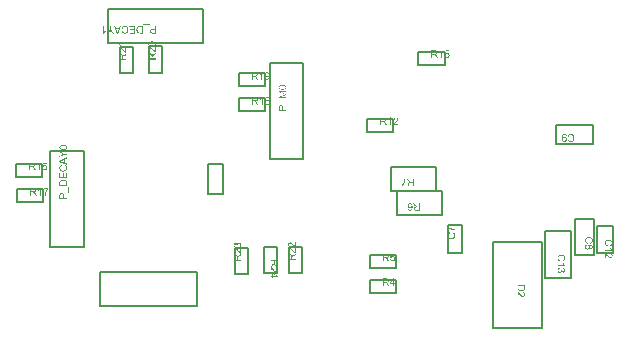
<source format=gbr>
G04*
G04 #@! TF.GenerationSoftware,Altium Limited,Altium Designer,25.8.1 (18)*
G04*
G04 Layer_Color=8388736*
%FSLAX25Y25*%
%MOIN*%
G70*
G04*
G04 #@! TF.SameCoordinates,4BE62294-00A5-47EF-9B78-CB70749D35C4*
G04*
G04*
G04 #@! TF.FilePolarity,Positive*
G04*
G01*
G75*
%ADD11C,0.00787*%
G36*
X-30672Y-21310D02*
X-30643Y-21313D01*
X-30610Y-21320D01*
X-30574Y-21326D01*
X-30534Y-21336D01*
X-30492Y-21349D01*
X-30446Y-21366D01*
X-30400Y-21385D01*
X-30351Y-21408D01*
X-30305Y-21438D01*
X-30256Y-21471D01*
X-30210Y-21507D01*
X-30167Y-21549D01*
X-30164Y-21553D01*
X-30157Y-21559D01*
X-30147Y-21572D01*
X-30131Y-21592D01*
X-30115Y-21615D01*
X-30095Y-21645D01*
X-30075Y-21677D01*
X-30056Y-21713D01*
X-30033Y-21756D01*
X-30013Y-21802D01*
X-29993Y-21851D01*
X-29977Y-21907D01*
X-29961Y-21963D01*
X-29951Y-22025D01*
X-29944Y-22087D01*
X-29941Y-22156D01*
Y-22189D01*
X-29944Y-22212D01*
X-29947Y-22238D01*
X-29951Y-22271D01*
X-29957Y-22310D01*
X-29967Y-22350D01*
X-29990Y-22435D01*
X-30006Y-22481D01*
X-30023Y-22527D01*
X-30046Y-22576D01*
X-30072Y-22622D01*
X-30101Y-22665D01*
X-30138Y-22707D01*
X-30141Y-22711D01*
X-30147Y-22717D01*
X-30157Y-22727D01*
X-30174Y-22743D01*
X-30193Y-22760D01*
X-30216Y-22779D01*
X-30246Y-22799D01*
X-30275Y-22822D01*
X-30311Y-22842D01*
X-30351Y-22865D01*
X-30393Y-22884D01*
X-30439Y-22904D01*
X-30489Y-22924D01*
X-30538Y-22937D01*
X-30593Y-22950D01*
X-30653Y-22957D01*
X-30695Y-22648D01*
X-30692D01*
X-30682Y-22645D01*
X-30669Y-22642D01*
X-30653Y-22638D01*
X-30630Y-22632D01*
X-30607Y-22625D01*
X-30548Y-22606D01*
X-30485Y-22583D01*
X-30423Y-22550D01*
X-30361Y-22514D01*
X-30334Y-22494D01*
X-30311Y-22471D01*
X-30308Y-22465D01*
X-30295Y-22448D01*
X-30275Y-22422D01*
X-30256Y-22383D01*
X-30233Y-22337D01*
X-30216Y-22284D01*
X-30203Y-22222D01*
X-30197Y-22156D01*
Y-22133D01*
X-30200Y-22120D01*
Y-22100D01*
X-30203Y-22077D01*
X-30216Y-22028D01*
X-30233Y-21969D01*
X-30259Y-21907D01*
X-30298Y-21845D01*
X-30321Y-21815D01*
X-30347Y-21786D01*
X-30351Y-21782D01*
X-30354Y-21779D01*
X-30364Y-21772D01*
X-30374Y-21763D01*
X-30407Y-21736D01*
X-30452Y-21710D01*
X-30505Y-21684D01*
X-30571Y-21658D01*
X-30643Y-21641D01*
X-30682Y-21635D01*
X-30721D01*
X-30725D01*
X-30731D01*
X-30741D01*
X-30757Y-21638D01*
X-30774D01*
X-30797Y-21641D01*
X-30846Y-21651D01*
X-30902Y-21667D01*
X-30961Y-21694D01*
X-31017Y-21730D01*
X-31046Y-21749D01*
X-31072Y-21776D01*
X-31079Y-21782D01*
X-31095Y-21802D01*
X-31115Y-21832D01*
X-31141Y-21871D01*
X-31168Y-21923D01*
X-31187Y-21982D01*
X-31204Y-22051D01*
X-31210Y-22130D01*
Y-22166D01*
X-31207Y-22189D01*
X-31204Y-22222D01*
X-31197Y-22261D01*
X-31187Y-22304D01*
X-31177Y-22350D01*
X-31450Y-22314D01*
Y-22307D01*
X-31446Y-22297D01*
X-31443Y-22281D01*
Y-22245D01*
X-31446Y-22232D01*
X-31450Y-22192D01*
X-31456Y-22146D01*
X-31469Y-22091D01*
X-31486Y-22032D01*
X-31512Y-21969D01*
X-31545Y-21910D01*
Y-21907D01*
X-31551Y-21904D01*
X-31564Y-21884D01*
X-31591Y-21858D01*
X-31623Y-21828D01*
X-31669Y-21799D01*
X-31725Y-21776D01*
X-31791Y-21756D01*
X-31827Y-21753D01*
X-31866Y-21749D01*
X-31869D01*
X-31873D01*
X-31896Y-21753D01*
X-31925Y-21756D01*
X-31965Y-21763D01*
X-32007Y-21779D01*
X-32053Y-21799D01*
X-32102Y-21828D01*
X-32145Y-21868D01*
X-32151Y-21874D01*
X-32165Y-21887D01*
X-32181Y-21914D01*
X-32204Y-21946D01*
X-32224Y-21989D01*
X-32243Y-22041D01*
X-32256Y-22097D01*
X-32260Y-22163D01*
Y-22179D01*
X-32256Y-22192D01*
X-32253Y-22228D01*
X-32247Y-22271D01*
X-32230Y-22317D01*
X-32211Y-22369D01*
X-32184Y-22419D01*
X-32145Y-22468D01*
X-32138Y-22474D01*
X-32125Y-22488D01*
X-32099Y-22507D01*
X-32060Y-22530D01*
X-32014Y-22556D01*
X-31955Y-22583D01*
X-31886Y-22602D01*
X-31807Y-22619D01*
X-31863Y-22927D01*
X-31866D01*
X-31876Y-22924D01*
X-31892Y-22920D01*
X-31915Y-22914D01*
X-31938Y-22907D01*
X-31971Y-22897D01*
X-32004Y-22888D01*
X-32040Y-22875D01*
X-32115Y-22839D01*
X-32194Y-22796D01*
X-32273Y-22740D01*
X-32309Y-22707D01*
X-32342Y-22671D01*
X-32345Y-22668D01*
X-32348Y-22661D01*
X-32358Y-22651D01*
X-32368Y-22635D01*
X-32381Y-22615D01*
X-32397Y-22592D01*
X-32414Y-22563D01*
X-32430Y-22533D01*
X-32443Y-22497D01*
X-32460Y-22461D01*
X-32489Y-22376D01*
X-32509Y-22278D01*
X-32512Y-22225D01*
X-32516Y-22169D01*
Y-22133D01*
X-32512Y-22117D01*
Y-22094D01*
X-32506Y-22045D01*
X-32493Y-21986D01*
X-32480Y-21923D01*
X-32457Y-21858D01*
X-32427Y-21792D01*
Y-21789D01*
X-32424Y-21786D01*
X-32417Y-21776D01*
X-32411Y-21763D01*
X-32391Y-21733D01*
X-32365Y-21694D01*
X-32329Y-21651D01*
X-32286Y-21605D01*
X-32240Y-21563D01*
X-32184Y-21527D01*
X-32181D01*
X-32178Y-21523D01*
X-32158Y-21510D01*
X-32125Y-21497D01*
X-32086Y-21477D01*
X-32037Y-21461D01*
X-31981Y-21444D01*
X-31922Y-21435D01*
X-31860Y-21431D01*
X-31856D01*
X-31853D01*
X-31833D01*
X-31801Y-21435D01*
X-31761Y-21441D01*
X-31715Y-21454D01*
X-31666Y-21467D01*
X-31614Y-21490D01*
X-31561Y-21520D01*
X-31555Y-21523D01*
X-31538Y-21536D01*
X-31515Y-21556D01*
X-31486Y-21586D01*
X-31450Y-21622D01*
X-31413Y-21667D01*
X-31381Y-21720D01*
X-31348Y-21779D01*
Y-21776D01*
X-31345Y-21769D01*
X-31341Y-21756D01*
X-31338Y-21743D01*
X-31332Y-21723D01*
X-31322Y-21700D01*
X-31302Y-21651D01*
X-31273Y-21595D01*
X-31233Y-21540D01*
X-31187Y-21481D01*
X-31131Y-21431D01*
X-31128D01*
X-31125Y-21425D01*
X-31115Y-21418D01*
X-31102Y-21412D01*
X-31086Y-21402D01*
X-31069Y-21392D01*
X-31020Y-21369D01*
X-30961Y-21346D01*
X-30892Y-21326D01*
X-30817Y-21313D01*
X-30728Y-21307D01*
X-30725D01*
X-30715D01*
X-30695D01*
X-30672Y-21310D01*
D02*
G37*
G36*
X-29983Y-24961D02*
X-29990D01*
X-30003D01*
X-30023D01*
X-30052Y-24957D01*
X-30085Y-24954D01*
X-30121Y-24948D01*
X-30157Y-24938D01*
X-30197Y-24925D01*
X-30200D01*
X-30203Y-24921D01*
X-30213Y-24918D01*
X-30226Y-24911D01*
X-30259Y-24898D01*
X-30302Y-24875D01*
X-30354Y-24846D01*
X-30410Y-24813D01*
X-30469Y-24770D01*
X-30531Y-24721D01*
X-30534Y-24718D01*
X-30538Y-24715D01*
X-30548Y-24705D01*
X-30561Y-24695D01*
X-30597Y-24662D01*
X-30643Y-24616D01*
X-30698Y-24561D01*
X-30764Y-24492D01*
X-30836Y-24410D01*
X-30915Y-24315D01*
X-30918Y-24311D01*
X-30931Y-24298D01*
X-30948Y-24275D01*
X-30971Y-24249D01*
X-31000Y-24216D01*
X-31033Y-24177D01*
X-31069Y-24134D01*
X-31108Y-24092D01*
X-31194Y-24000D01*
X-31282Y-23908D01*
X-31328Y-23865D01*
X-31371Y-23826D01*
X-31410Y-23790D01*
X-31450Y-23760D01*
X-31453Y-23757D01*
X-31459Y-23754D01*
X-31469Y-23747D01*
X-31482Y-23737D01*
X-31502Y-23727D01*
X-31522Y-23714D01*
X-31571Y-23685D01*
X-31627Y-23659D01*
X-31689Y-23636D01*
X-31758Y-23619D01*
X-31791Y-23613D01*
X-31824D01*
X-31827D01*
X-31833D01*
X-31840D01*
X-31853Y-23616D01*
X-31889Y-23619D01*
X-31932Y-23629D01*
X-31981Y-23645D01*
X-32030Y-23668D01*
X-32083Y-23701D01*
X-32132Y-23747D01*
X-32138Y-23754D01*
X-32151Y-23770D01*
X-32171Y-23799D01*
X-32197Y-23839D01*
X-32220Y-23888D01*
X-32240Y-23947D01*
X-32253Y-24016D01*
X-32260Y-24092D01*
Y-24114D01*
X-32256Y-24127D01*
Y-24147D01*
X-32253Y-24170D01*
X-32243Y-24219D01*
X-32227Y-24275D01*
X-32204Y-24338D01*
X-32171Y-24396D01*
X-32125Y-24449D01*
X-32119Y-24455D01*
X-32102Y-24469D01*
X-32070Y-24492D01*
X-32030Y-24515D01*
X-31974Y-24541D01*
X-31912Y-24564D01*
X-31840Y-24577D01*
X-31755Y-24583D01*
X-31787Y-24902D01*
X-31791D01*
X-31804Y-24898D01*
X-31820D01*
X-31846Y-24895D01*
X-31876Y-24889D01*
X-31909Y-24882D01*
X-31948Y-24872D01*
X-31988Y-24859D01*
X-32076Y-24829D01*
X-32122Y-24810D01*
X-32165Y-24787D01*
X-32211Y-24761D01*
X-32253Y-24731D01*
X-32293Y-24698D01*
X-32329Y-24659D01*
X-32332Y-24656D01*
X-32335Y-24649D01*
X-32345Y-24636D01*
X-32358Y-24620D01*
X-32371Y-24597D01*
X-32388Y-24570D01*
X-32404Y-24541D01*
X-32424Y-24505D01*
X-32440Y-24465D01*
X-32457Y-24423D01*
X-32473Y-24377D01*
X-32486Y-24324D01*
X-32499Y-24272D01*
X-32509Y-24213D01*
X-32512Y-24150D01*
X-32516Y-24085D01*
Y-24049D01*
X-32512Y-24026D01*
X-32509Y-23993D01*
X-32506Y-23957D01*
X-32499Y-23918D01*
X-32489Y-23875D01*
X-32466Y-23783D01*
X-32450Y-23737D01*
X-32430Y-23688D01*
X-32407Y-23639D01*
X-32378Y-23593D01*
X-32348Y-23550D01*
X-32312Y-23508D01*
X-32309Y-23504D01*
X-32302Y-23498D01*
X-32293Y-23488D01*
X-32276Y-23475D01*
X-32256Y-23458D01*
X-32234Y-23439D01*
X-32207Y-23422D01*
X-32175Y-23399D01*
X-32142Y-23380D01*
X-32102Y-23363D01*
X-32017Y-23327D01*
X-31971Y-23314D01*
X-31922Y-23304D01*
X-31869Y-23298D01*
X-31814Y-23294D01*
X-31807D01*
X-31787D01*
X-31758Y-23298D01*
X-31719Y-23301D01*
X-31676Y-23311D01*
X-31623Y-23321D01*
X-31571Y-23337D01*
X-31515Y-23357D01*
X-31509Y-23360D01*
X-31489Y-23370D01*
X-31459Y-23383D01*
X-31423Y-23406D01*
X-31377Y-23436D01*
X-31325Y-23471D01*
X-31266Y-23514D01*
X-31207Y-23563D01*
X-31204D01*
X-31200Y-23570D01*
X-31190Y-23580D01*
X-31177Y-23590D01*
X-31161Y-23606D01*
X-31141Y-23626D01*
X-31118Y-23649D01*
X-31092Y-23678D01*
X-31063Y-23708D01*
X-31030Y-23744D01*
X-30990Y-23783D01*
X-30951Y-23826D01*
X-30908Y-23875D01*
X-30866Y-23924D01*
X-30817Y-23983D01*
X-30764Y-24042D01*
X-30761Y-24046D01*
X-30754Y-24055D01*
X-30741Y-24069D01*
X-30728Y-24088D01*
X-30708Y-24108D01*
X-30685Y-24134D01*
X-30636Y-24190D01*
X-30584Y-24252D01*
X-30531Y-24311D01*
X-30508Y-24338D01*
X-30485Y-24360D01*
X-30462Y-24383D01*
X-30446Y-24400D01*
X-30443Y-24403D01*
X-30433Y-24413D01*
X-30416Y-24426D01*
X-30393Y-24446D01*
X-30371Y-24465D01*
X-30341Y-24488D01*
X-30282Y-24531D01*
Y-23291D01*
X-29983D01*
Y-24961D01*
D02*
G37*
G36*
Y-25531D02*
X-30505Y-25863D01*
X-30508D01*
X-30515Y-25869D01*
X-30528Y-25876D01*
X-30541Y-25886D01*
X-30561Y-25899D01*
X-30584Y-25915D01*
X-30633Y-25948D01*
X-30689Y-25987D01*
X-30744Y-26027D01*
X-30800Y-26066D01*
X-30849Y-26105D01*
X-30856Y-26109D01*
X-30869Y-26122D01*
X-30892Y-26138D01*
X-30915Y-26161D01*
X-30944Y-26187D01*
X-30974Y-26217D01*
X-30997Y-26246D01*
X-31020Y-26276D01*
X-31023Y-26279D01*
X-31027Y-26289D01*
X-31036Y-26302D01*
X-31046Y-26322D01*
X-31059Y-26345D01*
X-31069Y-26371D01*
X-31089Y-26427D01*
Y-26430D01*
X-31092Y-26437D01*
Y-26450D01*
X-31095Y-26469D01*
X-31099Y-26496D01*
Y-26528D01*
X-31102Y-26565D01*
Y-26998D01*
X-29983D01*
Y-27332D01*
X-32506D01*
Y-26158D01*
X-32502Y-26128D01*
Y-26099D01*
X-32499Y-26063D01*
X-32496Y-26023D01*
X-32489Y-25941D01*
X-32476Y-25856D01*
X-32460Y-25774D01*
X-32450Y-25735D01*
X-32437Y-25702D01*
Y-25699D01*
X-32434Y-25695D01*
X-32430Y-25686D01*
X-32424Y-25672D01*
X-32407Y-25640D01*
X-32381Y-25600D01*
X-32348Y-25554D01*
X-32306Y-25508D01*
X-32253Y-25462D01*
X-32194Y-25420D01*
X-32191D01*
X-32188Y-25417D01*
X-32178Y-25410D01*
X-32165Y-25403D01*
X-32129Y-25387D01*
X-32083Y-25367D01*
X-32027Y-25348D01*
X-31961Y-25331D01*
X-31889Y-25318D01*
X-31814Y-25315D01*
X-31810D01*
X-31801D01*
X-31787D01*
X-31768Y-25318D01*
X-31745Y-25321D01*
X-31719Y-25325D01*
X-31656Y-25338D01*
X-31584Y-25357D01*
X-31509Y-25387D01*
X-31473Y-25407D01*
X-31433Y-25430D01*
X-31397Y-25459D01*
X-31361Y-25489D01*
X-31358Y-25492D01*
X-31354Y-25495D01*
X-31345Y-25508D01*
X-31332Y-25521D01*
X-31318Y-25541D01*
X-31302Y-25564D01*
X-31282Y-25590D01*
X-31263Y-25620D01*
X-31243Y-25656D01*
X-31223Y-25695D01*
X-31204Y-25741D01*
X-31184Y-25791D01*
X-31168Y-25843D01*
X-31151Y-25899D01*
X-31138Y-25961D01*
X-31128Y-26027D01*
X-31125Y-26020D01*
X-31118Y-26004D01*
X-31105Y-25981D01*
X-31089Y-25951D01*
X-31046Y-25886D01*
X-31023Y-25856D01*
X-31000Y-25827D01*
Y-25823D01*
X-30994Y-25820D01*
X-30977Y-25800D01*
X-30948Y-25774D01*
X-30908Y-25735D01*
X-30863Y-25692D01*
X-30803Y-25646D01*
X-30738Y-25597D01*
X-30666Y-25548D01*
X-29983Y-25111D01*
Y-25531D01*
D02*
G37*
G36*
X-59562Y45761D02*
X-59520D01*
X-59471Y45757D01*
X-59418Y45754D01*
X-59303Y45741D01*
X-59182Y45725D01*
X-59064Y45702D01*
X-59008Y45689D01*
X-58956Y45672D01*
X-58952D01*
X-58943Y45669D01*
X-58929Y45662D01*
X-58910Y45656D01*
X-58887Y45646D01*
X-58860Y45633D01*
X-58801Y45603D01*
X-58733Y45564D01*
X-58664Y45518D01*
X-58595Y45462D01*
X-58536Y45397D01*
Y45393D01*
X-58529Y45390D01*
X-58523Y45377D01*
X-58513Y45364D01*
X-58503Y45347D01*
X-58490Y45325D01*
X-58477Y45301D01*
X-58464Y45272D01*
X-58434Y45206D01*
X-58411Y45128D01*
X-58395Y45039D01*
X-58391Y44990D01*
X-58388Y44941D01*
Y44924D01*
X-58391Y44905D01*
Y44882D01*
X-58395Y44849D01*
X-58401Y44816D01*
X-58411Y44777D01*
X-58421Y44734D01*
X-58434Y44688D01*
X-58451Y44642D01*
X-58473Y44593D01*
X-58496Y44544D01*
X-58526Y44498D01*
X-58562Y44452D01*
X-58601Y44409D01*
X-58647Y44367D01*
X-58651Y44363D01*
X-58664Y44357D01*
X-58680Y44344D01*
X-58706Y44327D01*
X-58742Y44311D01*
X-58785Y44288D01*
X-58834Y44268D01*
X-58893Y44245D01*
X-58962Y44222D01*
X-59038Y44199D01*
X-59120Y44176D01*
X-59215Y44160D01*
X-59316Y44144D01*
X-59425Y44131D01*
X-59546Y44124D01*
X-59674Y44121D01*
X-59680D01*
X-59694D01*
X-59717D01*
X-59749D01*
X-59785Y44124D01*
X-59828Y44127D01*
X-59877D01*
X-59930Y44134D01*
X-60045Y44144D01*
X-60166Y44160D01*
X-60284Y44183D01*
X-60340Y44196D01*
X-60392Y44212D01*
X-60395D01*
X-60405Y44216D01*
X-60418Y44222D01*
X-60438Y44229D01*
X-60461Y44239D01*
X-60487Y44252D01*
X-60550Y44281D01*
X-60615Y44321D01*
X-60687Y44367D01*
X-60756Y44422D01*
X-60815Y44485D01*
X-60819Y44488D01*
X-60822Y44495D01*
X-60829Y44504D01*
X-60838Y44518D01*
X-60848Y44534D01*
X-60861Y44557D01*
X-60874Y44580D01*
X-60891Y44609D01*
X-60917Y44675D01*
X-60940Y44754D01*
X-60956Y44842D01*
X-60963Y44892D01*
Y44973D01*
X-60960Y44993D01*
Y45013D01*
X-60953Y45062D01*
X-60943Y45118D01*
X-60927Y45177D01*
X-60907Y45239D01*
X-60881Y45298D01*
Y45301D01*
X-60878Y45305D01*
X-60865Y45325D01*
X-60848Y45351D01*
X-60822Y45387D01*
X-60786Y45426D01*
X-60747Y45469D01*
X-60701Y45511D01*
X-60645Y45551D01*
X-60641D01*
X-60638Y45554D01*
X-60628Y45561D01*
X-60619Y45567D01*
X-60586Y45584D01*
X-60540Y45606D01*
X-60484Y45633D01*
X-60422Y45659D01*
X-60346Y45682D01*
X-60268Y45705D01*
X-60264D01*
X-60258Y45708D01*
X-60245Y45711D01*
X-60228Y45715D01*
X-60205Y45718D01*
X-60179Y45725D01*
X-60146Y45728D01*
X-60110Y45734D01*
X-60071Y45741D01*
X-60025Y45744D01*
X-59979Y45751D01*
X-59923Y45754D01*
X-59867Y45757D01*
X-59808Y45761D01*
X-59743Y45764D01*
X-59674D01*
X-59667D01*
X-59654D01*
X-59631D01*
X-59598D01*
X-59562Y45761D01*
D02*
G37*
G36*
X-58431Y42117D02*
X-58437D01*
X-58451D01*
X-58470D01*
X-58500Y42120D01*
X-58533Y42123D01*
X-58569Y42130D01*
X-58605Y42140D01*
X-58644Y42153D01*
X-58647D01*
X-58651Y42156D01*
X-58660Y42159D01*
X-58674Y42166D01*
X-58706Y42179D01*
X-58749Y42202D01*
X-58801Y42231D01*
X-58857Y42264D01*
X-58916Y42307D01*
X-58979Y42356D01*
X-58982Y42359D01*
X-58985Y42363D01*
X-58995Y42372D01*
X-59008Y42382D01*
X-59044Y42415D01*
X-59090Y42461D01*
X-59146Y42517D01*
X-59211Y42586D01*
X-59284Y42668D01*
X-59362Y42763D01*
X-59366Y42766D01*
X-59379Y42779D01*
X-59395Y42802D01*
X-59418Y42828D01*
X-59448Y42861D01*
X-59480Y42900D01*
X-59517Y42943D01*
X-59556Y42986D01*
X-59641Y43078D01*
X-59730Y43170D01*
X-59776Y43212D01*
X-59818Y43251D01*
X-59858Y43288D01*
X-59897Y43317D01*
X-59900Y43320D01*
X-59907Y43324D01*
X-59917Y43330D01*
X-59930Y43340D01*
X-59949Y43350D01*
X-59969Y43363D01*
X-60018Y43393D01*
X-60074Y43419D01*
X-60136Y43442D01*
X-60205Y43458D01*
X-60238Y43465D01*
X-60271D01*
X-60274D01*
X-60281D01*
X-60287D01*
X-60300Y43461D01*
X-60337Y43458D01*
X-60379Y43448D01*
X-60428Y43432D01*
X-60478Y43409D01*
X-60530Y43376D01*
X-60579Y43330D01*
X-60586Y43324D01*
X-60599Y43307D01*
X-60619Y43278D01*
X-60645Y43238D01*
X-60668Y43189D01*
X-60687Y43130D01*
X-60701Y43061D01*
X-60707Y42986D01*
Y42963D01*
X-60704Y42950D01*
Y42930D01*
X-60701Y42907D01*
X-60691Y42858D01*
X-60674Y42802D01*
X-60651Y42740D01*
X-60619Y42681D01*
X-60573Y42628D01*
X-60566Y42622D01*
X-60550Y42609D01*
X-60517Y42586D01*
X-60478Y42563D01*
X-60422Y42537D01*
X-60359Y42513D01*
X-60287Y42500D01*
X-60202Y42494D01*
X-60235Y42176D01*
X-60238D01*
X-60251Y42179D01*
X-60268D01*
X-60294Y42182D01*
X-60323Y42189D01*
X-60356Y42195D01*
X-60395Y42205D01*
X-60435Y42218D01*
X-60523Y42248D01*
X-60569Y42268D01*
X-60612Y42290D01*
X-60658Y42317D01*
X-60701Y42346D01*
X-60740Y42379D01*
X-60776Y42418D01*
X-60779Y42422D01*
X-60783Y42428D01*
X-60792Y42441D01*
X-60805Y42458D01*
X-60819Y42481D01*
X-60835Y42507D01*
X-60851Y42537D01*
X-60871Y42573D01*
X-60887Y42612D01*
X-60904Y42654D01*
X-60920Y42700D01*
X-60933Y42753D01*
X-60947Y42805D01*
X-60956Y42864D01*
X-60960Y42927D01*
X-60963Y42992D01*
Y43028D01*
X-60960Y43051D01*
X-60956Y43084D01*
X-60953Y43120D01*
X-60947Y43160D01*
X-60937Y43202D01*
X-60914Y43294D01*
X-60897Y43340D01*
X-60878Y43389D01*
X-60855Y43439D01*
X-60825Y43484D01*
X-60796Y43527D01*
X-60760Y43570D01*
X-60756Y43573D01*
X-60750Y43580D01*
X-60740Y43589D01*
X-60724Y43602D01*
X-60704Y43619D01*
X-60681Y43639D01*
X-60655Y43655D01*
X-60622Y43678D01*
X-60589Y43698D01*
X-60550Y43714D01*
X-60464Y43750D01*
X-60418Y43763D01*
X-60369Y43773D01*
X-60317Y43780D01*
X-60261Y43783D01*
X-60255D01*
X-60235D01*
X-60205Y43780D01*
X-60166Y43776D01*
X-60123Y43766D01*
X-60071Y43757D01*
X-60018Y43740D01*
X-59963Y43720D01*
X-59956Y43717D01*
X-59936Y43707D01*
X-59907Y43694D01*
X-59871Y43671D01*
X-59825Y43642D01*
X-59772Y43606D01*
X-59713Y43563D01*
X-59654Y43514D01*
X-59651D01*
X-59648Y43507D01*
X-59638Y43497D01*
X-59625Y43488D01*
X-59608Y43471D01*
X-59589Y43452D01*
X-59566Y43429D01*
X-59539Y43399D01*
X-59510Y43370D01*
X-59477Y43334D01*
X-59438Y43294D01*
X-59398Y43251D01*
X-59356Y43202D01*
X-59313Y43153D01*
X-59264Y43094D01*
X-59211Y43035D01*
X-59208Y43032D01*
X-59202Y43022D01*
X-59188Y43009D01*
X-59175Y42989D01*
X-59156Y42969D01*
X-59133Y42943D01*
X-59083Y42887D01*
X-59031Y42825D01*
X-58979Y42766D01*
X-58956Y42740D01*
X-58933Y42717D01*
X-58910Y42694D01*
X-58893Y42678D01*
X-58890Y42674D01*
X-58880Y42664D01*
X-58864Y42651D01*
X-58841Y42632D01*
X-58818Y42612D01*
X-58788Y42589D01*
X-58729Y42546D01*
Y43786D01*
X-58431D01*
Y42117D01*
D02*
G37*
G36*
Y41546D02*
X-58952Y41215D01*
X-58956D01*
X-58962Y41208D01*
X-58975Y41201D01*
X-58988Y41192D01*
X-59008Y41179D01*
X-59031Y41162D01*
X-59080Y41129D01*
X-59136Y41090D01*
X-59192Y41051D01*
X-59247Y41011D01*
X-59297Y40972D01*
X-59303Y40969D01*
X-59316Y40955D01*
X-59339Y40939D01*
X-59362Y40916D01*
X-59392Y40890D01*
X-59421Y40860D01*
X-59444Y40831D01*
X-59467Y40801D01*
X-59471Y40798D01*
X-59474Y40788D01*
X-59484Y40775D01*
X-59493Y40755D01*
X-59507Y40732D01*
X-59517Y40706D01*
X-59536Y40650D01*
Y40647D01*
X-59539Y40641D01*
Y40628D01*
X-59543Y40608D01*
X-59546Y40582D01*
Y40549D01*
X-59549Y40513D01*
Y40080D01*
X-58431D01*
Y39745D01*
X-60953D01*
Y40919D01*
X-60950Y40949D01*
Y40978D01*
X-60947Y41015D01*
X-60943Y41054D01*
X-60937Y41136D01*
X-60924Y41221D01*
X-60907Y41303D01*
X-60897Y41342D01*
X-60884Y41375D01*
Y41379D01*
X-60881Y41382D01*
X-60878Y41392D01*
X-60871Y41405D01*
X-60855Y41438D01*
X-60829Y41477D01*
X-60796Y41523D01*
X-60753Y41569D01*
X-60701Y41615D01*
X-60641Y41657D01*
X-60638D01*
X-60635Y41661D01*
X-60625Y41667D01*
X-60612Y41674D01*
X-60576Y41690D01*
X-60530Y41710D01*
X-60474Y41730D01*
X-60409Y41746D01*
X-60337Y41759D01*
X-60261Y41762D01*
X-60258D01*
X-60248D01*
X-60235D01*
X-60215Y41759D01*
X-60192Y41756D01*
X-60166Y41752D01*
X-60104Y41739D01*
X-60031Y41720D01*
X-59956Y41690D01*
X-59920Y41671D01*
X-59881Y41648D01*
X-59844Y41618D01*
X-59808Y41589D01*
X-59805Y41585D01*
X-59802Y41582D01*
X-59792Y41569D01*
X-59779Y41556D01*
X-59766Y41536D01*
X-59749Y41513D01*
X-59730Y41487D01*
X-59710Y41457D01*
X-59690Y41421D01*
X-59671Y41382D01*
X-59651Y41336D01*
X-59631Y41287D01*
X-59615Y41234D01*
X-59598Y41179D01*
X-59585Y41116D01*
X-59575Y41051D01*
X-59572Y41057D01*
X-59566Y41074D01*
X-59553Y41096D01*
X-59536Y41126D01*
X-59493Y41192D01*
X-59471Y41221D01*
X-59448Y41251D01*
Y41254D01*
X-59441Y41257D01*
X-59425Y41277D01*
X-59395Y41303D01*
X-59356Y41342D01*
X-59310Y41385D01*
X-59251Y41431D01*
X-59185Y41480D01*
X-59113Y41530D01*
X-58431Y41966D01*
Y41546D01*
D02*
G37*
G36*
X-89162Y11232D02*
X-89119D01*
X-89070Y11229D01*
X-89017Y11225D01*
X-88902Y11212D01*
X-88781Y11196D01*
X-88663Y11173D01*
X-88607Y11160D01*
X-88555Y11143D01*
X-88552D01*
X-88542Y11140D01*
X-88529Y11133D01*
X-88509Y11127D01*
X-88486Y11117D01*
X-88460Y11104D01*
X-88401Y11074D01*
X-88332Y11035D01*
X-88263Y10989D01*
X-88194Y10933D01*
X-88135Y10868D01*
Y10864D01*
X-88129Y10861D01*
X-88122Y10848D01*
X-88112Y10835D01*
X-88102Y10819D01*
X-88089Y10796D01*
X-88076Y10773D01*
X-88063Y10743D01*
X-88033Y10678D01*
X-88010Y10599D01*
X-87994Y10510D01*
X-87991Y10461D01*
X-87987Y10412D01*
Y10395D01*
X-87991Y10376D01*
Y10353D01*
X-87994Y10320D01*
X-88001Y10287D01*
X-88010Y10248D01*
X-88020Y10205D01*
X-88033Y10159D01*
X-88050Y10113D01*
X-88073Y10064D01*
X-88096Y10015D01*
X-88125Y9969D01*
X-88161Y9923D01*
X-88201Y9881D01*
X-88247Y9838D01*
X-88250Y9835D01*
X-88263Y9828D01*
X-88279Y9815D01*
X-88306Y9798D01*
X-88342Y9782D01*
X-88384Y9759D01*
X-88433Y9739D01*
X-88493Y9717D01*
X-88561Y9693D01*
X-88637Y9671D01*
X-88719Y9648D01*
X-88814Y9631D01*
X-88916Y9615D01*
X-89024Y9602D01*
X-89145Y9595D01*
X-89273Y9592D01*
X-89280D01*
X-89293D01*
X-89316D01*
X-89349D01*
X-89385Y9595D01*
X-89427Y9598D01*
X-89477D01*
X-89529Y9605D01*
X-89644Y9615D01*
X-89765Y9631D01*
X-89883Y9654D01*
X-89939Y9667D01*
X-89991Y9684D01*
X-89995D01*
X-90005Y9687D01*
X-90018Y9693D01*
X-90037Y9700D01*
X-90060Y9710D01*
X-90087Y9723D01*
X-90149Y9753D01*
X-90215Y9792D01*
X-90287Y9838D01*
X-90356Y9894D01*
X-90415Y9956D01*
X-90418Y9959D01*
X-90421Y9966D01*
X-90428Y9976D01*
X-90438Y9989D01*
X-90447Y10005D01*
X-90461Y10028D01*
X-90474Y10051D01*
X-90490Y10081D01*
X-90516Y10146D01*
X-90539Y10225D01*
X-90556Y10313D01*
X-90562Y10363D01*
Y10445D01*
X-90559Y10464D01*
Y10484D01*
X-90552Y10533D01*
X-90543Y10589D01*
X-90526Y10648D01*
X-90507Y10710D01*
X-90480Y10769D01*
Y10773D01*
X-90477Y10776D01*
X-90464Y10796D01*
X-90447Y10822D01*
X-90421Y10858D01*
X-90385Y10897D01*
X-90346Y10940D01*
X-90300Y10983D01*
X-90244Y11022D01*
X-90241D01*
X-90237Y11025D01*
X-90228Y11032D01*
X-90218Y11038D01*
X-90185Y11055D01*
X-90139Y11078D01*
X-90083Y11104D01*
X-90021Y11130D01*
X-89946Y11153D01*
X-89867Y11176D01*
X-89864D01*
X-89857Y11179D01*
X-89844Y11183D01*
X-89828Y11186D01*
X-89805Y11189D01*
X-89778Y11196D01*
X-89745Y11199D01*
X-89709Y11206D01*
X-89670Y11212D01*
X-89624Y11215D01*
X-89578Y11222D01*
X-89522Y11225D01*
X-89467Y11229D01*
X-89408Y11232D01*
X-89342Y11235D01*
X-89273D01*
X-89267D01*
X-89253D01*
X-89231D01*
X-89198D01*
X-89162Y11232D01*
D02*
G37*
G36*
X-89096Y8411D02*
X-88030D01*
Y8077D01*
X-89096D01*
X-90552Y7106D01*
Y7506D01*
X-89788Y8004D01*
X-89785Y8008D01*
X-89778Y8011D01*
X-89768Y8017D01*
X-89752Y8027D01*
X-89732Y8040D01*
X-89709Y8054D01*
X-89654Y8090D01*
X-89591Y8129D01*
X-89519Y8172D01*
X-89441Y8214D01*
X-89362Y8260D01*
X-89365D01*
X-89372Y8267D01*
X-89381Y8273D01*
X-89398Y8280D01*
X-89414Y8293D01*
X-89437Y8306D01*
X-89463Y8322D01*
X-89493Y8339D01*
X-89559Y8382D01*
X-89634Y8427D01*
X-89719Y8480D01*
X-89808Y8539D01*
X-90552Y9028D01*
Y9418D01*
X-89096Y8411D01*
D02*
G37*
G36*
X-88030Y6719D02*
X-88794Y6427D01*
Y5370D01*
X-88030Y5095D01*
Y4744D01*
X-90552Y5705D01*
Y6069D01*
X-88030Y7096D01*
Y6719D01*
D02*
G37*
G36*
X-88811Y4603D02*
X-88788Y4596D01*
X-88758Y4590D01*
X-88725Y4577D01*
X-88686Y4560D01*
X-88643Y4544D01*
X-88594Y4521D01*
X-88545Y4498D01*
X-88493Y4468D01*
X-88443Y4439D01*
X-88391Y4403D01*
X-88338Y4367D01*
X-88289Y4324D01*
X-88243Y4278D01*
X-88201Y4229D01*
X-88197Y4226D01*
X-88191Y4216D01*
X-88181Y4203D01*
X-88168Y4180D01*
X-88151Y4154D01*
X-88132Y4121D01*
X-88115Y4085D01*
X-88096Y4045D01*
X-88073Y3996D01*
X-88056Y3947D01*
X-88037Y3891D01*
X-88020Y3832D01*
X-88007Y3770D01*
X-87997Y3704D01*
X-87991Y3635D01*
X-87987Y3563D01*
Y3524D01*
X-87991Y3494D01*
X-87994Y3461D01*
X-87997Y3419D01*
X-88001Y3376D01*
X-88007Y3327D01*
X-88027Y3222D01*
X-88056Y3111D01*
X-88076Y3055D01*
X-88099Y2999D01*
X-88122Y2947D01*
X-88151Y2897D01*
X-88155Y2894D01*
X-88158Y2888D01*
X-88168Y2874D01*
X-88184Y2855D01*
X-88201Y2835D01*
X-88220Y2809D01*
X-88247Y2783D01*
X-88276Y2753D01*
X-88306Y2720D01*
X-88342Y2691D01*
X-88381Y2658D01*
X-88427Y2625D01*
X-88473Y2592D01*
X-88522Y2563D01*
X-88578Y2533D01*
X-88634Y2507D01*
X-88637D01*
X-88647Y2500D01*
X-88666Y2494D01*
X-88689Y2487D01*
X-88719Y2478D01*
X-88752Y2464D01*
X-88791Y2455D01*
X-88837Y2441D01*
X-88886Y2428D01*
X-88939Y2418D01*
X-88994Y2405D01*
X-89050Y2396D01*
X-89178Y2382D01*
X-89309Y2376D01*
X-89312D01*
X-89326D01*
X-89349D01*
X-89375Y2379D01*
X-89411D01*
X-89450Y2382D01*
X-89493Y2389D01*
X-89542Y2396D01*
X-89595Y2402D01*
X-89650Y2412D01*
X-89765Y2438D01*
X-89880Y2474D01*
X-89939Y2497D01*
X-89995Y2523D01*
X-89998Y2527D01*
X-90008Y2530D01*
X-90024Y2540D01*
X-90044Y2553D01*
X-90067Y2566D01*
X-90096Y2586D01*
X-90126Y2609D01*
X-90162Y2635D01*
X-90234Y2694D01*
X-90306Y2769D01*
X-90378Y2855D01*
X-90411Y2904D01*
X-90441Y2953D01*
X-90444Y2956D01*
X-90447Y2966D01*
X-90454Y2983D01*
X-90464Y3002D01*
X-90477Y3029D01*
X-90490Y3058D01*
X-90503Y3094D01*
X-90520Y3133D01*
X-90533Y3179D01*
X-90546Y3225D01*
X-90572Y3330D01*
X-90588Y3445D01*
X-90595Y3504D01*
Y3603D01*
X-90592Y3629D01*
X-90588Y3662D01*
X-90585Y3701D01*
X-90579Y3744D01*
X-90572Y3790D01*
X-90549Y3888D01*
X-90533Y3940D01*
X-90513Y3996D01*
X-90490Y4049D01*
X-90467Y4101D01*
X-90434Y4154D01*
X-90402Y4203D01*
X-90398Y4206D01*
X-90392Y4213D01*
X-90382Y4229D01*
X-90365Y4245D01*
X-90346Y4265D01*
X-90323Y4291D01*
X-90293Y4318D01*
X-90260Y4347D01*
X-90224Y4377D01*
X-90185Y4406D01*
X-90139Y4436D01*
X-90093Y4465D01*
X-90041Y4495D01*
X-89985Y4521D01*
X-89923Y4547D01*
X-89860Y4567D01*
X-89782Y4239D01*
X-89785D01*
X-89795Y4236D01*
X-89808Y4229D01*
X-89828Y4222D01*
X-89850Y4213D01*
X-89877Y4203D01*
X-89936Y4173D01*
X-90001Y4137D01*
X-90067Y4095D01*
X-90129Y4042D01*
X-90156Y4013D01*
X-90182Y3983D01*
Y3980D01*
X-90188Y3977D01*
X-90195Y3967D01*
X-90201Y3954D01*
X-90211Y3937D01*
X-90221Y3917D01*
X-90247Y3868D01*
X-90270Y3806D01*
X-90290Y3734D01*
X-90303Y3652D01*
X-90310Y3560D01*
Y3530D01*
X-90306Y3511D01*
Y3488D01*
X-90303Y3458D01*
X-90297Y3425D01*
X-90293Y3389D01*
X-90277Y3314D01*
X-90251Y3232D01*
X-90215Y3150D01*
X-90195Y3111D01*
X-90169Y3071D01*
Y3068D01*
X-90162Y3061D01*
X-90156Y3052D01*
X-90142Y3038D01*
X-90113Y3006D01*
X-90070Y2966D01*
X-90018Y2920D01*
X-89952Y2874D01*
X-89880Y2832D01*
X-89795Y2799D01*
X-89791D01*
X-89785Y2796D01*
X-89772Y2792D01*
X-89755Y2786D01*
X-89732Y2779D01*
X-89706Y2773D01*
X-89677Y2766D01*
X-89647Y2760D01*
X-89572Y2747D01*
X-89490Y2733D01*
X-89401Y2723D01*
X-89309Y2720D01*
X-89306D01*
X-89296D01*
X-89280D01*
X-89257D01*
X-89227Y2723D01*
X-89195Y2727D01*
X-89158D01*
X-89119Y2733D01*
X-89030Y2743D01*
X-88939Y2760D01*
X-88840Y2783D01*
X-88748Y2812D01*
X-88745D01*
X-88739Y2815D01*
X-88725Y2822D01*
X-88709Y2832D01*
X-88689Y2842D01*
X-88666Y2851D01*
X-88614Y2884D01*
X-88555Y2927D01*
X-88496Y2976D01*
X-88440Y3035D01*
X-88391Y3104D01*
Y3107D01*
X-88384Y3114D01*
X-88381Y3124D01*
X-88371Y3140D01*
X-88365Y3156D01*
X-88355Y3179D01*
X-88332Y3232D01*
X-88309Y3297D01*
X-88292Y3370D01*
X-88279Y3448D01*
X-88273Y3534D01*
Y3560D01*
X-88276Y3580D01*
X-88279Y3606D01*
X-88283Y3632D01*
X-88286Y3665D01*
X-88292Y3698D01*
X-88312Y3773D01*
X-88342Y3852D01*
X-88358Y3895D01*
X-88381Y3934D01*
X-88404Y3973D01*
X-88433Y4009D01*
X-88437Y4013D01*
X-88440Y4019D01*
X-88450Y4029D01*
X-88463Y4042D01*
X-88479Y4055D01*
X-88502Y4075D01*
X-88525Y4095D01*
X-88555Y4114D01*
X-88584Y4137D01*
X-88621Y4160D01*
X-88660Y4180D01*
X-88702Y4203D01*
X-88752Y4222D01*
X-88801Y4242D01*
X-88853Y4259D01*
X-88912Y4275D01*
X-88827Y4609D01*
X-88824D01*
X-88811Y4603D01*
D02*
G37*
G36*
X-88030Y132D02*
X-90552D01*
Y1953D01*
X-90254D01*
Y467D01*
X-89486D01*
Y1858D01*
X-89188D01*
Y467D01*
X-88328D01*
Y2012D01*
X-88030D01*
Y132D01*
D02*
G37*
G36*
X-89231Y-337D02*
X-89201D01*
X-89168Y-340D01*
X-89132Y-343D01*
X-89053Y-350D01*
X-88968Y-363D01*
X-88880Y-379D01*
X-88794Y-402D01*
X-88791D01*
X-88784Y-406D01*
X-88771Y-409D01*
X-88758Y-415D01*
X-88739Y-422D01*
X-88716Y-429D01*
X-88666Y-448D01*
X-88607Y-471D01*
X-88545Y-501D01*
X-88483Y-537D01*
X-88427Y-573D01*
X-88420Y-576D01*
X-88404Y-593D01*
X-88378Y-612D01*
X-88345Y-642D01*
X-88309Y-675D01*
X-88270Y-714D01*
X-88233Y-760D01*
X-88197Y-806D01*
X-88194Y-812D01*
X-88184Y-829D01*
X-88168Y-855D01*
X-88151Y-891D01*
X-88132Y-934D01*
X-88109Y-986D01*
X-88089Y-1045D01*
X-88073Y-1108D01*
Y-1111D01*
X-88069Y-1114D01*
Y-1124D01*
X-88066Y-1137D01*
X-88063Y-1153D01*
X-88060Y-1173D01*
X-88053Y-1222D01*
X-88043Y-1281D01*
X-88037Y-1350D01*
X-88033Y-1429D01*
X-88030Y-1511D01*
Y-2420D01*
X-90552D01*
Y-1478D01*
X-90549Y-1449D01*
Y-1386D01*
X-90543Y-1314D01*
X-90536Y-1239D01*
X-90526Y-1167D01*
X-90513Y-1104D01*
Y-1101D01*
X-90510Y-1094D01*
X-90507Y-1081D01*
X-90503Y-1068D01*
X-90497Y-1048D01*
X-90490Y-1025D01*
X-90474Y-976D01*
X-90447Y-917D01*
X-90418Y-855D01*
X-90378Y-793D01*
X-90333Y-734D01*
X-90329Y-730D01*
X-90326Y-724D01*
X-90316Y-714D01*
X-90303Y-701D01*
X-90287Y-684D01*
X-90267Y-665D01*
X-90244Y-645D01*
X-90218Y-622D01*
X-90156Y-573D01*
X-90080Y-524D01*
X-89998Y-475D01*
X-89903Y-435D01*
X-89900D01*
X-89890Y-432D01*
X-89877Y-425D01*
X-89857Y-419D01*
X-89831Y-412D01*
X-89801Y-402D01*
X-89768Y-392D01*
X-89729Y-383D01*
X-89687Y-376D01*
X-89640Y-366D01*
X-89591Y-356D01*
X-89539Y-350D01*
X-89424Y-337D01*
X-89303Y-333D01*
X-89299D01*
X-89290D01*
X-89276D01*
X-89253D01*
X-89231Y-337D01*
D02*
G37*
G36*
X-87331Y-4702D02*
X-87555D01*
Y-2652D01*
X-87331D01*
Y-4702D01*
D02*
G37*
G36*
X-89768Y-4807D02*
X-89739Y-4811D01*
X-89706Y-4814D01*
X-89670Y-4820D01*
X-89634Y-4830D01*
X-89545Y-4853D01*
X-89503Y-4870D01*
X-89457Y-4893D01*
X-89411Y-4916D01*
X-89365Y-4942D01*
X-89319Y-4975D01*
X-89276Y-5011D01*
X-89273Y-5014D01*
X-89267Y-5021D01*
X-89257Y-5034D01*
X-89240Y-5050D01*
X-89224Y-5073D01*
X-89208Y-5103D01*
X-89185Y-5139D01*
X-89165Y-5178D01*
X-89145Y-5227D01*
X-89126Y-5280D01*
X-89106Y-5342D01*
X-89090Y-5408D01*
X-89073Y-5483D01*
X-89063Y-5565D01*
X-89057Y-5654D01*
X-89053Y-5749D01*
Y-6392D01*
X-88030D01*
Y-6726D01*
X-90552D01*
Y-5690D01*
X-90549Y-5634D01*
X-90546Y-5575D01*
X-90543Y-5509D01*
X-90536Y-5447D01*
X-90526Y-5395D01*
Y-5385D01*
X-90523Y-5378D01*
X-90520Y-5365D01*
X-90513Y-5329D01*
X-90500Y-5286D01*
X-90483Y-5237D01*
X-90464Y-5188D01*
X-90438Y-5135D01*
X-90408Y-5086D01*
X-90405Y-5080D01*
X-90392Y-5066D01*
X-90372Y-5040D01*
X-90346Y-5014D01*
X-90313Y-4981D01*
X-90270Y-4945D01*
X-90221Y-4912D01*
X-90165Y-4883D01*
X-90162D01*
X-90159Y-4879D01*
X-90149Y-4876D01*
X-90139Y-4870D01*
X-90106Y-4857D01*
X-90064Y-4843D01*
X-90011Y-4830D01*
X-89952Y-4817D01*
X-89890Y-4807D01*
X-89821Y-4804D01*
X-89818D01*
X-89808D01*
X-89791D01*
X-89768Y-4807D01*
D02*
G37*
G36*
X39396Y42460D02*
X38389D01*
X38254Y41778D01*
X38258Y41781D01*
X38264Y41785D01*
X38277Y41794D01*
X38294Y41804D01*
X38313Y41814D01*
X38339Y41830D01*
X38366Y41844D01*
X38399Y41860D01*
X38471Y41889D01*
X38549Y41912D01*
X38638Y41932D01*
X38684Y41935D01*
X38730Y41939D01*
X38763D01*
X38786Y41935D01*
X38812Y41932D01*
X38845Y41925D01*
X38881Y41919D01*
X38923Y41909D01*
X38966Y41899D01*
X39009Y41883D01*
X39055Y41863D01*
X39104Y41844D01*
X39150Y41814D01*
X39196Y41785D01*
X39241Y41748D01*
X39284Y41709D01*
X39287Y41706D01*
X39294Y41699D01*
X39304Y41686D01*
X39320Y41666D01*
X39337Y41643D01*
X39356Y41617D01*
X39379Y41584D01*
X39399Y41548D01*
X39422Y41509D01*
X39442Y41463D01*
X39461Y41417D01*
X39478Y41365D01*
X39494Y41306D01*
X39504Y41247D01*
X39510Y41184D01*
X39514Y41119D01*
Y41115D01*
Y41102D01*
Y41086D01*
X39510Y41063D01*
X39507Y41033D01*
X39504Y40997D01*
X39497Y40958D01*
X39487Y40918D01*
X39465Y40823D01*
X39448Y40774D01*
X39428Y40725D01*
X39406Y40676D01*
X39379Y40627D01*
X39350Y40577D01*
X39314Y40528D01*
X39310Y40525D01*
X39304Y40515D01*
X39287Y40499D01*
X39268Y40482D01*
X39245Y40456D01*
X39215Y40433D01*
X39179Y40404D01*
X39140Y40377D01*
X39094Y40348D01*
X39045Y40318D01*
X38992Y40295D01*
X38933Y40272D01*
X38868Y40253D01*
X38799Y40236D01*
X38726Y40227D01*
X38651Y40223D01*
X38618D01*
X38595Y40227D01*
X38566Y40230D01*
X38530Y40233D01*
X38494Y40240D01*
X38451Y40246D01*
X38362Y40269D01*
X38317Y40286D01*
X38271Y40305D01*
X38221Y40325D01*
X38175Y40351D01*
X38133Y40381D01*
X38090Y40413D01*
X38087Y40417D01*
X38080Y40423D01*
X38070Y40433D01*
X38057Y40450D01*
X38038Y40469D01*
X38021Y40492D01*
X37998Y40518D01*
X37979Y40551D01*
X37956Y40584D01*
X37936Y40623D01*
X37913Y40666D01*
X37897Y40712D01*
X37877Y40761D01*
X37864Y40810D01*
X37851Y40866D01*
X37844Y40925D01*
X38169Y40948D01*
Y40945D01*
X38172Y40938D01*
Y40925D01*
X38175Y40909D01*
X38182Y40889D01*
X38189Y40866D01*
X38202Y40817D01*
X38225Y40758D01*
X38254Y40699D01*
X38290Y40643D01*
X38333Y40594D01*
X38339Y40591D01*
X38356Y40577D01*
X38385Y40558D01*
X38421Y40538D01*
X38467Y40515D01*
X38523Y40499D01*
X38582Y40486D01*
X38651Y40479D01*
X38674D01*
X38690Y40482D01*
X38707Y40486D01*
X38730Y40489D01*
X38782Y40499D01*
X38845Y40518D01*
X38907Y40551D01*
X38940Y40568D01*
X38972Y40591D01*
X39002Y40617D01*
X39032Y40646D01*
X39035Y40650D01*
X39038Y40653D01*
X39045Y40663D01*
X39055Y40676D01*
X39068Y40692D01*
X39081Y40715D01*
X39094Y40738D01*
X39110Y40764D01*
X39136Y40830D01*
X39163Y40905D01*
X39179Y40994D01*
X39186Y41040D01*
Y41092D01*
Y41096D01*
Y41105D01*
Y41119D01*
X39182Y41135D01*
Y41158D01*
X39179Y41184D01*
X39166Y41243D01*
X39150Y41312D01*
X39123Y41381D01*
X39087Y41450D01*
X39064Y41483D01*
X39038Y41512D01*
Y41515D01*
X39032Y41519D01*
X39022Y41525D01*
X39012Y41535D01*
X38979Y41561D01*
X38933Y41591D01*
X38877Y41617D01*
X38812Y41643D01*
X38733Y41660D01*
X38694Y41666D01*
X38622D01*
X38595Y41663D01*
X38556Y41657D01*
X38517Y41650D01*
X38471Y41637D01*
X38421Y41617D01*
X38376Y41594D01*
X38369Y41591D01*
X38356Y41581D01*
X38336Y41568D01*
X38310Y41545D01*
X38280Y41522D01*
X38248Y41489D01*
X38218Y41456D01*
X38192Y41417D01*
X37900Y41460D01*
X38143Y42755D01*
X39396D01*
Y42460D01*
D02*
G37*
G36*
X37050Y40266D02*
X36742D01*
Y42237D01*
X36736Y42234D01*
X36722Y42221D01*
X36696Y42198D01*
X36663Y42171D01*
X36621Y42139D01*
X36568Y42103D01*
X36513Y42063D01*
X36447Y42024D01*
X36444D01*
X36440Y42021D01*
X36430Y42014D01*
X36417Y42007D01*
X36381Y41988D01*
X36339Y41965D01*
X36290Y41939D01*
X36234Y41912D01*
X36178Y41886D01*
X36122Y41863D01*
Y42165D01*
X36125D01*
X36135Y42171D01*
X36148Y42178D01*
X36165Y42188D01*
X36188Y42198D01*
X36214Y42214D01*
X36276Y42247D01*
X36345Y42290D01*
X36424Y42342D01*
X36499Y42398D01*
X36575Y42460D01*
X36578Y42463D01*
X36585Y42467D01*
X36595Y42476D01*
X36608Y42490D01*
X36640Y42522D01*
X36683Y42568D01*
X36726Y42618D01*
X36772Y42677D01*
X36814Y42736D01*
X36850Y42798D01*
X37050D01*
Y40266D01*
D02*
G37*
G36*
X34672Y42785D02*
X34702D01*
X34738Y42782D01*
X34777Y42778D01*
X34859Y42772D01*
X34945Y42759D01*
X35027Y42742D01*
X35066Y42732D01*
X35099Y42719D01*
X35102D01*
X35105Y42716D01*
X35115Y42713D01*
X35128Y42706D01*
X35161Y42690D01*
X35201Y42663D01*
X35246Y42631D01*
X35292Y42588D01*
X35338Y42536D01*
X35381Y42476D01*
Y42473D01*
X35384Y42470D01*
X35391Y42460D01*
X35397Y42447D01*
X35414Y42411D01*
X35433Y42365D01*
X35453Y42309D01*
X35469Y42244D01*
X35483Y42171D01*
X35486Y42096D01*
Y42093D01*
Y42083D01*
Y42070D01*
X35483Y42050D01*
X35479Y42027D01*
X35476Y42001D01*
X35463Y41939D01*
X35443Y41866D01*
X35414Y41791D01*
X35394Y41755D01*
X35371Y41716D01*
X35342Y41679D01*
X35312Y41643D01*
X35309Y41640D01*
X35306Y41637D01*
X35292Y41627D01*
X35279Y41614D01*
X35260Y41601D01*
X35237Y41584D01*
X35210Y41565D01*
X35181Y41545D01*
X35145Y41525D01*
X35105Y41506D01*
X35059Y41486D01*
X35010Y41466D01*
X34958Y41450D01*
X34902Y41434D01*
X34840Y41420D01*
X34774Y41411D01*
X34781Y41407D01*
X34797Y41401D01*
X34820Y41388D01*
X34850Y41371D01*
X34915Y41329D01*
X34945Y41306D01*
X34974Y41283D01*
X34977D01*
X34981Y41276D01*
X35000Y41260D01*
X35027Y41230D01*
X35066Y41191D01*
X35109Y41145D01*
X35155Y41086D01*
X35204Y41020D01*
X35253Y40948D01*
X35689Y40266D01*
X35269D01*
X34938Y40787D01*
Y40791D01*
X34932Y40797D01*
X34925Y40810D01*
X34915Y40823D01*
X34902Y40843D01*
X34886Y40866D01*
X34853Y40915D01*
X34813Y40971D01*
X34774Y41027D01*
X34735Y41083D01*
X34695Y41132D01*
X34692Y41138D01*
X34679Y41151D01*
X34663Y41174D01*
X34640Y41197D01*
X34613Y41227D01*
X34584Y41256D01*
X34554Y41279D01*
X34525Y41302D01*
X34522Y41306D01*
X34512Y41309D01*
X34499Y41319D01*
X34479Y41329D01*
X34456Y41342D01*
X34430Y41352D01*
X34374Y41371D01*
X34371D01*
X34364Y41374D01*
X34351D01*
X34331Y41378D01*
X34305Y41381D01*
X34272D01*
X34236Y41384D01*
X33803D01*
Y40266D01*
X33469D01*
Y42788D01*
X34643D01*
X34672Y42785D01*
D02*
G37*
G36*
X77883Y14897D02*
X77910Y14893D01*
X77936Y14890D01*
X77969Y14887D01*
X78005Y14880D01*
X78080Y14861D01*
X78162Y14831D01*
X78202Y14811D01*
X78241Y14788D01*
X78280Y14765D01*
X78316Y14736D01*
X78320Y14733D01*
X78323Y14729D01*
X78333Y14720D01*
X78346Y14706D01*
X78362Y14690D01*
X78379Y14667D01*
X78395Y14644D01*
X78415Y14618D01*
X78434Y14585D01*
X78454Y14552D01*
X78471Y14513D01*
X78490Y14470D01*
X78507Y14428D01*
X78520Y14378D01*
X78530Y14329D01*
X78539Y14274D01*
X78241Y14251D01*
Y14254D01*
X78238Y14260D01*
Y14270D01*
X78234Y14283D01*
X78225Y14323D01*
X78208Y14365D01*
X78192Y14418D01*
X78166Y14467D01*
X78136Y14513D01*
X78100Y14552D01*
X78093Y14556D01*
X78080Y14565D01*
X78057Y14582D01*
X78025Y14598D01*
X77985Y14615D01*
X77939Y14631D01*
X77883Y14641D01*
X77824Y14644D01*
X77801D01*
X77775Y14641D01*
X77739Y14638D01*
X77703Y14628D01*
X77660Y14618D01*
X77618Y14602D01*
X77575Y14582D01*
X77572Y14579D01*
X77555Y14569D01*
X77536Y14556D01*
X77513Y14536D01*
X77483Y14510D01*
X77454Y14480D01*
X77424Y14447D01*
X77398Y14408D01*
X77395Y14401D01*
X77385Y14388D01*
X77375Y14362D01*
X77359Y14329D01*
X77339Y14287D01*
X77319Y14237D01*
X77300Y14178D01*
X77283Y14113D01*
Y14109D01*
X77280Y14103D01*
Y14093D01*
X77277Y14080D01*
X77273Y14064D01*
X77270Y14044D01*
X77260Y13995D01*
X77250Y13939D01*
X77244Y13873D01*
X77241Y13804D01*
X77237Y13732D01*
Y13729D01*
Y13716D01*
Y13696D01*
Y13670D01*
X77241Y13677D01*
X77254Y13693D01*
X77277Y13723D01*
X77306Y13755D01*
X77342Y13795D01*
X77385Y13834D01*
X77437Y13873D01*
X77493Y13909D01*
X77496D01*
X77500Y13913D01*
X77509Y13919D01*
X77523Y13923D01*
X77552Y13939D01*
X77598Y13955D01*
X77647Y13972D01*
X77706Y13988D01*
X77772Y13998D01*
X77841Y14001D01*
X77870D01*
X77893Y13998D01*
X77920Y13995D01*
X77952Y13988D01*
X77985Y13982D01*
X78025Y13972D01*
X78064Y13962D01*
X78106Y13946D01*
X78149Y13929D01*
X78195Y13906D01*
X78241Y13880D01*
X78284Y13850D01*
X78326Y13814D01*
X78369Y13775D01*
X78372Y13772D01*
X78379Y13765D01*
X78389Y13752D01*
X78402Y13732D01*
X78418Y13713D01*
X78438Y13683D01*
X78457Y13650D01*
X78477Y13614D01*
X78497Y13575D01*
X78517Y13529D01*
X78536Y13480D01*
X78553Y13427D01*
X78566Y13372D01*
X78575Y13309D01*
X78582Y13247D01*
X78585Y13178D01*
Y13175D01*
Y13162D01*
Y13142D01*
X78582Y13116D01*
X78579Y13083D01*
X78572Y13044D01*
X78566Y13001D01*
X78556Y12958D01*
X78530Y12860D01*
X78513Y12807D01*
X78490Y12755D01*
X78464Y12706D01*
X78434Y12653D01*
X78402Y12607D01*
X78362Y12561D01*
X78359Y12558D01*
X78352Y12551D01*
X78339Y12538D01*
X78323Y12525D01*
X78300Y12506D01*
X78274Y12486D01*
X78241Y12466D01*
X78205Y12443D01*
X78169Y12420D01*
X78123Y12401D01*
X78077Y12381D01*
X78028Y12361D01*
X77975Y12348D01*
X77916Y12335D01*
X77857Y12329D01*
X77795Y12325D01*
X77772D01*
X77752Y12329D01*
X77733D01*
X77706Y12332D01*
X77647Y12342D01*
X77578Y12358D01*
X77503Y12381D01*
X77424Y12414D01*
X77346Y12460D01*
X77342D01*
X77336Y12466D01*
X77326Y12473D01*
X77313Y12483D01*
X77277Y12515D01*
X77231Y12555D01*
X77182Y12611D01*
X77129Y12673D01*
X77080Y12748D01*
X77037Y12837D01*
Y12840D01*
X77034Y12847D01*
X77027Y12863D01*
X77021Y12883D01*
X77011Y12909D01*
X77004Y12939D01*
X76995Y12975D01*
X76981Y13017D01*
X76972Y13067D01*
X76962Y13119D01*
X76955Y13175D01*
X76945Y13240D01*
X76939Y13309D01*
X76932Y13381D01*
X76929Y13460D01*
Y13545D01*
Y13552D01*
Y13565D01*
Y13591D01*
Y13624D01*
X76932Y13667D01*
X76935Y13713D01*
X76939Y13765D01*
X76942Y13824D01*
X76949Y13883D01*
X76955Y13946D01*
X76972Y14077D01*
X76998Y14201D01*
X77014Y14260D01*
X77034Y14316D01*
Y14319D01*
X77037Y14329D01*
X77044Y14342D01*
X77054Y14362D01*
X77063Y14388D01*
X77077Y14414D01*
X77113Y14477D01*
X77155Y14549D01*
X77211Y14621D01*
X77273Y14690D01*
X77349Y14752D01*
X77352D01*
X77359Y14759D01*
X77368Y14765D01*
X77385Y14775D01*
X77405Y14785D01*
X77428Y14798D01*
X77457Y14811D01*
X77487Y14825D01*
X77559Y14854D01*
X77641Y14877D01*
X77733Y14893D01*
X77782Y14897D01*
X77834Y14900D01*
X77864D01*
X77883Y14897D01*
D02*
G37*
G36*
X79986D02*
X80019Y14893D01*
X80061Y14890D01*
X80104Y14887D01*
X80153Y14880D01*
X80258Y14861D01*
X80370Y14831D01*
X80425Y14811D01*
X80481Y14788D01*
X80534Y14765D01*
X80583Y14736D01*
X80586Y14733D01*
X80593Y14729D01*
X80606Y14720D01*
X80625Y14703D01*
X80645Y14687D01*
X80671Y14667D01*
X80698Y14641D01*
X80727Y14611D01*
X80760Y14582D01*
X80790Y14546D01*
X80822Y14506D01*
X80855Y14460D01*
X80888Y14414D01*
X80917Y14365D01*
X80947Y14310D01*
X80973Y14254D01*
Y14251D01*
X80980Y14241D01*
X80986Y14221D01*
X80993Y14198D01*
X81003Y14168D01*
X81016Y14136D01*
X81026Y14096D01*
X81039Y14051D01*
X81052Y14001D01*
X81062Y13949D01*
X81075Y13893D01*
X81085Y13837D01*
X81098Y13709D01*
X81104Y13578D01*
Y13575D01*
Y13562D01*
Y13539D01*
X81101Y13512D01*
Y13476D01*
X81098Y13437D01*
X81091Y13395D01*
X81085Y13345D01*
X81078Y13293D01*
X81068Y13237D01*
X81042Y13122D01*
X81006Y13007D01*
X80983Y12948D01*
X80957Y12893D01*
X80954Y12889D01*
X80950Y12879D01*
X80940Y12863D01*
X80927Y12843D01*
X80914Y12821D01*
X80895Y12791D01*
X80871Y12761D01*
X80845Y12725D01*
X80786Y12653D01*
X80711Y12581D01*
X80625Y12509D01*
X80576Y12476D01*
X80527Y12447D01*
X80524Y12443D01*
X80514Y12440D01*
X80498Y12433D01*
X80478Y12424D01*
X80452Y12410D01*
X80422Y12397D01*
X80386Y12384D01*
X80347Y12368D01*
X80301Y12355D01*
X80255Y12342D01*
X80150Y12315D01*
X80035Y12299D01*
X79976Y12292D01*
X79878D01*
X79851Y12296D01*
X79819Y12299D01*
X79779Y12302D01*
X79737Y12309D01*
X79691Y12315D01*
X79592Y12338D01*
X79540Y12355D01*
X79484Y12374D01*
X79432Y12397D01*
X79379Y12420D01*
X79327Y12453D01*
X79277Y12486D01*
X79274Y12489D01*
X79268Y12496D01*
X79251Y12506D01*
X79235Y12522D01*
X79215Y12542D01*
X79189Y12565D01*
X79163Y12594D01*
X79133Y12627D01*
X79104Y12663D01*
X79074Y12702D01*
X79045Y12748D01*
X79015Y12794D01*
X78986Y12847D01*
X78959Y12902D01*
X78933Y12965D01*
X78913Y13027D01*
X79241Y13106D01*
Y13103D01*
X79245Y13093D01*
X79251Y13080D01*
X79258Y13060D01*
X79268Y13037D01*
X79277Y13011D01*
X79307Y12952D01*
X79343Y12886D01*
X79386Y12821D01*
X79438Y12758D01*
X79468Y12732D01*
X79497Y12706D01*
X79501D01*
X79504Y12699D01*
X79514Y12693D01*
X79527Y12686D01*
X79543Y12676D01*
X79563Y12666D01*
X79612Y12640D01*
X79674Y12617D01*
X79747Y12597D01*
X79829Y12584D01*
X79920Y12578D01*
X79950D01*
X79970Y12581D01*
X79993D01*
X80022Y12584D01*
X80055Y12591D01*
X80091Y12594D01*
X80166Y12611D01*
X80248Y12637D01*
X80330Y12673D01*
X80370Y12693D01*
X80409Y12719D01*
X80412D01*
X80419Y12725D01*
X80429Y12732D01*
X80442Y12745D01*
X80475Y12775D01*
X80514Y12817D01*
X80560Y12870D01*
X80606Y12935D01*
X80648Y13007D01*
X80681Y13093D01*
Y13096D01*
X80685Y13103D01*
X80688Y13116D01*
X80694Y13132D01*
X80701Y13155D01*
X80708Y13181D01*
X80714Y13211D01*
X80721Y13240D01*
X80734Y13316D01*
X80747Y13398D01*
X80757Y13486D01*
X80760Y13578D01*
Y13581D01*
Y13591D01*
Y13608D01*
Y13631D01*
X80757Y13660D01*
X80753Y13693D01*
Y13729D01*
X80747Y13768D01*
X80737Y13857D01*
X80721Y13949D01*
X80698Y14047D01*
X80668Y14139D01*
Y14142D01*
X80665Y14149D01*
X80658Y14162D01*
X80648Y14178D01*
X80639Y14198D01*
X80629Y14221D01*
X80596Y14274D01*
X80553Y14333D01*
X80504Y14392D01*
X80445Y14447D01*
X80376Y14496D01*
X80373D01*
X80366Y14503D01*
X80357Y14506D01*
X80340Y14516D01*
X80324Y14523D01*
X80301Y14533D01*
X80248Y14556D01*
X80183Y14579D01*
X80111Y14595D01*
X80032Y14608D01*
X79947Y14615D01*
X79920D01*
X79901Y14611D01*
X79874Y14608D01*
X79848Y14605D01*
X79815Y14602D01*
X79783Y14595D01*
X79707Y14575D01*
X79628Y14546D01*
X79586Y14529D01*
X79546Y14506D01*
X79507Y14483D01*
X79471Y14454D01*
X79468Y14451D01*
X79461Y14447D01*
X79451Y14437D01*
X79438Y14424D01*
X79425Y14408D01*
X79405Y14385D01*
X79386Y14362D01*
X79366Y14333D01*
X79343Y14303D01*
X79320Y14267D01*
X79300Y14228D01*
X79277Y14185D01*
X79258Y14136D01*
X79238Y14086D01*
X79222Y14034D01*
X79205Y13975D01*
X78871Y14060D01*
Y14064D01*
X78877Y14077D01*
X78884Y14100D01*
X78890Y14129D01*
X78904Y14162D01*
X78920Y14201D01*
X78936Y14244D01*
X78959Y14293D01*
X78982Y14342D01*
X79012Y14395D01*
X79041Y14444D01*
X79077Y14496D01*
X79113Y14549D01*
X79156Y14598D01*
X79202Y14644D01*
X79251Y14687D01*
X79255Y14690D01*
X79264Y14697D01*
X79277Y14706D01*
X79300Y14720D01*
X79327Y14736D01*
X79359Y14756D01*
X79396Y14772D01*
X79435Y14792D01*
X79484Y14815D01*
X79533Y14831D01*
X79589Y14851D01*
X79648Y14867D01*
X79710Y14880D01*
X79776Y14890D01*
X79845Y14897D01*
X79917Y14900D01*
X79956D01*
X79986Y14897D01*
D02*
G37*
G36*
X92648Y-20296D02*
X92684D01*
X92723Y-20299D01*
X92766Y-20305D01*
X92815Y-20312D01*
X92867Y-20319D01*
X92923Y-20328D01*
X93038Y-20355D01*
X93153Y-20391D01*
X93212Y-20414D01*
X93268Y-20440D01*
X93271Y-20443D01*
X93281Y-20447D01*
X93297Y-20456D01*
X93317Y-20470D01*
X93340Y-20483D01*
X93369Y-20502D01*
X93399Y-20525D01*
X93435Y-20551D01*
X93507Y-20610D01*
X93579Y-20686D01*
X93651Y-20771D01*
X93684Y-20820D01*
X93714Y-20870D01*
X93717Y-20873D01*
X93720Y-20883D01*
X93727Y-20899D01*
X93737Y-20919D01*
X93750Y-20945D01*
X93763Y-20975D01*
X93776Y-21011D01*
X93792Y-21050D01*
X93806Y-21096D01*
X93819Y-21142D01*
X93845Y-21247D01*
X93861Y-21362D01*
X93868Y-21421D01*
Y-21519D01*
X93865Y-21545D01*
X93861Y-21578D01*
X93858Y-21618D01*
X93852Y-21660D01*
X93845Y-21706D01*
X93822Y-21804D01*
X93806Y-21857D01*
X93786Y-21913D01*
X93763Y-21965D01*
X93740Y-22018D01*
X93707Y-22070D01*
X93674Y-22119D01*
X93671Y-22123D01*
X93664Y-22129D01*
X93655Y-22146D01*
X93638Y-22162D01*
X93619Y-22182D01*
X93596Y-22208D01*
X93566Y-22234D01*
X93533Y-22264D01*
X93497Y-22293D01*
X93458Y-22323D01*
X93412Y-22352D01*
X93366Y-22382D01*
X93314Y-22411D01*
X93258Y-22437D01*
X93195Y-22464D01*
X93133Y-22483D01*
X93054Y-22155D01*
X93058D01*
X93068Y-22152D01*
X93081Y-22146D01*
X93100Y-22139D01*
X93123Y-22129D01*
X93150Y-22119D01*
X93209Y-22090D01*
X93274Y-22054D01*
X93340Y-22011D01*
X93402Y-21959D01*
X93428Y-21929D01*
X93455Y-21900D01*
Y-21896D01*
X93461Y-21893D01*
X93468Y-21883D01*
X93474Y-21870D01*
X93484Y-21854D01*
X93494Y-21834D01*
X93520Y-21785D01*
X93543Y-21723D01*
X93563Y-21650D01*
X93576Y-21568D01*
X93582Y-21476D01*
Y-21447D01*
X93579Y-21427D01*
Y-21404D01*
X93576Y-21375D01*
X93569Y-21342D01*
X93566Y-21306D01*
X93550Y-21230D01*
X93524Y-21148D01*
X93487Y-21067D01*
X93468Y-21027D01*
X93441Y-20988D01*
Y-20985D01*
X93435Y-20978D01*
X93428Y-20968D01*
X93415Y-20955D01*
X93386Y-20922D01*
X93343Y-20883D01*
X93291Y-20837D01*
X93225Y-20791D01*
X93153Y-20748D01*
X93068Y-20716D01*
X93064D01*
X93058Y-20712D01*
X93045Y-20709D01*
X93028Y-20702D01*
X93005Y-20696D01*
X92979Y-20689D01*
X92949Y-20683D01*
X92920Y-20676D01*
X92844Y-20663D01*
X92763Y-20650D01*
X92674Y-20640D01*
X92582Y-20637D01*
X92579D01*
X92569D01*
X92553D01*
X92530D01*
X92500Y-20640D01*
X92467Y-20643D01*
X92431D01*
X92392Y-20650D01*
X92303Y-20660D01*
X92212Y-20676D01*
X92113Y-20699D01*
X92021Y-20729D01*
X92018D01*
X92011Y-20732D01*
X91998Y-20739D01*
X91982Y-20748D01*
X91962Y-20758D01*
X91939Y-20768D01*
X91887Y-20801D01*
X91828Y-20843D01*
X91769Y-20893D01*
X91713Y-20952D01*
X91664Y-21021D01*
Y-21024D01*
X91657Y-21030D01*
X91654Y-21040D01*
X91644Y-21057D01*
X91637Y-21073D01*
X91628Y-21096D01*
X91605Y-21148D01*
X91582Y-21214D01*
X91565Y-21286D01*
X91552Y-21365D01*
X91546Y-21450D01*
Y-21476D01*
X91549Y-21496D01*
X91552Y-21522D01*
X91556Y-21549D01*
X91559Y-21581D01*
X91565Y-21614D01*
X91585Y-21690D01*
X91615Y-21768D01*
X91631Y-21811D01*
X91654Y-21850D01*
X91677Y-21890D01*
X91706Y-21926D01*
X91710Y-21929D01*
X91713Y-21936D01*
X91723Y-21946D01*
X91736Y-21959D01*
X91752Y-21972D01*
X91775Y-21991D01*
X91798Y-22011D01*
X91828Y-22031D01*
X91857Y-22054D01*
X91893Y-22077D01*
X91933Y-22096D01*
X91975Y-22119D01*
X92024Y-22139D01*
X92074Y-22159D01*
X92126Y-22175D01*
X92185Y-22192D01*
X92100Y-22526D01*
X92097D01*
X92084Y-22520D01*
X92061Y-22513D01*
X92031Y-22506D01*
X91998Y-22493D01*
X91959Y-22477D01*
X91916Y-22460D01*
X91867Y-22437D01*
X91818Y-22414D01*
X91765Y-22385D01*
X91716Y-22355D01*
X91664Y-22319D01*
X91611Y-22283D01*
X91562Y-22241D01*
X91516Y-22195D01*
X91474Y-22146D01*
X91470Y-22142D01*
X91464Y-22132D01*
X91454Y-22119D01*
X91441Y-22096D01*
X91424Y-22070D01*
X91405Y-22037D01*
X91388Y-22001D01*
X91369Y-21962D01*
X91346Y-21913D01*
X91329Y-21863D01*
X91309Y-21808D01*
X91293Y-21749D01*
X91280Y-21686D01*
X91270Y-21621D01*
X91264Y-21552D01*
X91260Y-21480D01*
Y-21440D01*
X91264Y-21411D01*
X91267Y-21378D01*
X91270Y-21335D01*
X91273Y-21293D01*
X91280Y-21244D01*
X91300Y-21139D01*
X91329Y-21027D01*
X91349Y-20971D01*
X91372Y-20916D01*
X91395Y-20863D01*
X91424Y-20814D01*
X91428Y-20811D01*
X91431Y-20804D01*
X91441Y-20791D01*
X91457Y-20771D01*
X91474Y-20752D01*
X91493Y-20725D01*
X91519Y-20699D01*
X91549Y-20670D01*
X91578Y-20637D01*
X91615Y-20607D01*
X91654Y-20574D01*
X91700Y-20542D01*
X91746Y-20509D01*
X91795Y-20479D01*
X91851Y-20450D01*
X91906Y-20424D01*
X91910D01*
X91920Y-20417D01*
X91939Y-20411D01*
X91962Y-20404D01*
X91992Y-20394D01*
X92024Y-20381D01*
X92064Y-20371D01*
X92110Y-20358D01*
X92159Y-20345D01*
X92212Y-20335D01*
X92267Y-20322D01*
X92323Y-20312D01*
X92451Y-20299D01*
X92582Y-20292D01*
X92585D01*
X92598D01*
X92621D01*
X92648Y-20296D01*
D02*
G37*
G36*
X93202Y-23051D02*
X93209Y-23061D01*
X93215Y-23074D01*
X93225Y-23090D01*
X93235Y-23113D01*
X93251Y-23139D01*
X93284Y-23202D01*
X93327Y-23271D01*
X93379Y-23349D01*
X93435Y-23425D01*
X93497Y-23500D01*
X93501Y-23504D01*
X93504Y-23510D01*
X93514Y-23520D01*
X93527Y-23533D01*
X93560Y-23566D01*
X93606Y-23608D01*
X93655Y-23651D01*
X93714Y-23697D01*
X93773Y-23740D01*
X93835Y-23776D01*
Y-23976D01*
X91303D01*
Y-23667D01*
X93274D01*
X93271Y-23661D01*
X93258Y-23648D01*
X93235Y-23622D01*
X93209Y-23589D01*
X93176Y-23546D01*
X93140Y-23494D01*
X93100Y-23438D01*
X93061Y-23372D01*
Y-23369D01*
X93058Y-23366D01*
X93051Y-23356D01*
X93045Y-23343D01*
X93025Y-23307D01*
X93002Y-23264D01*
X92976Y-23215D01*
X92949Y-23159D01*
X92923Y-23103D01*
X92900Y-23048D01*
X93202D01*
Y-23051D01*
D02*
G37*
G36*
X91372Y-24727D02*
X91405Y-24730D01*
X91441Y-24737D01*
X91477Y-24747D01*
X91516Y-24760D01*
X91519D01*
X91523Y-24763D01*
X91532Y-24766D01*
X91546Y-24773D01*
X91578Y-24786D01*
X91621Y-24809D01*
X91674Y-24838D01*
X91729Y-24871D01*
X91788Y-24914D01*
X91851Y-24963D01*
X91854Y-24966D01*
X91857Y-24970D01*
X91867Y-24980D01*
X91880Y-24989D01*
X91916Y-25022D01*
X91962Y-25068D01*
X92018Y-25124D01*
X92084Y-25193D01*
X92156Y-25275D01*
X92234Y-25370D01*
X92238Y-25373D01*
X92251Y-25386D01*
X92267Y-25409D01*
X92290Y-25435D01*
X92320Y-25468D01*
X92352Y-25508D01*
X92389Y-25550D01*
X92428Y-25593D01*
X92513Y-25685D01*
X92602Y-25776D01*
X92648Y-25819D01*
X92690Y-25859D01*
X92730Y-25895D01*
X92769Y-25924D01*
X92772Y-25927D01*
X92779Y-25931D01*
X92789Y-25937D01*
X92802Y-25947D01*
X92822Y-25957D01*
X92841Y-25970D01*
X92890Y-26000D01*
X92946Y-26026D01*
X93009Y-26049D01*
X93077Y-26065D01*
X93110Y-26072D01*
X93143D01*
X93146D01*
X93153D01*
X93159D01*
X93173Y-26068D01*
X93209Y-26065D01*
X93251Y-26055D01*
X93300Y-26039D01*
X93350Y-26016D01*
X93402Y-25983D01*
X93451Y-25937D01*
X93458Y-25931D01*
X93471Y-25914D01*
X93491Y-25885D01*
X93517Y-25845D01*
X93540Y-25796D01*
X93560Y-25737D01*
X93573Y-25668D01*
X93579Y-25593D01*
Y-25570D01*
X93576Y-25557D01*
Y-25537D01*
X93573Y-25514D01*
X93563Y-25465D01*
X93546Y-25409D01*
X93524Y-25347D01*
X93491Y-25288D01*
X93445Y-25235D01*
X93438Y-25229D01*
X93422Y-25216D01*
X93389Y-25193D01*
X93350Y-25170D01*
X93294Y-25144D01*
X93232Y-25120D01*
X93159Y-25107D01*
X93074Y-25101D01*
X93107Y-24783D01*
X93110D01*
X93123Y-24786D01*
X93140D01*
X93166Y-24789D01*
X93195Y-24796D01*
X93228Y-24802D01*
X93268Y-24812D01*
X93307Y-24825D01*
X93396Y-24855D01*
X93441Y-24874D01*
X93484Y-24897D01*
X93530Y-24924D01*
X93573Y-24953D01*
X93612Y-24986D01*
X93648Y-25025D01*
X93651Y-25029D01*
X93655Y-25035D01*
X93664Y-25048D01*
X93678Y-25065D01*
X93691Y-25088D01*
X93707Y-25114D01*
X93724Y-25144D01*
X93743Y-25180D01*
X93760Y-25219D01*
X93776Y-25262D01*
X93792Y-25308D01*
X93806Y-25360D01*
X93819Y-25412D01*
X93828Y-25471D01*
X93832Y-25534D01*
X93835Y-25599D01*
Y-25635D01*
X93832Y-25658D01*
X93828Y-25691D01*
X93825Y-25727D01*
X93819Y-25767D01*
X93809Y-25809D01*
X93786Y-25901D01*
X93770Y-25947D01*
X93750Y-25996D01*
X93727Y-26046D01*
X93697Y-26091D01*
X93668Y-26134D01*
X93632Y-26177D01*
X93628Y-26180D01*
X93622Y-26186D01*
X93612Y-26196D01*
X93596Y-26210D01*
X93576Y-26226D01*
X93553Y-26246D01*
X93527Y-26262D01*
X93494Y-26285D01*
X93461Y-26305D01*
X93422Y-26321D01*
X93336Y-26357D01*
X93291Y-26370D01*
X93241Y-26380D01*
X93189Y-26387D01*
X93133Y-26390D01*
X93127D01*
X93107D01*
X93077Y-26387D01*
X93038Y-26383D01*
X92995Y-26373D01*
X92943Y-26364D01*
X92890Y-26347D01*
X92835Y-26328D01*
X92828Y-26324D01*
X92808Y-26314D01*
X92779Y-26301D01*
X92743Y-26278D01*
X92697Y-26249D01*
X92644Y-26213D01*
X92585Y-26170D01*
X92526Y-26121D01*
X92523D01*
X92520Y-26114D01*
X92510Y-26105D01*
X92497Y-26095D01*
X92480Y-26078D01*
X92461Y-26059D01*
X92438Y-26036D01*
X92412Y-26006D01*
X92382Y-25977D01*
X92349Y-25940D01*
X92310Y-25901D01*
X92270Y-25859D01*
X92228Y-25809D01*
X92185Y-25760D01*
X92136Y-25701D01*
X92084Y-25642D01*
X92080Y-25639D01*
X92074Y-25629D01*
X92061Y-25616D01*
X92048Y-25596D01*
X92028Y-25576D01*
X92005Y-25550D01*
X91956Y-25495D01*
X91903Y-25432D01*
X91851Y-25373D01*
X91828Y-25347D01*
X91805Y-25324D01*
X91782Y-25301D01*
X91765Y-25284D01*
X91762Y-25281D01*
X91752Y-25271D01*
X91736Y-25258D01*
X91713Y-25239D01*
X91690Y-25219D01*
X91660Y-25196D01*
X91601Y-25153D01*
Y-26393D01*
X91303D01*
Y-24724D01*
X91309D01*
X91323D01*
X91342D01*
X91372Y-24727D01*
D02*
G37*
G36*
X86018Y-19417D02*
X86054D01*
X86093Y-19420D01*
X86136Y-19426D01*
X86185Y-19433D01*
X86238Y-19440D01*
X86294Y-19449D01*
X86408Y-19476D01*
X86523Y-19512D01*
X86582Y-19535D01*
X86638Y-19561D01*
X86641Y-19564D01*
X86651Y-19567D01*
X86668Y-19577D01*
X86687Y-19590D01*
X86710Y-19603D01*
X86740Y-19623D01*
X86769Y-19646D01*
X86805Y-19672D01*
X86877Y-19732D01*
X86950Y-19807D01*
X87022Y-19892D01*
X87055Y-19941D01*
X87084Y-19991D01*
X87087Y-19994D01*
X87091Y-20004D01*
X87097Y-20020D01*
X87107Y-20040D01*
X87120Y-20066D01*
X87133Y-20096D01*
X87146Y-20132D01*
X87163Y-20171D01*
X87176Y-20217D01*
X87189Y-20263D01*
X87215Y-20368D01*
X87232Y-20483D01*
X87238Y-20542D01*
Y-20640D01*
X87235Y-20666D01*
X87232Y-20699D01*
X87228Y-20738D01*
X87222Y-20781D01*
X87215Y-20827D01*
X87192Y-20925D01*
X87176Y-20978D01*
X87156Y-21034D01*
X87133Y-21086D01*
X87110Y-21139D01*
X87077Y-21191D01*
X87045Y-21240D01*
X87041Y-21244D01*
X87035Y-21250D01*
X87025Y-21267D01*
X87009Y-21283D01*
X86989Y-21303D01*
X86966Y-21329D01*
X86936Y-21355D01*
X86904Y-21385D01*
X86868Y-21414D01*
X86828Y-21444D01*
X86782Y-21473D01*
X86736Y-21503D01*
X86684Y-21532D01*
X86628Y-21558D01*
X86566Y-21585D01*
X86503Y-21604D01*
X86425Y-21276D01*
X86428D01*
X86438Y-21273D01*
X86451Y-21267D01*
X86471Y-21260D01*
X86494Y-21250D01*
X86520Y-21240D01*
X86579Y-21211D01*
X86645Y-21175D01*
X86710Y-21132D01*
X86772Y-21080D01*
X86799Y-21050D01*
X86825Y-21021D01*
Y-21017D01*
X86831Y-21014D01*
X86838Y-21004D01*
X86845Y-20991D01*
X86854Y-20975D01*
X86864Y-20955D01*
X86891Y-20906D01*
X86914Y-20843D01*
X86933Y-20771D01*
X86946Y-20689D01*
X86953Y-20597D01*
Y-20568D01*
X86950Y-20548D01*
Y-20525D01*
X86946Y-20496D01*
X86940Y-20463D01*
X86936Y-20427D01*
X86920Y-20351D01*
X86894Y-20269D01*
X86858Y-20187D01*
X86838Y-20148D01*
X86812Y-20109D01*
Y-20105D01*
X86805Y-20099D01*
X86799Y-20089D01*
X86786Y-20076D01*
X86756Y-20043D01*
X86713Y-20004D01*
X86661Y-19958D01*
X86595Y-19912D01*
X86523Y-19869D01*
X86438Y-19836D01*
X86435D01*
X86428Y-19833D01*
X86415Y-19830D01*
X86399Y-19823D01*
X86376Y-19817D01*
X86349Y-19810D01*
X86320Y-19804D01*
X86290Y-19797D01*
X86215Y-19784D01*
X86133Y-19771D01*
X86044Y-19761D01*
X85952Y-19758D01*
X85949D01*
X85939D01*
X85923D01*
X85900D01*
X85870Y-19761D01*
X85838Y-19764D01*
X85802D01*
X85762Y-19771D01*
X85674Y-19781D01*
X85582Y-19797D01*
X85483Y-19820D01*
X85392Y-19850D01*
X85388D01*
X85382Y-19853D01*
X85369Y-19859D01*
X85352Y-19869D01*
X85333Y-19879D01*
X85310Y-19889D01*
X85257Y-19922D01*
X85198Y-19964D01*
X85139Y-20013D01*
X85083Y-20073D01*
X85034Y-20142D01*
Y-20145D01*
X85027Y-20151D01*
X85024Y-20161D01*
X85014Y-20177D01*
X85008Y-20194D01*
X84998Y-20217D01*
X84975Y-20269D01*
X84952Y-20335D01*
X84936Y-20407D01*
X84922Y-20486D01*
X84916Y-20571D01*
Y-20597D01*
X84919Y-20617D01*
X84922Y-20643D01*
X84926Y-20670D01*
X84929Y-20702D01*
X84936Y-20735D01*
X84955Y-20811D01*
X84985Y-20889D01*
X85001Y-20932D01*
X85024Y-20971D01*
X85047Y-21011D01*
X85077Y-21047D01*
X85080Y-21050D01*
X85083Y-21057D01*
X85093Y-21066D01*
X85106Y-21080D01*
X85123Y-21093D01*
X85146Y-21112D01*
X85168Y-21132D01*
X85198Y-21152D01*
X85228Y-21175D01*
X85264Y-21198D01*
X85303Y-21217D01*
X85346Y-21240D01*
X85395Y-21260D01*
X85444Y-21280D01*
X85496Y-21296D01*
X85556Y-21312D01*
X85470Y-21647D01*
X85467D01*
X85454Y-21640D01*
X85431Y-21634D01*
X85401Y-21627D01*
X85369Y-21614D01*
X85329Y-21598D01*
X85287Y-21581D01*
X85237Y-21558D01*
X85188Y-21535D01*
X85136Y-21506D01*
X85087Y-21476D01*
X85034Y-21440D01*
X84982Y-21404D01*
X84932Y-21362D01*
X84886Y-21316D01*
X84844Y-21267D01*
X84841Y-21263D01*
X84834Y-21253D01*
X84824Y-21240D01*
X84811Y-21217D01*
X84795Y-21191D01*
X84775Y-21158D01*
X84759Y-21122D01*
X84739Y-21083D01*
X84716Y-21034D01*
X84699Y-20984D01*
X84680Y-20929D01*
X84663Y-20870D01*
X84650Y-20807D01*
X84640Y-20742D01*
X84634Y-20673D01*
X84631Y-20601D01*
Y-20561D01*
X84634Y-20532D01*
X84637Y-20499D01*
X84640Y-20456D01*
X84644Y-20414D01*
X84650Y-20365D01*
X84670Y-20259D01*
X84699Y-20148D01*
X84719Y-20092D01*
X84742Y-20037D01*
X84765Y-19984D01*
X84795Y-19935D01*
X84798Y-19931D01*
X84801Y-19925D01*
X84811Y-19912D01*
X84827Y-19892D01*
X84844Y-19873D01*
X84864Y-19846D01*
X84890Y-19820D01*
X84919Y-19791D01*
X84949Y-19758D01*
X84985Y-19728D01*
X85024Y-19695D01*
X85070Y-19663D01*
X85116Y-19630D01*
X85165Y-19600D01*
X85221Y-19571D01*
X85277Y-19545D01*
X85280D01*
X85290Y-19538D01*
X85310Y-19531D01*
X85333Y-19525D01*
X85362Y-19515D01*
X85395Y-19502D01*
X85434Y-19492D01*
X85480Y-19479D01*
X85529Y-19466D01*
X85582Y-19456D01*
X85638Y-19443D01*
X85693Y-19433D01*
X85821Y-19420D01*
X85952Y-19413D01*
X85956D01*
X85969D01*
X85992D01*
X86018Y-19417D01*
D02*
G37*
G36*
X85444Y-21932D02*
X85464D01*
X85487Y-21936D01*
X85546Y-21945D01*
X85611Y-21959D01*
X85677Y-21982D01*
X85746Y-22011D01*
X85811Y-22054D01*
X85815D01*
X85818Y-22060D01*
X85838Y-22077D01*
X85867Y-22106D01*
X85903Y-22145D01*
X85939Y-22195D01*
X85979Y-22257D01*
X86011Y-22326D01*
X86038Y-22408D01*
Y-22405D01*
X86041Y-22398D01*
X86044Y-22388D01*
X86051Y-22375D01*
X86067Y-22342D01*
X86090Y-22300D01*
X86120Y-22254D01*
X86152Y-22205D01*
X86195Y-22162D01*
X86241Y-22123D01*
X86248Y-22119D01*
X86264Y-22109D01*
X86294Y-22093D01*
X86330Y-22077D01*
X86376Y-22060D01*
X86428Y-22044D01*
X86487Y-22034D01*
X86553Y-22031D01*
X86556D01*
X86566D01*
X86579D01*
X86599Y-22034D01*
X86622Y-22037D01*
X86651Y-22041D01*
X86713Y-22057D01*
X86786Y-22080D01*
X86825Y-22096D01*
X86864Y-22113D01*
X86904Y-22136D01*
X86943Y-22162D01*
X86979Y-22192D01*
X87015Y-22228D01*
X87018Y-22231D01*
X87025Y-22237D01*
X87032Y-22247D01*
X87045Y-22264D01*
X87058Y-22283D01*
X87074Y-22306D01*
X87094Y-22336D01*
X87110Y-22369D01*
X87127Y-22401D01*
X87146Y-22441D01*
X87163Y-22487D01*
X87176Y-22533D01*
X87189Y-22582D01*
X87199Y-22634D01*
X87202Y-22693D01*
X87205Y-22752D01*
Y-22785D01*
X87202Y-22808D01*
X87199Y-22834D01*
X87196Y-22867D01*
X87189Y-22903D01*
X87182Y-22943D01*
X87160Y-23028D01*
X87143Y-23070D01*
X87123Y-23116D01*
X87100Y-23159D01*
X87077Y-23205D01*
X87045Y-23244D01*
X87012Y-23284D01*
X87009Y-23287D01*
X87002Y-23293D01*
X86992Y-23303D01*
X86979Y-23316D01*
X86959Y-23330D01*
X86936Y-23349D01*
X86910Y-23366D01*
X86884Y-23385D01*
X86815Y-23421D01*
X86736Y-23454D01*
X86690Y-23467D01*
X86645Y-23477D01*
X86595Y-23484D01*
X86546Y-23487D01*
X86543D01*
X86540D01*
X86530D01*
X86517D01*
X86484Y-23484D01*
X86441Y-23474D01*
X86392Y-23464D01*
X86343Y-23448D01*
X86290Y-23425D01*
X86238Y-23392D01*
X86231Y-23389D01*
X86218Y-23376D01*
X86195Y-23353D01*
X86166Y-23323D01*
X86133Y-23284D01*
X86100Y-23234D01*
X86067Y-23179D01*
X86038Y-23113D01*
Y-23116D01*
X86034Y-23123D01*
X86031Y-23136D01*
X86025Y-23153D01*
X86015Y-23172D01*
X86005Y-23192D01*
X85979Y-23244D01*
X85946Y-23303D01*
X85903Y-23362D01*
X85854Y-23418D01*
X85795Y-23467D01*
X85792D01*
X85788Y-23474D01*
X85779Y-23477D01*
X85765Y-23487D01*
X85749Y-23497D01*
X85729Y-23507D01*
X85684Y-23530D01*
X85624Y-23549D01*
X85556Y-23569D01*
X85477Y-23582D01*
X85392Y-23589D01*
X85388D01*
X85378D01*
X85362D01*
X85339Y-23585D01*
X85310Y-23582D01*
X85277Y-23576D01*
X85244Y-23569D01*
X85205Y-23559D01*
X85162Y-23549D01*
X85119Y-23533D01*
X85073Y-23513D01*
X85027Y-23494D01*
X84982Y-23464D01*
X84936Y-23435D01*
X84893Y-23399D01*
X84850Y-23359D01*
X84847Y-23356D01*
X84841Y-23349D01*
X84831Y-23336D01*
X84818Y-23316D01*
X84798Y-23293D01*
X84781Y-23267D01*
X84762Y-23234D01*
X84742Y-23198D01*
X84719Y-23156D01*
X84699Y-23113D01*
X84683Y-23064D01*
X84667Y-23008D01*
X84650Y-22952D01*
X84640Y-22890D01*
X84634Y-22828D01*
X84631Y-22759D01*
Y-22723D01*
X84634Y-22697D01*
X84637Y-22664D01*
X84644Y-22628D01*
X84650Y-22588D01*
X84657Y-22542D01*
X84683Y-22447D01*
X84703Y-22398D01*
X84722Y-22346D01*
X84749Y-22296D01*
X84778Y-22247D01*
X84811Y-22201D01*
X84850Y-22155D01*
X84854Y-22152D01*
X84860Y-22145D01*
X84873Y-22136D01*
X84890Y-22119D01*
X84913Y-22103D01*
X84939Y-22083D01*
X84968Y-22063D01*
X85001Y-22044D01*
X85041Y-22021D01*
X85080Y-22001D01*
X85126Y-21982D01*
X85175Y-21965D01*
X85228Y-21949D01*
X85283Y-21939D01*
X85342Y-21932D01*
X85401Y-21929D01*
X85405D01*
X85411D01*
X85424D01*
X85444Y-21932D01*
D02*
G37*
G36*
X76867Y-25287D02*
X76903D01*
X76942Y-25290D01*
X76985Y-25297D01*
X77034Y-25303D01*
X77087Y-25310D01*
X77143Y-25319D01*
X77257Y-25346D01*
X77372Y-25382D01*
X77431Y-25405D01*
X77487Y-25431D01*
X77490Y-25434D01*
X77500Y-25438D01*
X77516Y-25447D01*
X77536Y-25461D01*
X77559Y-25474D01*
X77589Y-25493D01*
X77618Y-25516D01*
X77654Y-25543D01*
X77726Y-25602D01*
X77798Y-25677D01*
X77871Y-25762D01*
X77903Y-25811D01*
X77933Y-25861D01*
X77936Y-25864D01*
X77940Y-25874D01*
X77946Y-25890D01*
X77956Y-25910D01*
X77969Y-25936D01*
X77982Y-25966D01*
X77995Y-26002D01*
X78012Y-26041D01*
X78025Y-26087D01*
X78038Y-26133D01*
X78064Y-26238D01*
X78081Y-26353D01*
X78087Y-26412D01*
Y-26510D01*
X78084Y-26536D01*
X78081Y-26569D01*
X78077Y-26609D01*
X78071Y-26651D01*
X78064Y-26697D01*
X78041Y-26796D01*
X78025Y-26848D01*
X78005Y-26904D01*
X77982Y-26956D01*
X77959Y-27009D01*
X77926Y-27061D01*
X77894Y-27110D01*
X77890Y-27114D01*
X77884Y-27120D01*
X77874Y-27137D01*
X77858Y-27153D01*
X77838Y-27173D01*
X77815Y-27199D01*
X77785Y-27225D01*
X77753Y-27255D01*
X77716Y-27284D01*
X77677Y-27314D01*
X77631Y-27343D01*
X77585Y-27373D01*
X77533Y-27402D01*
X77477Y-27429D01*
X77415Y-27455D01*
X77352Y-27474D01*
X77274Y-27147D01*
X77277D01*
X77287Y-27143D01*
X77300Y-27137D01*
X77320Y-27130D01*
X77343Y-27120D01*
X77369Y-27110D01*
X77428Y-27081D01*
X77494Y-27045D01*
X77559Y-27002D01*
X77621Y-26950D01*
X77648Y-26920D01*
X77674Y-26891D01*
Y-26887D01*
X77680Y-26884D01*
X77687Y-26874D01*
X77694Y-26861D01*
X77703Y-26845D01*
X77713Y-26825D01*
X77740Y-26776D01*
X77763Y-26713D01*
X77782Y-26641D01*
X77795Y-26559D01*
X77802Y-26467D01*
Y-26438D01*
X77798Y-26418D01*
Y-26395D01*
X77795Y-26366D01*
X77789Y-26333D01*
X77785Y-26297D01*
X77769Y-26221D01*
X77743Y-26140D01*
X77707Y-26057D01*
X77687Y-26018D01*
X77661Y-25979D01*
Y-25975D01*
X77654Y-25969D01*
X77648Y-25959D01*
X77635Y-25946D01*
X77605Y-25913D01*
X77562Y-25874D01*
X77510Y-25828D01*
X77444Y-25782D01*
X77372Y-25739D01*
X77287Y-25707D01*
X77284D01*
X77277Y-25703D01*
X77264Y-25700D01*
X77248Y-25694D01*
X77224Y-25687D01*
X77198Y-25680D01*
X77169Y-25674D01*
X77139Y-25667D01*
X77064Y-25654D01*
X76982Y-25641D01*
X76893Y-25631D01*
X76801Y-25628D01*
X76798D01*
X76788D01*
X76772D01*
X76749D01*
X76719Y-25631D01*
X76687Y-25634D01*
X76651D01*
X76611Y-25641D01*
X76523Y-25651D01*
X76431Y-25667D01*
X76332Y-25690D01*
X76240Y-25720D01*
X76237D01*
X76231Y-25723D01*
X76218Y-25730D01*
X76201Y-25739D01*
X76182Y-25749D01*
X76158Y-25759D01*
X76106Y-25792D01*
X76047Y-25835D01*
X75988Y-25884D01*
X75932Y-25943D01*
X75883Y-26012D01*
Y-26015D01*
X75876Y-26021D01*
X75873Y-26031D01*
X75863Y-26048D01*
X75857Y-26064D01*
X75847Y-26087D01*
X75824Y-26140D01*
X75801Y-26205D01*
X75785Y-26277D01*
X75771Y-26356D01*
X75765Y-26441D01*
Y-26467D01*
X75768Y-26487D01*
X75771Y-26513D01*
X75775Y-26540D01*
X75778Y-26572D01*
X75785Y-26605D01*
X75804Y-26681D01*
X75834Y-26759D01*
X75850Y-26802D01*
X75873Y-26841D01*
X75896Y-26881D01*
X75926Y-26917D01*
X75929Y-26920D01*
X75932Y-26927D01*
X75942Y-26937D01*
X75955Y-26950D01*
X75972Y-26963D01*
X75994Y-26983D01*
X76017Y-27002D01*
X76047Y-27022D01*
X76077Y-27045D01*
X76113Y-27068D01*
X76152Y-27088D01*
X76195Y-27110D01*
X76244Y-27130D01*
X76293Y-27150D01*
X76345Y-27166D01*
X76405Y-27183D01*
X76319Y-27517D01*
X76316D01*
X76303Y-27511D01*
X76280Y-27504D01*
X76250Y-27497D01*
X76218Y-27484D01*
X76178Y-27468D01*
X76136Y-27452D01*
X76086Y-27429D01*
X76037Y-27406D01*
X75985Y-27376D01*
X75936Y-27347D01*
X75883Y-27310D01*
X75831Y-27274D01*
X75781Y-27232D01*
X75735Y-27186D01*
X75693Y-27137D01*
X75690Y-27133D01*
X75683Y-27123D01*
X75673Y-27110D01*
X75660Y-27088D01*
X75644Y-27061D01*
X75624Y-27028D01*
X75608Y-26992D01*
X75588Y-26953D01*
X75565Y-26904D01*
X75548Y-26855D01*
X75529Y-26799D01*
X75512Y-26740D01*
X75499Y-26677D01*
X75489Y-26612D01*
X75483Y-26543D01*
X75480Y-26471D01*
Y-26432D01*
X75483Y-26402D01*
X75486Y-26369D01*
X75489Y-26327D01*
X75493Y-26284D01*
X75499Y-26235D01*
X75519Y-26130D01*
X75548Y-26018D01*
X75568Y-25962D01*
X75591Y-25907D01*
X75614Y-25854D01*
X75644Y-25805D01*
X75647Y-25802D01*
X75650Y-25795D01*
X75660Y-25782D01*
X75676Y-25762D01*
X75693Y-25743D01*
X75713Y-25716D01*
X75739Y-25690D01*
X75768Y-25661D01*
X75798Y-25628D01*
X75834Y-25598D01*
X75873Y-25565D01*
X75919Y-25533D01*
X75965Y-25500D01*
X76014Y-25470D01*
X76070Y-25441D01*
X76126Y-25415D01*
X76129D01*
X76139Y-25408D01*
X76158Y-25401D01*
X76182Y-25395D01*
X76211Y-25385D01*
X76244Y-25372D01*
X76283Y-25362D01*
X76329Y-25349D01*
X76378Y-25336D01*
X76431Y-25326D01*
X76486Y-25313D01*
X76542Y-25303D01*
X76670Y-25290D01*
X76801Y-25283D01*
X76805D01*
X76818D01*
X76841D01*
X76867Y-25287D01*
D02*
G37*
G36*
X77421Y-28042D02*
X77428Y-28052D01*
X77434Y-28065D01*
X77444Y-28081D01*
X77454Y-28104D01*
X77470Y-28130D01*
X77503Y-28193D01*
X77546Y-28262D01*
X77599Y-28340D01*
X77654Y-28416D01*
X77716Y-28491D01*
X77720Y-28495D01*
X77723Y-28501D01*
X77733Y-28511D01*
X77746Y-28524D01*
X77779Y-28557D01*
X77825Y-28600D01*
X77874Y-28642D01*
X77933Y-28688D01*
X77992Y-28731D01*
X78054Y-28767D01*
Y-28967D01*
X75522D01*
Y-28659D01*
X77494D01*
X77490Y-28652D01*
X77477Y-28639D01*
X77454Y-28613D01*
X77428Y-28580D01*
X77395Y-28537D01*
X77359Y-28485D01*
X77320Y-28429D01*
X77280Y-28363D01*
Y-28360D01*
X77277Y-28357D01*
X77271Y-28347D01*
X77264Y-28334D01*
X77244Y-28298D01*
X77221Y-28255D01*
X77195Y-28206D01*
X77169Y-28150D01*
X77143Y-28094D01*
X77120Y-28039D01*
X77421D01*
Y-28042D01*
D02*
G37*
G36*
X76234Y-30069D02*
X76231D01*
X76221Y-30072D01*
X76208Y-30075D01*
X76191Y-30079D01*
X76168Y-30085D01*
X76145Y-30092D01*
X76086Y-30112D01*
X76024Y-30135D01*
X75962Y-30167D01*
X75899Y-30203D01*
X75873Y-30223D01*
X75850Y-30246D01*
X75847Y-30253D01*
X75834Y-30269D01*
X75814Y-30295D01*
X75794Y-30335D01*
X75771Y-30381D01*
X75755Y-30433D01*
X75742Y-30495D01*
X75735Y-30561D01*
Y-30584D01*
X75739Y-30597D01*
Y-30617D01*
X75742Y-30640D01*
X75755Y-30689D01*
X75771Y-30748D01*
X75798Y-30810D01*
X75837Y-30873D01*
X75860Y-30902D01*
X75886Y-30932D01*
X75890Y-30935D01*
X75893Y-30938D01*
X75903Y-30945D01*
X75912Y-30955D01*
X75945Y-30981D01*
X75991Y-31007D01*
X76044Y-31033D01*
X76109Y-31060D01*
X76182Y-31076D01*
X76221Y-31082D01*
X76260D01*
X76263D01*
X76270D01*
X76280D01*
X76296Y-31079D01*
X76313D01*
X76336Y-31076D01*
X76385Y-31066D01*
X76441Y-31050D01*
X76500Y-31023D01*
X76555Y-30987D01*
X76585Y-30968D01*
X76611Y-30941D01*
X76618Y-30935D01*
X76634Y-30915D01*
X76654Y-30886D01*
X76680Y-30846D01*
X76706Y-30794D01*
X76726Y-30735D01*
X76742Y-30666D01*
X76749Y-30587D01*
Y-30551D01*
X76746Y-30528D01*
X76742Y-30495D01*
X76736Y-30456D01*
X76726Y-30413D01*
X76716Y-30367D01*
X76988Y-30404D01*
Y-30410D01*
X76985Y-30420D01*
X76982Y-30436D01*
Y-30472D01*
X76985Y-30485D01*
X76988Y-30525D01*
X76995Y-30571D01*
X77008Y-30627D01*
X77025Y-30686D01*
X77051Y-30748D01*
X77083Y-30807D01*
Y-30810D01*
X77090Y-30814D01*
X77103Y-30833D01*
X77129Y-30859D01*
X77162Y-30889D01*
X77208Y-30918D01*
X77264Y-30941D01*
X77329Y-30961D01*
X77366Y-30964D01*
X77405Y-30968D01*
X77408D01*
X77412D01*
X77434Y-30964D01*
X77464Y-30961D01*
X77503Y-30955D01*
X77546Y-30938D01*
X77592Y-30918D01*
X77641Y-30889D01*
X77684Y-30850D01*
X77690Y-30843D01*
X77703Y-30830D01*
X77720Y-30804D01*
X77743Y-30771D01*
X77763Y-30728D01*
X77782Y-30676D01*
X77795Y-30620D01*
X77798Y-30554D01*
Y-30538D01*
X77795Y-30525D01*
X77792Y-30489D01*
X77785Y-30446D01*
X77769Y-30400D01*
X77749Y-30348D01*
X77723Y-30299D01*
X77684Y-30249D01*
X77677Y-30243D01*
X77664Y-30230D01*
X77638Y-30210D01*
X77599Y-30187D01*
X77552Y-30161D01*
X77494Y-30135D01*
X77425Y-30115D01*
X77346Y-30099D01*
X77402Y-29790D01*
X77405D01*
X77415Y-29794D01*
X77431Y-29797D01*
X77454Y-29803D01*
X77477Y-29810D01*
X77510Y-29820D01*
X77543Y-29829D01*
X77579Y-29843D01*
X77654Y-29879D01*
X77733Y-29921D01*
X77812Y-29977D01*
X77848Y-30010D01*
X77881Y-30046D01*
X77884Y-30049D01*
X77887Y-30056D01*
X77897Y-30066D01*
X77907Y-30082D01*
X77920Y-30102D01*
X77936Y-30125D01*
X77953Y-30154D01*
X77969Y-30184D01*
X77982Y-30220D01*
X77999Y-30256D01*
X78028Y-30341D01*
X78048Y-30440D01*
X78051Y-30492D01*
X78054Y-30548D01*
Y-30584D01*
X78051Y-30600D01*
Y-30623D01*
X78044Y-30672D01*
X78031Y-30731D01*
X78018Y-30794D01*
X77995Y-30859D01*
X77966Y-30925D01*
Y-30928D01*
X77962Y-30932D01*
X77956Y-30941D01*
X77949Y-30955D01*
X77930Y-30984D01*
X77903Y-31023D01*
X77867Y-31066D01*
X77825Y-31112D01*
X77779Y-31155D01*
X77723Y-31191D01*
X77720D01*
X77716Y-31194D01*
X77697Y-31207D01*
X77664Y-31220D01*
X77625Y-31240D01*
X77575Y-31256D01*
X77520Y-31273D01*
X77461Y-31283D01*
X77398Y-31286D01*
X77395D01*
X77392D01*
X77372D01*
X77339Y-31283D01*
X77300Y-31276D01*
X77254Y-31263D01*
X77205Y-31250D01*
X77152Y-31227D01*
X77100Y-31197D01*
X77093Y-31194D01*
X77077Y-31181D01*
X77054Y-31161D01*
X77025Y-31132D01*
X76988Y-31096D01*
X76952Y-31050D01*
X76920Y-30997D01*
X76887Y-30938D01*
Y-30941D01*
X76883Y-30948D01*
X76880Y-30961D01*
X76877Y-30974D01*
X76870Y-30994D01*
X76860Y-31017D01*
X76841Y-31066D01*
X76811Y-31122D01*
X76772Y-31178D01*
X76726Y-31237D01*
X76670Y-31286D01*
X76667D01*
X76664Y-31292D01*
X76654Y-31299D01*
X76641Y-31306D01*
X76624Y-31315D01*
X76608Y-31325D01*
X76559Y-31348D01*
X76500Y-31371D01*
X76431Y-31391D01*
X76355Y-31404D01*
X76267Y-31411D01*
X76263D01*
X76254D01*
X76234D01*
X76211Y-31407D01*
X76182Y-31404D01*
X76149Y-31397D01*
X76113Y-31391D01*
X76073Y-31381D01*
X76031Y-31368D01*
X75985Y-31351D01*
X75939Y-31332D01*
X75890Y-31309D01*
X75844Y-31279D01*
X75794Y-31247D01*
X75748Y-31210D01*
X75706Y-31168D01*
X75703Y-31165D01*
X75696Y-31158D01*
X75686Y-31145D01*
X75670Y-31125D01*
X75653Y-31102D01*
X75634Y-31073D01*
X75614Y-31040D01*
X75594Y-31004D01*
X75571Y-30961D01*
X75552Y-30915D01*
X75532Y-30866D01*
X75516Y-30810D01*
X75499Y-30755D01*
X75489Y-30692D01*
X75483Y-30630D01*
X75480Y-30561D01*
Y-30528D01*
X75483Y-30505D01*
X75486Y-30479D01*
X75489Y-30446D01*
X75496Y-30407D01*
X75506Y-30367D01*
X75529Y-30282D01*
X75545Y-30236D01*
X75562Y-30190D01*
X75585Y-30141D01*
X75611Y-30095D01*
X75640Y-30053D01*
X75676Y-30010D01*
X75680Y-30007D01*
X75686Y-30000D01*
X75696Y-29990D01*
X75713Y-29974D01*
X75732Y-29958D01*
X75755Y-29938D01*
X75785Y-29918D01*
X75814Y-29895D01*
X75850Y-29875D01*
X75890Y-29853D01*
X75932Y-29833D01*
X75978Y-29813D01*
X76027Y-29794D01*
X76077Y-29780D01*
X76132Y-29767D01*
X76191Y-29761D01*
X76234Y-30069D01*
D02*
G37*
G36*
X39066Y-15921D02*
X39076Y-15927D01*
X39089Y-15940D01*
X39109Y-15960D01*
X39135Y-15980D01*
X39168Y-16006D01*
X39204Y-16036D01*
X39243Y-16068D01*
X39289Y-16104D01*
X39342Y-16141D01*
X39397Y-16180D01*
X39460Y-16223D01*
X39522Y-16265D01*
X39594Y-16308D01*
X39667Y-16351D01*
X39745Y-16396D01*
X39748Y-16400D01*
X39765Y-16406D01*
X39788Y-16419D01*
X39817Y-16436D01*
X39857Y-16455D01*
X39903Y-16475D01*
X39955Y-16501D01*
X40014Y-16528D01*
X40077Y-16557D01*
X40145Y-16587D01*
X40218Y-16616D01*
X40293Y-16646D01*
X40450Y-16705D01*
X40618Y-16757D01*
X40621D01*
X40631Y-16760D01*
X40650Y-16767D01*
X40673Y-16774D01*
X40703Y-16780D01*
X40739Y-16790D01*
X40778Y-16797D01*
X40824Y-16806D01*
X40874Y-16816D01*
X40926Y-16829D01*
X40985Y-16839D01*
X41044Y-16846D01*
X41172Y-16862D01*
X41310Y-16875D01*
Y-17194D01*
X41306D01*
X41297D01*
X41280D01*
X41257Y-17190D01*
X41228D01*
X41195Y-17187D01*
X41156Y-17184D01*
X41110Y-17177D01*
X41061Y-17170D01*
X41005Y-17164D01*
X40946Y-17154D01*
X40883Y-17144D01*
X40818Y-17131D01*
X40746Y-17115D01*
X40673Y-17098D01*
X40595Y-17079D01*
X40588D01*
X40575Y-17072D01*
X40552Y-17065D01*
X40523Y-17059D01*
X40483Y-17046D01*
X40441Y-17033D01*
X40391Y-17016D01*
X40336Y-16997D01*
X40273Y-16977D01*
X40211Y-16951D01*
X40073Y-16898D01*
X39929Y-16833D01*
X39781Y-16760D01*
X39778Y-16757D01*
X39765Y-16751D01*
X39742Y-16741D01*
X39716Y-16724D01*
X39683Y-16705D01*
X39643Y-16682D01*
X39598Y-16656D01*
X39552Y-16626D01*
X39447Y-16560D01*
X39335Y-16485D01*
X39224Y-16400D01*
X39119Y-16314D01*
Y-17548D01*
X38820D01*
Y-15917D01*
X39063D01*
X39066Y-15921D01*
D02*
G37*
G36*
X40529Y-17859D02*
X40552Y-17866D01*
X40582Y-17872D01*
X40614Y-17886D01*
X40654Y-17902D01*
X40696Y-17918D01*
X40746Y-17941D01*
X40795Y-17964D01*
X40847Y-17994D01*
X40896Y-18023D01*
X40949Y-18059D01*
X41001Y-18095D01*
X41051Y-18138D01*
X41097Y-18184D01*
X41139Y-18233D01*
X41142Y-18237D01*
X41149Y-18246D01*
X41159Y-18259D01*
X41172Y-18282D01*
X41188Y-18309D01*
X41208Y-18341D01*
X41225Y-18377D01*
X41244Y-18417D01*
X41267Y-18466D01*
X41284Y-18515D01*
X41303Y-18571D01*
X41320Y-18630D01*
X41333Y-18692D01*
X41343Y-18758D01*
X41349Y-18827D01*
X41352Y-18899D01*
Y-18938D01*
X41349Y-18968D01*
X41346Y-19001D01*
X41343Y-19043D01*
X41339Y-19086D01*
X41333Y-19135D01*
X41313Y-19240D01*
X41284Y-19352D01*
X41264Y-19408D01*
X41241Y-19463D01*
X41218Y-19516D01*
X41188Y-19565D01*
X41185Y-19568D01*
X41182Y-19575D01*
X41172Y-19588D01*
X41156Y-19608D01*
X41139Y-19627D01*
X41120Y-19654D01*
X41093Y-19680D01*
X41064Y-19709D01*
X41034Y-19742D01*
X40998Y-19771D01*
X40959Y-19804D01*
X40913Y-19837D01*
X40867Y-19870D01*
X40818Y-19899D01*
X40762Y-19929D01*
X40706Y-19955D01*
X40703D01*
X40693Y-19962D01*
X40673Y-19968D01*
X40650Y-19975D01*
X40621Y-19985D01*
X40588Y-19998D01*
X40549Y-20008D01*
X40503Y-20021D01*
X40454Y-20034D01*
X40401Y-20044D01*
X40345Y-20057D01*
X40290Y-20067D01*
X40162Y-20080D01*
X40031Y-20086D01*
X40027D01*
X40014D01*
X39991D01*
X39965Y-20083D01*
X39929D01*
X39889Y-20080D01*
X39847Y-20073D01*
X39798Y-20067D01*
X39745Y-20060D01*
X39689Y-20050D01*
X39575Y-20024D01*
X39460Y-19988D01*
X39401Y-19965D01*
X39345Y-19939D01*
X39342Y-19936D01*
X39332Y-19932D01*
X39316Y-19922D01*
X39296Y-19909D01*
X39273Y-19896D01*
X39243Y-19876D01*
X39214Y-19853D01*
X39178Y-19827D01*
X39106Y-19768D01*
X39033Y-19693D01*
X38961Y-19608D01*
X38928Y-19558D01*
X38899Y-19509D01*
X38896Y-19506D01*
X38892Y-19496D01*
X38886Y-19480D01*
X38876Y-19460D01*
X38863Y-19434D01*
X38850Y-19404D01*
X38837Y-19368D01*
X38820Y-19329D01*
X38807Y-19283D01*
X38794Y-19237D01*
X38768Y-19132D01*
X38751Y-19017D01*
X38745Y-18958D01*
Y-18860D01*
X38748Y-18833D01*
X38751Y-18801D01*
X38755Y-18761D01*
X38761Y-18719D01*
X38768Y-18673D01*
X38791Y-18574D01*
X38807Y-18522D01*
X38827Y-18466D01*
X38850Y-18414D01*
X38873Y-18361D01*
X38906Y-18309D01*
X38938Y-18259D01*
X38942Y-18256D01*
X38948Y-18250D01*
X38958Y-18233D01*
X38974Y-18217D01*
X38994Y-18197D01*
X39017Y-18171D01*
X39047Y-18145D01*
X39079Y-18115D01*
X39115Y-18086D01*
X39155Y-18056D01*
X39201Y-18027D01*
X39247Y-17997D01*
X39299Y-17967D01*
X39355Y-17941D01*
X39417Y-17915D01*
X39480Y-17895D01*
X39558Y-18223D01*
X39555D01*
X39545Y-18227D01*
X39532Y-18233D01*
X39512Y-18240D01*
X39489Y-18250D01*
X39463Y-18259D01*
X39404Y-18289D01*
X39338Y-18325D01*
X39273Y-18368D01*
X39211Y-18420D01*
X39184Y-18450D01*
X39158Y-18479D01*
Y-18483D01*
X39151Y-18486D01*
X39145Y-18496D01*
X39138Y-18509D01*
X39129Y-18525D01*
X39119Y-18545D01*
X39092Y-18594D01*
X39070Y-18656D01*
X39050Y-18729D01*
X39037Y-18811D01*
X39030Y-18902D01*
Y-18932D01*
X39033Y-18951D01*
Y-18974D01*
X39037Y-19004D01*
X39043Y-19037D01*
X39047Y-19073D01*
X39063Y-19148D01*
X39089Y-19230D01*
X39125Y-19312D01*
X39145Y-19352D01*
X39171Y-19391D01*
Y-19394D01*
X39178Y-19401D01*
X39184Y-19411D01*
X39197Y-19424D01*
X39227Y-19457D01*
X39270Y-19496D01*
X39322Y-19542D01*
X39388Y-19588D01*
X39460Y-19631D01*
X39545Y-19663D01*
X39548D01*
X39555Y-19667D01*
X39568Y-19670D01*
X39584Y-19676D01*
X39607Y-19683D01*
X39634Y-19690D01*
X39663Y-19696D01*
X39693Y-19703D01*
X39768Y-19716D01*
X39850Y-19729D01*
X39939Y-19739D01*
X40031Y-19742D01*
X40034D01*
X40044D01*
X40060D01*
X40083D01*
X40113Y-19739D01*
X40145Y-19736D01*
X40181D01*
X40221Y-19729D01*
X40309Y-19719D01*
X40401Y-19703D01*
X40500Y-19680D01*
X40591Y-19650D01*
X40595D01*
X40601Y-19647D01*
X40614Y-19640D01*
X40631Y-19631D01*
X40650Y-19621D01*
X40673Y-19611D01*
X40726Y-19578D01*
X40785Y-19535D01*
X40844Y-19486D01*
X40900Y-19427D01*
X40949Y-19358D01*
Y-19355D01*
X40955Y-19348D01*
X40959Y-19339D01*
X40969Y-19322D01*
X40975Y-19306D01*
X40985Y-19283D01*
X41008Y-19230D01*
X41031Y-19165D01*
X41047Y-19093D01*
X41061Y-19014D01*
X41067Y-18929D01*
Y-18902D01*
X41064Y-18883D01*
X41061Y-18856D01*
X41057Y-18830D01*
X41054Y-18797D01*
X41047Y-18765D01*
X41028Y-18689D01*
X40998Y-18610D01*
X40982Y-18568D01*
X40959Y-18528D01*
X40936Y-18489D01*
X40906Y-18453D01*
X40903Y-18450D01*
X40900Y-18443D01*
X40890Y-18433D01*
X40877Y-18420D01*
X40860Y-18407D01*
X40837Y-18387D01*
X40815Y-18368D01*
X40785Y-18348D01*
X40755Y-18325D01*
X40719Y-18302D01*
X40680Y-18282D01*
X40637Y-18259D01*
X40588Y-18240D01*
X40539Y-18220D01*
X40486Y-18204D01*
X40427Y-18187D01*
X40513Y-17853D01*
X40516D01*
X40529Y-17859D01*
D02*
G37*
G36*
X21238Y-25322D02*
X20231D01*
X20096Y-26004D01*
X20100Y-26001D01*
X20106Y-25998D01*
X20119Y-25988D01*
X20136Y-25978D01*
X20155Y-25968D01*
X20182Y-25952D01*
X20208Y-25939D01*
X20241Y-25923D01*
X20313Y-25893D01*
X20391Y-25870D01*
X20480Y-25850D01*
X20526Y-25847D01*
X20572Y-25844D01*
X20605D01*
X20628Y-25847D01*
X20654Y-25850D01*
X20687Y-25857D01*
X20723Y-25864D01*
X20765Y-25873D01*
X20808Y-25883D01*
X20851Y-25899D01*
X20897Y-25919D01*
X20946Y-25939D01*
X20992Y-25968D01*
X21038Y-25998D01*
X21084Y-26034D01*
X21126Y-26073D01*
X21129Y-26077D01*
X21136Y-26083D01*
X21146Y-26096D01*
X21162Y-26116D01*
X21179Y-26139D01*
X21198Y-26165D01*
X21221Y-26198D01*
X21241Y-26234D01*
X21264Y-26274D01*
X21284Y-26319D01*
X21303Y-26365D01*
X21320Y-26418D01*
X21336Y-26477D01*
X21346Y-26536D01*
X21352Y-26598D01*
X21356Y-26664D01*
Y-26667D01*
Y-26680D01*
Y-26697D01*
X21352Y-26719D01*
X21349Y-26749D01*
X21346Y-26785D01*
X21339Y-26825D01*
X21330Y-26864D01*
X21307Y-26959D01*
X21290Y-27008D01*
X21271Y-27057D01*
X21248Y-27107D01*
X21221Y-27156D01*
X21192Y-27205D01*
X21156Y-27254D01*
X21152Y-27257D01*
X21146Y-27267D01*
X21129Y-27284D01*
X21110Y-27300D01*
X21087Y-27326D01*
X21057Y-27349D01*
X21021Y-27379D01*
X20982Y-27405D01*
X20936Y-27435D01*
X20887Y-27464D01*
X20834Y-27487D01*
X20775Y-27510D01*
X20710Y-27530D01*
X20641Y-27546D01*
X20569Y-27556D01*
X20493Y-27559D01*
X20460D01*
X20437Y-27556D01*
X20408Y-27553D01*
X20372Y-27549D01*
X20336Y-27543D01*
X20293Y-27536D01*
X20204Y-27513D01*
X20159Y-27497D01*
X20113Y-27477D01*
X20064Y-27457D01*
X20018Y-27431D01*
X19975Y-27402D01*
X19932Y-27369D01*
X19929Y-27366D01*
X19922Y-27359D01*
X19913Y-27349D01*
X19899Y-27333D01*
X19880Y-27313D01*
X19863Y-27290D01*
X19840Y-27264D01*
X19821Y-27231D01*
X19798Y-27198D01*
X19778Y-27159D01*
X19755Y-27116D01*
X19739Y-27071D01*
X19719Y-27021D01*
X19706Y-26972D01*
X19693Y-26916D01*
X19686Y-26857D01*
X20011Y-26834D01*
Y-26838D01*
X20014Y-26844D01*
Y-26857D01*
X20018Y-26874D01*
X20024Y-26893D01*
X20031Y-26916D01*
X20044Y-26966D01*
X20067Y-27025D01*
X20096Y-27084D01*
X20132Y-27139D01*
X20175Y-27189D01*
X20182Y-27192D01*
X20198Y-27205D01*
X20227Y-27225D01*
X20264Y-27244D01*
X20310Y-27267D01*
X20365Y-27284D01*
X20424Y-27297D01*
X20493Y-27303D01*
X20516D01*
X20533Y-27300D01*
X20549Y-27297D01*
X20572Y-27294D01*
X20624Y-27284D01*
X20687Y-27264D01*
X20749Y-27231D01*
X20782Y-27215D01*
X20815Y-27192D01*
X20844Y-27166D01*
X20874Y-27136D01*
X20877Y-27133D01*
X20880Y-27130D01*
X20887Y-27120D01*
X20897Y-27107D01*
X20910Y-27090D01*
X20923Y-27067D01*
X20936Y-27044D01*
X20952Y-27018D01*
X20979Y-26952D01*
X21005Y-26877D01*
X21021Y-26788D01*
X21028Y-26743D01*
Y-26690D01*
Y-26687D01*
Y-26677D01*
Y-26664D01*
X21024Y-26647D01*
Y-26624D01*
X21021Y-26598D01*
X21008Y-26539D01*
X20992Y-26470D01*
X20966Y-26401D01*
X20929Y-26333D01*
X20906Y-26300D01*
X20880Y-26270D01*
Y-26267D01*
X20874Y-26264D01*
X20864Y-26257D01*
X20854Y-26247D01*
X20821Y-26221D01*
X20775Y-26191D01*
X20719Y-26165D01*
X20654Y-26139D01*
X20575Y-26123D01*
X20536Y-26116D01*
X20464D01*
X20437Y-26119D01*
X20398Y-26126D01*
X20359Y-26132D01*
X20313Y-26145D01*
X20264Y-26165D01*
X20218Y-26188D01*
X20211Y-26191D01*
X20198Y-26201D01*
X20178Y-26214D01*
X20152Y-26237D01*
X20122Y-26260D01*
X20090Y-26293D01*
X20060Y-26326D01*
X20034Y-26365D01*
X19742Y-26323D01*
X19985Y-25027D01*
X21238D01*
Y-25322D01*
D02*
G37*
G36*
X18473Y-24998D02*
X18502D01*
X18538Y-25001D01*
X18578Y-25004D01*
X18660Y-25011D01*
X18745Y-25024D01*
X18827Y-25040D01*
X18866Y-25050D01*
X18899Y-25063D01*
X18902D01*
X18906Y-25066D01*
X18915Y-25070D01*
X18929Y-25076D01*
X18961Y-25093D01*
X19001Y-25119D01*
X19047Y-25152D01*
X19093Y-25194D01*
X19139Y-25247D01*
X19181Y-25306D01*
Y-25309D01*
X19184Y-25312D01*
X19191Y-25322D01*
X19198Y-25335D01*
X19214Y-25372D01*
X19234Y-25417D01*
X19253Y-25473D01*
X19270Y-25539D01*
X19283Y-25611D01*
X19286Y-25686D01*
Y-25690D01*
Y-25699D01*
Y-25713D01*
X19283Y-25732D01*
X19280Y-25755D01*
X19276Y-25782D01*
X19263Y-25844D01*
X19243Y-25916D01*
X19214Y-25991D01*
X19194Y-26028D01*
X19171Y-26067D01*
X19142Y-26103D01*
X19112Y-26139D01*
X19109Y-26142D01*
X19106Y-26145D01*
X19093Y-26155D01*
X19080Y-26169D01*
X19060Y-26182D01*
X19037Y-26198D01*
X19011Y-26218D01*
X18981Y-26237D01*
X18945Y-26257D01*
X18906Y-26277D01*
X18860Y-26296D01*
X18811Y-26316D01*
X18758Y-26333D01*
X18702Y-26349D01*
X18640Y-26362D01*
X18574Y-26372D01*
X18581Y-26375D01*
X18597Y-26382D01*
X18620Y-26395D01*
X18650Y-26411D01*
X18715Y-26454D01*
X18745Y-26477D01*
X18774Y-26500D01*
X18778D01*
X18781Y-26506D01*
X18801Y-26523D01*
X18827Y-26552D01*
X18866Y-26592D01*
X18909Y-26638D01*
X18955Y-26697D01*
X19004Y-26762D01*
X19053Y-26834D01*
X19489Y-27517D01*
X19070D01*
X18738Y-26995D01*
Y-26992D01*
X18732Y-26985D01*
X18725Y-26972D01*
X18715Y-26959D01*
X18702Y-26939D01*
X18686Y-26916D01*
X18653Y-26867D01*
X18614Y-26811D01*
X18574Y-26756D01*
X18535Y-26700D01*
X18496Y-26651D01*
X18492Y-26644D01*
X18479Y-26631D01*
X18463Y-26608D01*
X18440Y-26585D01*
X18414Y-26555D01*
X18384Y-26526D01*
X18355Y-26503D01*
X18325Y-26480D01*
X18322Y-26477D01*
X18312Y-26474D01*
X18299Y-26464D01*
X18279Y-26454D01*
X18256Y-26441D01*
X18230Y-26431D01*
X18174Y-26411D01*
X18171D01*
X18164Y-26408D01*
X18151D01*
X18132Y-26405D01*
X18105Y-26401D01*
X18072D01*
X18036Y-26398D01*
X17604D01*
Y-27517D01*
X17269D01*
Y-24994D01*
X18443D01*
X18473Y-24998D01*
D02*
G37*
G36*
X20985Y-34875D02*
X21326D01*
Y-35160D01*
X20985D01*
Y-35764D01*
X20677D01*
Y-35160D01*
X19581D01*
Y-34875D01*
X20733Y-33242D01*
X20985D01*
Y-34875D01*
D02*
G37*
G36*
X18473Y-33245D02*
X18502D01*
X18538Y-33248D01*
X18578Y-33251D01*
X18660Y-33258D01*
X18745Y-33271D01*
X18827Y-33287D01*
X18866Y-33297D01*
X18899Y-33310D01*
X18902D01*
X18906Y-33314D01*
X18915Y-33317D01*
X18929Y-33323D01*
X18961Y-33340D01*
X19001Y-33366D01*
X19047Y-33399D01*
X19093Y-33442D01*
X19139Y-33494D01*
X19181Y-33553D01*
Y-33556D01*
X19184Y-33560D01*
X19191Y-33569D01*
X19198Y-33583D01*
X19214Y-33619D01*
X19234Y-33665D01*
X19253Y-33720D01*
X19270Y-33786D01*
X19283Y-33858D01*
X19286Y-33934D01*
Y-33937D01*
Y-33947D01*
Y-33960D01*
X19283Y-33979D01*
X19280Y-34002D01*
X19276Y-34029D01*
X19263Y-34091D01*
X19243Y-34163D01*
X19214Y-34239D01*
X19194Y-34275D01*
X19171Y-34314D01*
X19142Y-34350D01*
X19112Y-34386D01*
X19109Y-34389D01*
X19106Y-34393D01*
X19093Y-34403D01*
X19080Y-34416D01*
X19060Y-34429D01*
X19037Y-34445D01*
X19011Y-34465D01*
X18981Y-34485D01*
X18945Y-34504D01*
X18906Y-34524D01*
X18860Y-34544D01*
X18811Y-34563D01*
X18758Y-34580D01*
X18702Y-34596D01*
X18640Y-34609D01*
X18574Y-34619D01*
X18581Y-34622D01*
X18597Y-34629D01*
X18620Y-34642D01*
X18650Y-34658D01*
X18715Y-34701D01*
X18745Y-34724D01*
X18774Y-34747D01*
X18778D01*
X18781Y-34754D01*
X18801Y-34770D01*
X18827Y-34800D01*
X18866Y-34839D01*
X18909Y-34885D01*
X18955Y-34944D01*
X19004Y-35009D01*
X19053Y-35081D01*
X19489Y-35764D01*
X19070D01*
X18738Y-35242D01*
Y-35239D01*
X18732Y-35232D01*
X18725Y-35219D01*
X18715Y-35206D01*
X18702Y-35186D01*
X18686Y-35164D01*
X18653Y-35114D01*
X18614Y-35059D01*
X18574Y-35003D01*
X18535Y-34947D01*
X18496Y-34898D01*
X18492Y-34891D01*
X18479Y-34878D01*
X18463Y-34855D01*
X18440Y-34832D01*
X18414Y-34803D01*
X18384Y-34773D01*
X18355Y-34750D01*
X18325Y-34727D01*
X18322Y-34724D01*
X18312Y-34721D01*
X18299Y-34711D01*
X18279Y-34701D01*
X18256Y-34688D01*
X18230Y-34678D01*
X18174Y-34658D01*
X18171D01*
X18164Y-34655D01*
X18151D01*
X18132Y-34652D01*
X18105Y-34649D01*
X18072D01*
X18036Y-34645D01*
X17604D01*
Y-35764D01*
X17269D01*
Y-33242D01*
X18443D01*
X18473Y-33245D01*
D02*
G37*
G36*
X27551Y-2587D02*
X26376D01*
X26347Y-2584D01*
X26317D01*
X26281Y-2581D01*
X26242Y-2577D01*
X26160Y-2571D01*
X26075Y-2558D01*
X25993Y-2541D01*
X25953Y-2531D01*
X25920Y-2518D01*
X25917D01*
X25914Y-2515D01*
X25904Y-2512D01*
X25891Y-2505D01*
X25858Y-2489D01*
X25819Y-2463D01*
X25773Y-2430D01*
X25727Y-2387D01*
X25681Y-2335D01*
X25638Y-2276D01*
Y-2272D01*
X25635Y-2269D01*
X25629Y-2259D01*
X25622Y-2246D01*
X25606Y-2210D01*
X25586Y-2164D01*
X25566Y-2108D01*
X25550Y-2043D01*
X25537Y-1971D01*
X25533Y-1895D01*
Y-1892D01*
Y-1882D01*
Y-1869D01*
X25537Y-1849D01*
X25540Y-1826D01*
X25543Y-1800D01*
X25556Y-1738D01*
X25576Y-1666D01*
X25606Y-1590D01*
X25625Y-1554D01*
X25648Y-1515D01*
X25678Y-1479D01*
X25707Y-1443D01*
X25710Y-1439D01*
X25714Y-1436D01*
X25727Y-1426D01*
X25740Y-1413D01*
X25760Y-1400D01*
X25783Y-1383D01*
X25809Y-1364D01*
X25838Y-1344D01*
X25875Y-1324D01*
X25914Y-1305D01*
X25960Y-1285D01*
X26009Y-1266D01*
X26061Y-1249D01*
X26117Y-1233D01*
X26180Y-1220D01*
X26245Y-1210D01*
X26239Y-1206D01*
X26222Y-1200D01*
X26199Y-1187D01*
X26170Y-1170D01*
X26104Y-1128D01*
X26075Y-1105D01*
X26045Y-1082D01*
X26042D01*
X26039Y-1075D01*
X26019Y-1059D01*
X25993Y-1029D01*
X25953Y-990D01*
X25911Y-944D01*
X25865Y-885D01*
X25815Y-819D01*
X25766Y-747D01*
X25330Y-65D01*
X25750D01*
X26081Y-587D01*
Y-590D01*
X26088Y-596D01*
X26094Y-610D01*
X26104Y-623D01*
X26117Y-642D01*
X26134Y-665D01*
X26166Y-714D01*
X26206Y-770D01*
X26245Y-826D01*
X26285Y-882D01*
X26324Y-931D01*
X26327Y-937D01*
X26340Y-951D01*
X26357Y-974D01*
X26380Y-996D01*
X26406Y-1026D01*
X26435Y-1056D01*
X26465Y-1079D01*
X26494Y-1101D01*
X26498Y-1105D01*
X26508Y-1108D01*
X26521Y-1118D01*
X26540Y-1128D01*
X26563Y-1141D01*
X26590Y-1151D01*
X26645Y-1170D01*
X26649D01*
X26655Y-1174D01*
X26668D01*
X26688Y-1177D01*
X26714Y-1180D01*
X26747D01*
X26783Y-1183D01*
X27216D01*
Y-65D01*
X27551D01*
Y-2587D01*
D02*
G37*
G36*
X24759Y-68D02*
Y-78D01*
Y-94D01*
X24756Y-117D01*
Y-147D01*
X24753Y-180D01*
X24749Y-219D01*
X24743Y-265D01*
X24736Y-314D01*
X24730Y-370D01*
X24720Y-429D01*
X24710Y-491D01*
X24697Y-557D01*
X24681Y-629D01*
X24664Y-701D01*
X24645Y-780D01*
Y-787D01*
X24638Y-800D01*
X24631Y-823D01*
X24625Y-852D01*
X24612Y-891D01*
X24599Y-934D01*
X24582Y-983D01*
X24563Y-1039D01*
X24543Y-1101D01*
X24517Y-1164D01*
X24464Y-1302D01*
X24398Y-1446D01*
X24326Y-1593D01*
X24323Y-1597D01*
X24317Y-1610D01*
X24307Y-1633D01*
X24290Y-1659D01*
X24271Y-1692D01*
X24248Y-1731D01*
X24221Y-1777D01*
X24192Y-1823D01*
X24126Y-1928D01*
X24051Y-2039D01*
X23966Y-2151D01*
X23880Y-2256D01*
X25114D01*
Y-2554D01*
X23483D01*
Y-2312D01*
X23487Y-2308D01*
X23493Y-2299D01*
X23506Y-2286D01*
X23526Y-2266D01*
X23546Y-2240D01*
X23572Y-2207D01*
X23602Y-2171D01*
X23634Y-2131D01*
X23670Y-2086D01*
X23706Y-2033D01*
X23746Y-1977D01*
X23788Y-1915D01*
X23831Y-1853D01*
X23874Y-1780D01*
X23916Y-1708D01*
X23962Y-1630D01*
X23966Y-1626D01*
X23972Y-1610D01*
X23985Y-1587D01*
X24002Y-1557D01*
X24021Y-1518D01*
X24041Y-1472D01*
X24067Y-1420D01*
X24093Y-1361D01*
X24123Y-1298D01*
X24152Y-1229D01*
X24182Y-1157D01*
X24212Y-1082D01*
X24271Y-924D01*
X24323Y-757D01*
Y-754D01*
X24326Y-744D01*
X24333Y-724D01*
X24340Y-701D01*
X24346Y-672D01*
X24356Y-636D01*
X24362Y-596D01*
X24372Y-550D01*
X24382Y-501D01*
X24395Y-449D01*
X24405Y-390D01*
X24412Y-331D01*
X24428Y-203D01*
X24441Y-65D01*
X24759D01*
Y-68D01*
D02*
G37*
G36*
X29585Y-10699D02*
X28411D01*
X28382Y-10695D01*
X28352D01*
X28316Y-10692D01*
X28277Y-10689D01*
X28195Y-10682D01*
X28109Y-10669D01*
X28027Y-10653D01*
X27988Y-10643D01*
X27955Y-10630D01*
X27952D01*
X27949Y-10627D01*
X27939Y-10623D01*
X27926Y-10617D01*
X27893Y-10600D01*
X27854Y-10574D01*
X27808Y-10541D01*
X27762Y-10499D01*
X27716Y-10446D01*
X27673Y-10387D01*
Y-10384D01*
X27670Y-10380D01*
X27663Y-10371D01*
X27657Y-10358D01*
X27641Y-10322D01*
X27621Y-10276D01*
X27601Y-10220D01*
X27585Y-10154D01*
X27572Y-10082D01*
X27568Y-10007D01*
Y-10003D01*
Y-9994D01*
Y-9980D01*
X27572Y-9961D01*
X27575Y-9938D01*
X27578Y-9911D01*
X27591Y-9849D01*
X27611Y-9777D01*
X27641Y-9702D01*
X27660Y-9665D01*
X27683Y-9626D01*
X27713Y-9590D01*
X27742Y-9554D01*
X27745Y-9551D01*
X27749Y-9547D01*
X27762Y-9538D01*
X27775Y-9525D01*
X27795Y-9511D01*
X27818Y-9495D01*
X27844Y-9475D01*
X27873Y-9456D01*
X27909Y-9436D01*
X27949Y-9416D01*
X27995Y-9397D01*
X28044Y-9377D01*
X28096Y-9360D01*
X28152Y-9344D01*
X28214Y-9331D01*
X28280Y-9321D01*
X28273Y-9318D01*
X28257Y-9311D01*
X28234Y-9298D01*
X28205Y-9282D01*
X28139Y-9239D01*
X28109Y-9216D01*
X28080Y-9193D01*
X28077D01*
X28073Y-9187D01*
X28054Y-9170D01*
X28027Y-9141D01*
X27988Y-9101D01*
X27946Y-9055D01*
X27900Y-8996D01*
X27850Y-8931D01*
X27801Y-8859D01*
X27365Y-8176D01*
X27785D01*
X28116Y-8698D01*
Y-8701D01*
X28123Y-8708D01*
X28129Y-8721D01*
X28139Y-8734D01*
X28152Y-8754D01*
X28168Y-8777D01*
X28201Y-8826D01*
X28241Y-8882D01*
X28280Y-8937D01*
X28319Y-8993D01*
X28359Y-9042D01*
X28362Y-9049D01*
X28375Y-9062D01*
X28392Y-9085D01*
X28415Y-9108D01*
X28441Y-9137D01*
X28470Y-9167D01*
X28500Y-9190D01*
X28529Y-9213D01*
X28533Y-9216D01*
X28543Y-9219D01*
X28556Y-9229D01*
X28575Y-9239D01*
X28598Y-9252D01*
X28624Y-9262D01*
X28680Y-9282D01*
X28684D01*
X28690Y-9285D01*
X28703D01*
X28723Y-9288D01*
X28749Y-9292D01*
X28782D01*
X28818Y-9295D01*
X29251D01*
Y-8176D01*
X29585D01*
Y-10699D01*
D02*
G37*
G36*
X26345Y-8137D02*
X26374D01*
X26407Y-8144D01*
X26443Y-8150D01*
X26486Y-8157D01*
X26532Y-8170D01*
X26581Y-8183D01*
X26634Y-8203D01*
X26686Y-8226D01*
X26739Y-8252D01*
X26791Y-8285D01*
X26843Y-8324D01*
X26893Y-8367D01*
X26942Y-8416D01*
X26945Y-8419D01*
X26952Y-8429D01*
X26965Y-8445D01*
X26981Y-8472D01*
X26998Y-8501D01*
X27017Y-8540D01*
X27040Y-8586D01*
X27063Y-8639D01*
X27086Y-8701D01*
X27109Y-8770D01*
X27129Y-8849D01*
X27145Y-8931D01*
X27162Y-9026D01*
X27175Y-9128D01*
X27181Y-9236D01*
X27185Y-9354D01*
Y-9357D01*
Y-9364D01*
Y-9374D01*
Y-9387D01*
Y-9403D01*
X27181Y-9423D01*
Y-9472D01*
X27175Y-9534D01*
X27171Y-9603D01*
X27162Y-9679D01*
X27152Y-9761D01*
X27135Y-9846D01*
X27119Y-9934D01*
X27096Y-10023D01*
X27070Y-10112D01*
X27040Y-10197D01*
X27004Y-10276D01*
X26961Y-10351D01*
X26916Y-10417D01*
X26912Y-10420D01*
X26906Y-10430D01*
X26893Y-10443D01*
X26873Y-10463D01*
X26850Y-10486D01*
X26820Y-10509D01*
X26784Y-10535D01*
X26748Y-10564D01*
X26706Y-10590D01*
X26656Y-10617D01*
X26604Y-10640D01*
X26548Y-10663D01*
X26486Y-10682D01*
X26420Y-10695D01*
X26351Y-10705D01*
X26279Y-10708D01*
X26250D01*
X26230Y-10705D01*
X26204Y-10702D01*
X26174Y-10699D01*
X26142Y-10695D01*
X26105Y-10689D01*
X26030Y-10669D01*
X25948Y-10640D01*
X25905Y-10620D01*
X25866Y-10597D01*
X25827Y-10571D01*
X25791Y-10541D01*
X25787Y-10538D01*
X25781Y-10535D01*
X25774Y-10525D01*
X25761Y-10512D01*
X25745Y-10492D01*
X25728Y-10472D01*
X25709Y-10449D01*
X25689Y-10420D01*
X25669Y-10390D01*
X25649Y-10354D01*
X25633Y-10318D01*
X25613Y-10276D01*
X25581Y-10187D01*
X25571Y-10135D01*
X25561Y-10082D01*
X25869Y-10059D01*
Y-10062D01*
X25873Y-10066D01*
Y-10075D01*
X25876Y-10089D01*
X25886Y-10121D01*
X25899Y-10161D01*
X25915Y-10203D01*
X25938Y-10246D01*
X25961Y-10285D01*
X25987Y-10322D01*
X25994Y-10328D01*
X26010Y-10341D01*
X26037Y-10364D01*
X26073Y-10387D01*
X26118Y-10410D01*
X26171Y-10433D01*
X26233Y-10446D01*
X26299Y-10453D01*
X26325D01*
X26351Y-10449D01*
X26388Y-10443D01*
X26427Y-10433D01*
X26473Y-10417D01*
X26515Y-10397D01*
X26561Y-10367D01*
X26568Y-10364D01*
X26584Y-10348D01*
X26611Y-10325D01*
X26643Y-10289D01*
X26679Y-10246D01*
X26719Y-10194D01*
X26755Y-10131D01*
X26791Y-10059D01*
Y-10056D01*
X26794Y-10049D01*
X26798Y-10039D01*
X26804Y-10023D01*
X26811Y-10000D01*
X26817Y-9974D01*
X26824Y-9944D01*
X26834Y-9911D01*
X26840Y-9872D01*
X26847Y-9826D01*
X26853Y-9780D01*
X26860Y-9728D01*
X26866Y-9672D01*
X26873Y-9610D01*
X26876Y-9544D01*
Y-9478D01*
X26870Y-9482D01*
X26856Y-9505D01*
X26834Y-9534D01*
X26801Y-9570D01*
X26761Y-9613D01*
X26715Y-9652D01*
X26663Y-9695D01*
X26604Y-9728D01*
X26601D01*
X26597Y-9731D01*
X26588Y-9734D01*
X26575Y-9741D01*
X26545Y-9754D01*
X26502Y-9770D01*
X26450Y-9787D01*
X26394Y-9800D01*
X26332Y-9810D01*
X26266Y-9813D01*
X26237D01*
X26214Y-9810D01*
X26187Y-9806D01*
X26155Y-9800D01*
X26122Y-9793D01*
X26083Y-9784D01*
X26043Y-9774D01*
X26000Y-9757D01*
X25958Y-9738D01*
X25912Y-9718D01*
X25866Y-9689D01*
X25823Y-9659D01*
X25781Y-9623D01*
X25738Y-9584D01*
X25735Y-9580D01*
X25728Y-9574D01*
X25718Y-9561D01*
X25702Y-9541D01*
X25686Y-9518D01*
X25669Y-9492D01*
X25649Y-9459D01*
X25627Y-9423D01*
X25607Y-9383D01*
X25587Y-9337D01*
X25571Y-9292D01*
X25551Y-9239D01*
X25538Y-9180D01*
X25528Y-9121D01*
X25522Y-9059D01*
X25518Y-8993D01*
Y-8990D01*
Y-8983D01*
Y-8970D01*
Y-8954D01*
X25522Y-8931D01*
X25525Y-8908D01*
X25531Y-8849D01*
X25545Y-8783D01*
X25561Y-8708D01*
X25587Y-8632D01*
X25623Y-8554D01*
Y-8550D01*
X25627Y-8544D01*
X25633Y-8534D01*
X25643Y-8521D01*
X25666Y-8485D01*
X25695Y-8439D01*
X25738Y-8390D01*
X25784Y-8337D01*
X25840Y-8288D01*
X25905Y-8242D01*
X25909D01*
X25912Y-8239D01*
X25922Y-8232D01*
X25935Y-8226D01*
X25955Y-8216D01*
X25974Y-8209D01*
X26023Y-8190D01*
X26083Y-8167D01*
X26151Y-8150D01*
X26227Y-8137D01*
X26309Y-8134D01*
X26325D01*
X26345Y-8137D01*
D02*
G37*
G36*
X-17653Y-28304D02*
X-17656Y-28334D01*
Y-28363D01*
X-17660Y-28399D01*
X-17663Y-28439D01*
X-17669Y-28521D01*
X-17682Y-28606D01*
X-17699Y-28688D01*
X-17709Y-28727D01*
X-17722Y-28760D01*
Y-28763D01*
X-17725Y-28767D01*
X-17728Y-28776D01*
X-17735Y-28790D01*
X-17751Y-28822D01*
X-17778Y-28862D01*
X-17810Y-28908D01*
X-17853Y-28954D01*
X-17906Y-29000D01*
X-17965Y-29042D01*
X-17968D01*
X-17971Y-29046D01*
X-17981Y-29052D01*
X-17994Y-29059D01*
X-18030Y-29075D01*
X-18076Y-29095D01*
X-18132Y-29114D01*
X-18197Y-29131D01*
X-18270Y-29144D01*
X-18345Y-29147D01*
X-18348D01*
X-18358D01*
X-18371D01*
X-18391Y-29144D01*
X-18414Y-29141D01*
X-18440Y-29137D01*
X-18502Y-29124D01*
X-18575Y-29105D01*
X-18650Y-29075D01*
X-18686Y-29055D01*
X-18725Y-29032D01*
X-18762Y-29003D01*
X-18798Y-28973D01*
X-18801Y-28970D01*
X-18804Y-28967D01*
X-18814Y-28954D01*
X-18827Y-28940D01*
X-18840Y-28921D01*
X-18857Y-28898D01*
X-18876Y-28872D01*
X-18896Y-28842D01*
X-18916Y-28806D01*
X-18935Y-28767D01*
X-18955Y-28721D01*
X-18975Y-28672D01*
X-18991Y-28619D01*
X-19008Y-28563D01*
X-19021Y-28501D01*
X-19030Y-28435D01*
X-19034Y-28442D01*
X-19040Y-28458D01*
X-19053Y-28481D01*
X-19070Y-28511D01*
X-19113Y-28576D01*
X-19136Y-28606D01*
X-19158Y-28635D01*
Y-28639D01*
X-19165Y-28642D01*
X-19181Y-28662D01*
X-19211Y-28688D01*
X-19250Y-28727D01*
X-19296Y-28770D01*
X-19355Y-28816D01*
X-19421Y-28865D01*
X-19493Y-28914D01*
X-20175Y-29351D01*
Y-28931D01*
X-19654Y-28599D01*
X-19650D01*
X-19644Y-28593D01*
X-19631Y-28586D01*
X-19618Y-28576D01*
X-19598Y-28563D01*
X-19575Y-28547D01*
X-19526Y-28514D01*
X-19470Y-28475D01*
X-19414Y-28435D01*
X-19358Y-28396D01*
X-19309Y-28357D01*
X-19303Y-28353D01*
X-19290Y-28340D01*
X-19267Y-28324D01*
X-19244Y-28301D01*
X-19214Y-28275D01*
X-19185Y-28245D01*
X-19162Y-28216D01*
X-19139Y-28186D01*
X-19136Y-28183D01*
X-19132Y-28173D01*
X-19122Y-28160D01*
X-19113Y-28140D01*
X-19099Y-28117D01*
X-19090Y-28091D01*
X-19070Y-28035D01*
Y-28032D01*
X-19067Y-28025D01*
Y-28012D01*
X-19063Y-27993D01*
X-19060Y-27966D01*
Y-27934D01*
X-19057Y-27898D01*
Y-27465D01*
X-20175D01*
Y-27130D01*
X-17653D01*
Y-28304D01*
D02*
G37*
G36*
X-20106Y-29505D02*
X-20074Y-29508D01*
X-20038Y-29515D01*
X-20001Y-29524D01*
X-19962Y-29537D01*
X-19959D01*
X-19955Y-29541D01*
X-19946Y-29544D01*
X-19932Y-29551D01*
X-19900Y-29564D01*
X-19857Y-29587D01*
X-19805Y-29616D01*
X-19749Y-29649D01*
X-19690Y-29692D01*
X-19627Y-29741D01*
X-19624Y-29744D01*
X-19621Y-29747D01*
X-19611Y-29757D01*
X-19598Y-29767D01*
X-19562Y-29800D01*
X-19516Y-29846D01*
X-19460Y-29902D01*
X-19395Y-29970D01*
X-19322Y-30052D01*
X-19244Y-30148D01*
X-19240Y-30151D01*
X-19227Y-30164D01*
X-19211Y-30187D01*
X-19188Y-30213D01*
X-19158Y-30246D01*
X-19126Y-30285D01*
X-19090Y-30328D01*
X-19050Y-30371D01*
X-18965Y-30463D01*
X-18876Y-30554D01*
X-18830Y-30597D01*
X-18788Y-30636D01*
X-18748Y-30672D01*
X-18709Y-30702D01*
X-18706Y-30705D01*
X-18699Y-30708D01*
X-18689Y-30715D01*
X-18676Y-30725D01*
X-18657Y-30735D01*
X-18637Y-30748D01*
X-18588Y-30777D01*
X-18532Y-30804D01*
X-18470Y-30827D01*
X-18401Y-30843D01*
X-18368Y-30849D01*
X-18335D01*
X-18332D01*
X-18325D01*
X-18319D01*
X-18306Y-30846D01*
X-18270Y-30843D01*
X-18227Y-30833D01*
X-18178Y-30817D01*
X-18128Y-30794D01*
X-18076Y-30761D01*
X-18027Y-30715D01*
X-18020Y-30708D01*
X-18007Y-30692D01*
X-17988Y-30663D01*
X-17961Y-30623D01*
X-17938Y-30574D01*
X-17919Y-30515D01*
X-17906Y-30446D01*
X-17899Y-30371D01*
Y-30348D01*
X-17902Y-30334D01*
Y-30315D01*
X-17906Y-30292D01*
X-17915Y-30243D01*
X-17932Y-30187D01*
X-17955Y-30125D01*
X-17988Y-30066D01*
X-18033Y-30013D01*
X-18040Y-30007D01*
X-18056Y-29993D01*
X-18089Y-29970D01*
X-18128Y-29948D01*
X-18184Y-29921D01*
X-18247Y-29898D01*
X-18319Y-29885D01*
X-18404Y-29879D01*
X-18371Y-29560D01*
X-18368D01*
X-18355Y-29564D01*
X-18338D01*
X-18312Y-29567D01*
X-18283Y-29574D01*
X-18250Y-29580D01*
X-18211Y-29590D01*
X-18171Y-29603D01*
X-18083Y-29633D01*
X-18037Y-29652D01*
X-17994Y-29675D01*
X-17948Y-29702D01*
X-17906Y-29731D01*
X-17866Y-29764D01*
X-17830Y-29803D01*
X-17827Y-29807D01*
X-17823Y-29813D01*
X-17814Y-29826D01*
X-17800Y-29842D01*
X-17787Y-29866D01*
X-17771Y-29892D01*
X-17755Y-29921D01*
X-17735Y-29957D01*
X-17718Y-29997D01*
X-17702Y-30039D01*
X-17686Y-30085D01*
X-17673Y-30138D01*
X-17660Y-30190D01*
X-17650Y-30249D01*
X-17646Y-30312D01*
X-17643Y-30377D01*
Y-30413D01*
X-17646Y-30436D01*
X-17650Y-30469D01*
X-17653Y-30505D01*
X-17660Y-30544D01*
X-17669Y-30587D01*
X-17692Y-30679D01*
X-17709Y-30725D01*
X-17728Y-30774D01*
X-17751Y-30823D01*
X-17781Y-30869D01*
X-17810Y-30912D01*
X-17846Y-30955D01*
X-17850Y-30958D01*
X-17856Y-30964D01*
X-17866Y-30974D01*
X-17883Y-30987D01*
X-17902Y-31004D01*
X-17925Y-31023D01*
X-17951Y-31040D01*
X-17984Y-31063D01*
X-18017Y-31082D01*
X-18056Y-31099D01*
X-18142Y-31135D01*
X-18188Y-31148D01*
X-18237Y-31158D01*
X-18289Y-31164D01*
X-18345Y-31168D01*
X-18352D01*
X-18371D01*
X-18401Y-31164D01*
X-18440Y-31161D01*
X-18483Y-31151D01*
X-18535Y-31141D01*
X-18588Y-31125D01*
X-18643Y-31105D01*
X-18650Y-31102D01*
X-18670Y-31092D01*
X-18699Y-31079D01*
X-18735Y-31056D01*
X-18781Y-31027D01*
X-18834Y-30990D01*
X-18893Y-30948D01*
X-18952Y-30899D01*
X-18955D01*
X-18958Y-30892D01*
X-18968Y-30882D01*
X-18981Y-30872D01*
X-18998Y-30856D01*
X-19017Y-30836D01*
X-19040Y-30813D01*
X-19067Y-30784D01*
X-19096Y-30754D01*
X-19129Y-30718D01*
X-19168Y-30679D01*
X-19208Y-30636D01*
X-19250Y-30587D01*
X-19293Y-30538D01*
X-19342Y-30479D01*
X-19395Y-30420D01*
X-19398Y-30417D01*
X-19404Y-30407D01*
X-19418Y-30394D01*
X-19431Y-30374D01*
X-19450Y-30354D01*
X-19473Y-30328D01*
X-19523Y-30272D01*
X-19575Y-30210D01*
X-19627Y-30151D01*
X-19650Y-30125D01*
X-19673Y-30102D01*
X-19696Y-30079D01*
X-19713Y-30062D01*
X-19716Y-30059D01*
X-19726Y-30049D01*
X-19742Y-30036D01*
X-19765Y-30016D01*
X-19788Y-29997D01*
X-19818Y-29974D01*
X-19877Y-29931D01*
Y-31171D01*
X-20175D01*
Y-29501D01*
X-20169D01*
X-20156D01*
X-20136D01*
X-20106Y-29505D01*
D02*
G37*
G36*
X-17653Y-32552D02*
Y-32804D01*
X-19286D01*
Y-33145D01*
X-19572D01*
Y-32804D01*
X-20175D01*
Y-32496D01*
X-19572D01*
Y-31400D01*
X-19286D01*
X-17653Y-32552D01*
D02*
G37*
G36*
X-11824Y-22891D02*
X-11830D01*
X-11844D01*
X-11863D01*
X-11893Y-22888D01*
X-11926Y-22885D01*
X-11962Y-22878D01*
X-11998Y-22868D01*
X-12037Y-22855D01*
X-12040D01*
X-12044Y-22852D01*
X-12054Y-22849D01*
X-12067Y-22842D01*
X-12099Y-22829D01*
X-12142Y-22806D01*
X-12195Y-22776D01*
X-12250Y-22744D01*
X-12309Y-22701D01*
X-12372Y-22652D01*
X-12375Y-22648D01*
X-12378Y-22645D01*
X-12388Y-22635D01*
X-12401Y-22626D01*
X-12437Y-22593D01*
X-12483Y-22547D01*
X-12539Y-22491D01*
X-12605Y-22422D01*
X-12677Y-22340D01*
X-12755Y-22245D01*
X-12759Y-22242D01*
X-12772Y-22229D01*
X-12788Y-22206D01*
X-12811Y-22179D01*
X-12841Y-22147D01*
X-12874Y-22107D01*
X-12910Y-22065D01*
X-12949Y-22022D01*
X-13034Y-21930D01*
X-13123Y-21838D01*
X-13169Y-21796D01*
X-13211Y-21756D01*
X-13251Y-21720D01*
X-13290Y-21691D01*
X-13293Y-21688D01*
X-13300Y-21684D01*
X-13310Y-21678D01*
X-13323Y-21668D01*
X-13342Y-21658D01*
X-13362Y-21645D01*
X-13411Y-21615D01*
X-13467Y-21589D01*
X-13530Y-21566D01*
X-13598Y-21550D01*
X-13631Y-21543D01*
X-13664D01*
X-13667D01*
X-13674D01*
X-13680D01*
X-13693Y-21546D01*
X-13730Y-21550D01*
X-13772Y-21560D01*
X-13821Y-21576D01*
X-13871Y-21599D01*
X-13923Y-21632D01*
X-13972Y-21678D01*
X-13979Y-21684D01*
X-13992Y-21701D01*
X-14012Y-21730D01*
X-14038Y-21769D01*
X-14061Y-21819D01*
X-14081Y-21878D01*
X-14094Y-21947D01*
X-14100Y-22022D01*
Y-22045D01*
X-14097Y-22058D01*
Y-22078D01*
X-14094Y-22101D01*
X-14084Y-22150D01*
X-14067Y-22206D01*
X-14044Y-22268D01*
X-14012Y-22327D01*
X-13966Y-22380D01*
X-13959Y-22386D01*
X-13943Y-22399D01*
X-13910Y-22422D01*
X-13871Y-22445D01*
X-13815Y-22471D01*
X-13753Y-22494D01*
X-13680Y-22508D01*
X-13595Y-22514D01*
X-13628Y-22832D01*
X-13631D01*
X-13644Y-22829D01*
X-13661D01*
X-13687Y-22826D01*
X-13716Y-22819D01*
X-13749Y-22813D01*
X-13789Y-22803D01*
X-13828Y-22790D01*
X-13916Y-22760D01*
X-13962Y-22740D01*
X-14005Y-22717D01*
X-14051Y-22691D01*
X-14094Y-22662D01*
X-14133Y-22629D01*
X-14169Y-22590D01*
X-14172Y-22586D01*
X-14176Y-22580D01*
X-14186Y-22567D01*
X-14199Y-22550D01*
X-14212Y-22527D01*
X-14228Y-22501D01*
X-14244Y-22471D01*
X-14264Y-22435D01*
X-14281Y-22396D01*
X-14297Y-22353D01*
X-14313Y-22307D01*
X-14326Y-22255D01*
X-14340Y-22202D01*
X-14349Y-22143D01*
X-14353Y-22081D01*
X-14356Y-22016D01*
Y-21979D01*
X-14353Y-21956D01*
X-14349Y-21924D01*
X-14346Y-21888D01*
X-14340Y-21848D01*
X-14330Y-21805D01*
X-14307Y-21714D01*
X-14290Y-21668D01*
X-14271Y-21619D01*
X-14248Y-21569D01*
X-14218Y-21523D01*
X-14189Y-21481D01*
X-14153Y-21438D01*
X-14149Y-21435D01*
X-14143Y-21428D01*
X-14133Y-21418D01*
X-14117Y-21405D01*
X-14097Y-21389D01*
X-14074Y-21369D01*
X-14048Y-21353D01*
X-14015Y-21330D01*
X-13982Y-21310D01*
X-13943Y-21294D01*
X-13858Y-21258D01*
X-13812Y-21245D01*
X-13762Y-21235D01*
X-13710Y-21228D01*
X-13654Y-21225D01*
X-13648D01*
X-13628D01*
X-13598Y-21228D01*
X-13559Y-21231D01*
X-13516Y-21241D01*
X-13464Y-21251D01*
X-13411Y-21268D01*
X-13356Y-21287D01*
X-13349Y-21291D01*
X-13329Y-21300D01*
X-13300Y-21314D01*
X-13264Y-21337D01*
X-13218Y-21366D01*
X-13165Y-21402D01*
X-13106Y-21445D01*
X-13047Y-21494D01*
X-13044D01*
X-13041Y-21500D01*
X-13031Y-21510D01*
X-13018Y-21520D01*
X-13001Y-21537D01*
X-12982Y-21556D01*
X-12959Y-21579D01*
X-12933Y-21609D01*
X-12903Y-21638D01*
X-12870Y-21674D01*
X-12831Y-21714D01*
X-12791Y-21756D01*
X-12749Y-21805D01*
X-12706Y-21855D01*
X-12657Y-21914D01*
X-12605Y-21973D01*
X-12601Y-21976D01*
X-12595Y-21986D01*
X-12582Y-21999D01*
X-12568Y-22019D01*
X-12549Y-22038D01*
X-12526Y-22065D01*
X-12477Y-22120D01*
X-12424Y-22183D01*
X-12372Y-22242D01*
X-12349Y-22268D01*
X-12326Y-22291D01*
X-12303Y-22314D01*
X-12286Y-22330D01*
X-12283Y-22334D01*
X-12273Y-22343D01*
X-12257Y-22357D01*
X-12234Y-22376D01*
X-12211Y-22396D01*
X-12181Y-22419D01*
X-12122Y-22461D01*
Y-21222D01*
X-11824D01*
Y-22891D01*
D02*
G37*
G36*
Y-24849D02*
X-11830D01*
X-11844D01*
X-11863D01*
X-11893Y-24846D01*
X-11926Y-24843D01*
X-11962Y-24836D01*
X-11998Y-24826D01*
X-12037Y-24813D01*
X-12040D01*
X-12044Y-24810D01*
X-12054Y-24807D01*
X-12067Y-24800D01*
X-12099Y-24787D01*
X-12142Y-24764D01*
X-12195Y-24735D01*
X-12250Y-24702D01*
X-12309Y-24659D01*
X-12372Y-24610D01*
X-12375Y-24607D01*
X-12378Y-24603D01*
X-12388Y-24593D01*
X-12401Y-24584D01*
X-12437Y-24551D01*
X-12483Y-24505D01*
X-12539Y-24449D01*
X-12605Y-24380D01*
X-12677Y-24298D01*
X-12755Y-24203D01*
X-12759Y-24200D01*
X-12772Y-24187D01*
X-12788Y-24164D01*
X-12811Y-24138D01*
X-12841Y-24105D01*
X-12874Y-24066D01*
X-12910Y-24023D01*
X-12949Y-23980D01*
X-13034Y-23888D01*
X-13123Y-23797D01*
X-13169Y-23754D01*
X-13211Y-23715D01*
X-13251Y-23678D01*
X-13290Y-23649D01*
X-13293Y-23646D01*
X-13300Y-23642D01*
X-13310Y-23636D01*
X-13323Y-23626D01*
X-13342Y-23616D01*
X-13362Y-23603D01*
X-13411Y-23573D01*
X-13467Y-23547D01*
X-13530Y-23524D01*
X-13598Y-23508D01*
X-13631Y-23501D01*
X-13664D01*
X-13667D01*
X-13674D01*
X-13680D01*
X-13693Y-23505D01*
X-13730Y-23508D01*
X-13772Y-23518D01*
X-13821Y-23534D01*
X-13871Y-23557D01*
X-13923Y-23590D01*
X-13972Y-23636D01*
X-13979Y-23642D01*
X-13992Y-23659D01*
X-14012Y-23688D01*
X-14038Y-23728D01*
X-14061Y-23777D01*
X-14081Y-23836D01*
X-14094Y-23905D01*
X-14100Y-23980D01*
Y-24003D01*
X-14097Y-24016D01*
Y-24036D01*
X-14094Y-24059D01*
X-14084Y-24108D01*
X-14067Y-24164D01*
X-14044Y-24226D01*
X-14012Y-24285D01*
X-13966Y-24338D01*
X-13959Y-24344D01*
X-13943Y-24357D01*
X-13910Y-24380D01*
X-13871Y-24403D01*
X-13815Y-24430D01*
X-13753Y-24453D01*
X-13680Y-24466D01*
X-13595Y-24472D01*
X-13628Y-24790D01*
X-13631D01*
X-13644Y-24787D01*
X-13661D01*
X-13687Y-24784D01*
X-13716Y-24777D01*
X-13749Y-24771D01*
X-13789Y-24761D01*
X-13828Y-24748D01*
X-13916Y-24718D01*
X-13962Y-24699D01*
X-14005Y-24676D01*
X-14051Y-24649D01*
X-14094Y-24620D01*
X-14133Y-24587D01*
X-14169Y-24548D01*
X-14172Y-24544D01*
X-14176Y-24538D01*
X-14186Y-24525D01*
X-14199Y-24508D01*
X-14212Y-24485D01*
X-14228Y-24459D01*
X-14244Y-24430D01*
X-14264Y-24394D01*
X-14281Y-24354D01*
X-14297Y-24311D01*
X-14313Y-24265D01*
X-14326Y-24213D01*
X-14340Y-24161D01*
X-14349Y-24102D01*
X-14353Y-24039D01*
X-14356Y-23974D01*
Y-23937D01*
X-14353Y-23915D01*
X-14349Y-23882D01*
X-14346Y-23846D01*
X-14340Y-23806D01*
X-14330Y-23764D01*
X-14307Y-23672D01*
X-14290Y-23626D01*
X-14271Y-23577D01*
X-14248Y-23528D01*
X-14218Y-23482D01*
X-14189Y-23439D01*
X-14153Y-23396D01*
X-14149Y-23393D01*
X-14143Y-23386D01*
X-14133Y-23377D01*
X-14117Y-23364D01*
X-14097Y-23347D01*
X-14074Y-23327D01*
X-14048Y-23311D01*
X-14015Y-23288D01*
X-13982Y-23268D01*
X-13943Y-23252D01*
X-13858Y-23216D01*
X-13812Y-23203D01*
X-13762Y-23193D01*
X-13710Y-23186D01*
X-13654Y-23183D01*
X-13648D01*
X-13628D01*
X-13598Y-23186D01*
X-13559Y-23190D01*
X-13516Y-23200D01*
X-13464Y-23209D01*
X-13411Y-23226D01*
X-13356Y-23246D01*
X-13349Y-23249D01*
X-13329Y-23259D01*
X-13300Y-23272D01*
X-13264Y-23295D01*
X-13218Y-23324D01*
X-13165Y-23360D01*
X-13106Y-23403D01*
X-13047Y-23452D01*
X-13044D01*
X-13041Y-23459D01*
X-13031Y-23469D01*
X-13018Y-23478D01*
X-13001Y-23495D01*
X-12982Y-23514D01*
X-12959Y-23537D01*
X-12933Y-23567D01*
X-12903Y-23596D01*
X-12870Y-23632D01*
X-12831Y-23672D01*
X-12791Y-23715D01*
X-12749Y-23764D01*
X-12706Y-23813D01*
X-12657Y-23872D01*
X-12605Y-23931D01*
X-12601Y-23934D01*
X-12595Y-23944D01*
X-12582Y-23957D01*
X-12568Y-23977D01*
X-12549Y-23997D01*
X-12526Y-24023D01*
X-12477Y-24079D01*
X-12424Y-24141D01*
X-12372Y-24200D01*
X-12349Y-24226D01*
X-12326Y-24249D01*
X-12303Y-24272D01*
X-12286Y-24288D01*
X-12283Y-24292D01*
X-12273Y-24302D01*
X-12257Y-24315D01*
X-12234Y-24334D01*
X-12211Y-24354D01*
X-12181Y-24377D01*
X-12122Y-24420D01*
Y-23180D01*
X-11824D01*
Y-24849D01*
D02*
G37*
G36*
Y-25420D02*
X-12345Y-25751D01*
X-12349D01*
X-12355Y-25758D01*
X-12368Y-25765D01*
X-12382Y-25774D01*
X-12401Y-25787D01*
X-12424Y-25804D01*
X-12473Y-25837D01*
X-12529Y-25876D01*
X-12585Y-25915D01*
X-12641Y-25955D01*
X-12690Y-25994D01*
X-12696Y-25997D01*
X-12709Y-26011D01*
X-12732Y-26027D01*
X-12755Y-26050D01*
X-12785Y-26076D01*
X-12814Y-26106D01*
X-12837Y-26135D01*
X-12860Y-26165D01*
X-12864Y-26168D01*
X-12867Y-26178D01*
X-12877Y-26191D01*
X-12887Y-26211D01*
X-12900Y-26234D01*
X-12910Y-26260D01*
X-12929Y-26316D01*
Y-26319D01*
X-12933Y-26325D01*
Y-26338D01*
X-12936Y-26358D01*
X-12939Y-26384D01*
Y-26417D01*
X-12942Y-26453D01*
Y-26886D01*
X-11824D01*
Y-27221D01*
X-14346D01*
Y-26047D01*
X-14343Y-26017D01*
Y-25987D01*
X-14340Y-25951D01*
X-14336Y-25912D01*
X-14330Y-25830D01*
X-14317Y-25745D01*
X-14300Y-25663D01*
X-14290Y-25624D01*
X-14277Y-25591D01*
Y-25587D01*
X-14274Y-25584D01*
X-14271Y-25574D01*
X-14264Y-25561D01*
X-14248Y-25528D01*
X-14222Y-25489D01*
X-14189Y-25443D01*
X-14146Y-25397D01*
X-14094Y-25351D01*
X-14035Y-25309D01*
X-14031D01*
X-14028Y-25305D01*
X-14018Y-25299D01*
X-14005Y-25292D01*
X-13969Y-25276D01*
X-13923Y-25256D01*
X-13867Y-25236D01*
X-13802Y-25220D01*
X-13730Y-25207D01*
X-13654Y-25204D01*
X-13651D01*
X-13641D01*
X-13628D01*
X-13608Y-25207D01*
X-13585Y-25210D01*
X-13559Y-25214D01*
X-13497Y-25227D01*
X-13424Y-25246D01*
X-13349Y-25276D01*
X-13313Y-25295D01*
X-13274Y-25318D01*
X-13238Y-25348D01*
X-13202Y-25378D01*
X-13198Y-25381D01*
X-13195Y-25384D01*
X-13185Y-25397D01*
X-13172Y-25410D01*
X-13159Y-25430D01*
X-13142Y-25453D01*
X-13123Y-25479D01*
X-13103Y-25509D01*
X-13083Y-25545D01*
X-13064Y-25584D01*
X-13044Y-25630D01*
X-13024Y-25679D01*
X-13008Y-25732D01*
X-12992Y-25787D01*
X-12978Y-25850D01*
X-12969Y-25915D01*
X-12965Y-25909D01*
X-12959Y-25892D01*
X-12946Y-25870D01*
X-12929Y-25840D01*
X-12887Y-25774D01*
X-12864Y-25745D01*
X-12841Y-25715D01*
Y-25712D01*
X-12834Y-25709D01*
X-12818Y-25689D01*
X-12788Y-25663D01*
X-12749Y-25624D01*
X-12703Y-25581D01*
X-12644Y-25535D01*
X-12578Y-25486D01*
X-12506Y-25436D01*
X-11824Y-25000D01*
Y-25420D01*
D02*
G37*
G36*
X-95310Y5393D02*
X-95283Y5390D01*
X-95254Y5387D01*
X-95221Y5384D01*
X-95185Y5377D01*
X-95110Y5357D01*
X-95028Y5328D01*
X-94985Y5308D01*
X-94946Y5285D01*
X-94906Y5259D01*
X-94870Y5229D01*
X-94867Y5226D01*
X-94860Y5223D01*
X-94854Y5213D01*
X-94841Y5200D01*
X-94824Y5180D01*
X-94808Y5161D01*
X-94788Y5138D01*
X-94769Y5108D01*
X-94749Y5079D01*
X-94729Y5042D01*
X-94713Y5006D01*
X-94693Y4964D01*
X-94660Y4875D01*
X-94650Y4823D01*
X-94641Y4770D01*
X-94949Y4747D01*
Y4750D01*
X-94952Y4754D01*
Y4764D01*
X-94955Y4777D01*
X-94965Y4809D01*
X-94978Y4849D01*
X-94995Y4891D01*
X-95018Y4934D01*
X-95041Y4973D01*
X-95067Y5010D01*
X-95073Y5016D01*
X-95090Y5029D01*
X-95116Y5052D01*
X-95152Y5075D01*
X-95198Y5098D01*
X-95251Y5121D01*
X-95313Y5134D01*
X-95379Y5141D01*
X-95405D01*
X-95431Y5138D01*
X-95467Y5131D01*
X-95507Y5121D01*
X-95552Y5105D01*
X-95595Y5085D01*
X-95641Y5055D01*
X-95648Y5052D01*
X-95664Y5036D01*
X-95690Y5013D01*
X-95723Y4977D01*
X-95759Y4934D01*
X-95798Y4882D01*
X-95834Y4819D01*
X-95871Y4747D01*
Y4744D01*
X-95874Y4737D01*
X-95877Y4727D01*
X-95884Y4711D01*
X-95890Y4688D01*
X-95897Y4662D01*
X-95903Y4632D01*
X-95913Y4600D01*
X-95920Y4560D01*
X-95926Y4514D01*
X-95933Y4468D01*
X-95939Y4416D01*
X-95946Y4360D01*
X-95953Y4298D01*
X-95956Y4232D01*
Y4167D01*
X-95949Y4170D01*
X-95936Y4193D01*
X-95913Y4222D01*
X-95880Y4258D01*
X-95841Y4301D01*
X-95795Y4340D01*
X-95743Y4383D01*
X-95684Y4416D01*
X-95680D01*
X-95677Y4419D01*
X-95667Y4422D01*
X-95654Y4429D01*
X-95625Y4442D01*
X-95582Y4459D01*
X-95529Y4475D01*
X-95474Y4488D01*
X-95411Y4498D01*
X-95346Y4501D01*
X-95316D01*
X-95293Y4498D01*
X-95267Y4495D01*
X-95234Y4488D01*
X-95201Y4482D01*
X-95162Y4472D01*
X-95123Y4462D01*
X-95080Y4445D01*
X-95037Y4426D01*
X-94991Y4406D01*
X-94946Y4377D01*
X-94903Y4347D01*
X-94860Y4311D01*
X-94818Y4272D01*
X-94814Y4268D01*
X-94808Y4262D01*
X-94798Y4249D01*
X-94782Y4229D01*
X-94765Y4206D01*
X-94749Y4180D01*
X-94729Y4147D01*
X-94706Y4111D01*
X-94687Y4072D01*
X-94667Y4026D01*
X-94650Y3980D01*
X-94631Y3927D01*
X-94618Y3868D01*
X-94608Y3809D01*
X-94601Y3747D01*
X-94598Y3681D01*
Y3678D01*
Y3671D01*
Y3658D01*
Y3642D01*
X-94601Y3619D01*
X-94604Y3596D01*
X-94611Y3537D01*
X-94624Y3471D01*
X-94641Y3396D01*
X-94667Y3320D01*
X-94703Y3242D01*
Y3238D01*
X-94706Y3232D01*
X-94713Y3222D01*
X-94723Y3209D01*
X-94745Y3173D01*
X-94775Y3127D01*
X-94818Y3078D01*
X-94864Y3025D01*
X-94919Y2976D01*
X-94985Y2930D01*
X-94988D01*
X-94991Y2927D01*
X-95001Y2920D01*
X-95015Y2914D01*
X-95034Y2904D01*
X-95054Y2897D01*
X-95103Y2878D01*
X-95162Y2855D01*
X-95231Y2838D01*
X-95306Y2825D01*
X-95388Y2822D01*
X-95405D01*
X-95424Y2825D01*
X-95454D01*
X-95487Y2832D01*
X-95523Y2838D01*
X-95565Y2845D01*
X-95611Y2858D01*
X-95661Y2871D01*
X-95713Y2891D01*
X-95766Y2914D01*
X-95818Y2940D01*
X-95871Y2973D01*
X-95923Y3012D01*
X-95972Y3055D01*
X-96021Y3104D01*
X-96025Y3107D01*
X-96031Y3117D01*
X-96044Y3133D01*
X-96061Y3160D01*
X-96077Y3189D01*
X-96097Y3229D01*
X-96120Y3274D01*
X-96143Y3327D01*
X-96166Y3389D01*
X-96189Y3458D01*
X-96208Y3537D01*
X-96225Y3619D01*
X-96241Y3714D01*
X-96254Y3816D01*
X-96261Y3924D01*
X-96264Y4042D01*
Y4045D01*
Y4052D01*
Y4062D01*
Y4075D01*
Y4091D01*
X-96261Y4111D01*
Y4160D01*
X-96254Y4222D01*
X-96251Y4291D01*
X-96241Y4367D01*
X-96231Y4449D01*
X-96215Y4534D01*
X-96199Y4623D01*
X-96176Y4711D01*
X-96149Y4800D01*
X-96120Y4885D01*
X-96084Y4964D01*
X-96041Y5039D01*
X-95995Y5105D01*
X-95992Y5108D01*
X-95985Y5118D01*
X-95972Y5131D01*
X-95953Y5151D01*
X-95930Y5174D01*
X-95900Y5196D01*
X-95864Y5223D01*
X-95828Y5252D01*
X-95785Y5279D01*
X-95736Y5305D01*
X-95684Y5328D01*
X-95628Y5351D01*
X-95565Y5370D01*
X-95500Y5384D01*
X-95431Y5393D01*
X-95359Y5397D01*
X-95329D01*
X-95310Y5393D01*
D02*
G37*
G36*
X-97041Y2864D02*
X-97350D01*
Y4836D01*
X-97356Y4832D01*
X-97369Y4819D01*
X-97396Y4796D01*
X-97429Y4770D01*
X-97471Y4737D01*
X-97524Y4701D01*
X-97579Y4662D01*
X-97645Y4623D01*
X-97648D01*
X-97652Y4619D01*
X-97661Y4613D01*
X-97675Y4606D01*
X-97711Y4586D01*
X-97753Y4563D01*
X-97803Y4537D01*
X-97858Y4511D01*
X-97914Y4485D01*
X-97970Y4462D01*
Y4764D01*
X-97966D01*
X-97957Y4770D01*
X-97944Y4777D01*
X-97927Y4786D01*
X-97904Y4796D01*
X-97878Y4813D01*
X-97816Y4846D01*
X-97747Y4888D01*
X-97668Y4941D01*
X-97593Y4997D01*
X-97517Y5059D01*
X-97514Y5062D01*
X-97507Y5065D01*
X-97497Y5075D01*
X-97484Y5088D01*
X-97452Y5121D01*
X-97409Y5167D01*
X-97366Y5216D01*
X-97320Y5275D01*
X-97278Y5334D01*
X-97242Y5397D01*
X-97041D01*
Y2864D01*
D02*
G37*
G36*
X-99419Y5384D02*
X-99390D01*
X-99354Y5380D01*
X-99315Y5377D01*
X-99233Y5370D01*
X-99147Y5357D01*
X-99065Y5341D01*
X-99026Y5331D01*
X-98993Y5318D01*
X-98990D01*
X-98987Y5315D01*
X-98977Y5311D01*
X-98964Y5305D01*
X-98931Y5288D01*
X-98891Y5262D01*
X-98845Y5229D01*
X-98800Y5187D01*
X-98754Y5134D01*
X-98711Y5075D01*
Y5072D01*
X-98708Y5069D01*
X-98701Y5059D01*
X-98695Y5046D01*
X-98678Y5010D01*
X-98659Y4964D01*
X-98639Y4908D01*
X-98623Y4842D01*
X-98609Y4770D01*
X-98606Y4695D01*
Y4691D01*
Y4682D01*
Y4668D01*
X-98609Y4649D01*
X-98613Y4626D01*
X-98616Y4600D01*
X-98629Y4537D01*
X-98649Y4465D01*
X-98678Y4390D01*
X-98698Y4354D01*
X-98721Y4314D01*
X-98750Y4278D01*
X-98780Y4242D01*
X-98783Y4239D01*
X-98786Y4236D01*
X-98800Y4226D01*
X-98813Y4213D01*
X-98832Y4199D01*
X-98855Y4183D01*
X-98882Y4163D01*
X-98911Y4144D01*
X-98947Y4124D01*
X-98987Y4104D01*
X-99032Y4085D01*
X-99082Y4065D01*
X-99134Y4048D01*
X-99190Y4032D01*
X-99252Y4019D01*
X-99318Y4009D01*
X-99311Y4006D01*
X-99295Y3999D01*
X-99272Y3986D01*
X-99242Y3970D01*
X-99177Y3927D01*
X-99147Y3904D01*
X-99118Y3881D01*
X-99115D01*
X-99111Y3875D01*
X-99092Y3858D01*
X-99065Y3829D01*
X-99026Y3789D01*
X-98983Y3743D01*
X-98937Y3684D01*
X-98888Y3619D01*
X-98839Y3547D01*
X-98403Y2864D01*
X-98823D01*
X-99154Y3386D01*
Y3389D01*
X-99160Y3396D01*
X-99167Y3409D01*
X-99177Y3422D01*
X-99190Y3442D01*
X-99206Y3465D01*
X-99239Y3514D01*
X-99278Y3570D01*
X-99318Y3625D01*
X-99357Y3681D01*
X-99397Y3730D01*
X-99400Y3737D01*
X-99413Y3750D01*
X-99429Y3773D01*
X-99452Y3796D01*
X-99479Y3825D01*
X-99508Y3855D01*
X-99538Y3878D01*
X-99567Y3901D01*
X-99570Y3904D01*
X-99580Y3907D01*
X-99593Y3917D01*
X-99613Y3927D01*
X-99636Y3940D01*
X-99662Y3950D01*
X-99718Y3970D01*
X-99721D01*
X-99728Y3973D01*
X-99741D01*
X-99761Y3976D01*
X-99787Y3980D01*
X-99820D01*
X-99856Y3983D01*
X-100289D01*
Y2864D01*
X-100623D01*
Y5387D01*
X-99449D01*
X-99419Y5384D01*
D02*
G37*
G36*
X-94197Y-3411D02*
X-94201Y-3414D01*
X-94207Y-3424D01*
X-94220Y-3437D01*
X-94240Y-3457D01*
X-94260Y-3483D01*
X-94286Y-3516D01*
X-94315Y-3552D01*
X-94348Y-3591D01*
X-94384Y-3637D01*
X-94420Y-3690D01*
X-94460Y-3746D01*
X-94502Y-3808D01*
X-94545Y-3870D01*
X-94588Y-3943D01*
X-94630Y-4015D01*
X-94676Y-4093D01*
X-94679Y-4097D01*
X-94686Y-4113D01*
X-94699Y-4136D01*
X-94715Y-4166D01*
X-94735Y-4205D01*
X-94755Y-4251D01*
X-94781Y-4303D01*
X-94807Y-4362D01*
X-94837Y-4425D01*
X-94866Y-4493D01*
X-94896Y-4566D01*
X-94925Y-4641D01*
X-94985Y-4799D01*
X-95037Y-4966D01*
Y-4969D01*
X-95040Y-4979D01*
X-95047Y-4999D01*
X-95053Y-5022D01*
X-95060Y-5051D01*
X-95070Y-5087D01*
X-95076Y-5127D01*
X-95086Y-5173D01*
X-95096Y-5222D01*
X-95109Y-5274D01*
X-95119Y-5333D01*
X-95126Y-5392D01*
X-95142Y-5520D01*
X-95155Y-5658D01*
X-95473D01*
Y-5655D01*
Y-5645D01*
Y-5628D01*
X-95470Y-5605D01*
Y-5576D01*
X-95467Y-5543D01*
X-95463Y-5504D01*
X-95457Y-5458D01*
X-95450Y-5409D01*
X-95444Y-5353D01*
X-95434Y-5294D01*
X-95424Y-5232D01*
X-95411Y-5166D01*
X-95394Y-5094D01*
X-95378Y-5022D01*
X-95358Y-4943D01*
Y-4936D01*
X-95352Y-4923D01*
X-95345Y-4900D01*
X-95339Y-4871D01*
X-95326Y-4831D01*
X-95312Y-4789D01*
X-95296Y-4739D01*
X-95276Y-4684D01*
X-95257Y-4621D01*
X-95231Y-4559D01*
X-95178Y-4421D01*
X-95112Y-4277D01*
X-95040Y-4129D01*
X-95037Y-4126D01*
X-95030Y-4113D01*
X-95021Y-4090D01*
X-95004Y-4064D01*
X-94985Y-4031D01*
X-94962Y-3992D01*
X-94935Y-3946D01*
X-94906Y-3900D01*
X-94840Y-3795D01*
X-94765Y-3683D01*
X-94679Y-3572D01*
X-94594Y-3467D01*
X-95828D01*
Y-3168D01*
X-94197D01*
Y-3411D01*
D02*
G37*
G36*
X-96641Y-5658D02*
X-96949D01*
Y-3687D01*
X-96956Y-3690D01*
X-96969Y-3703D01*
X-96995Y-3726D01*
X-97028Y-3752D01*
X-97071Y-3785D01*
X-97123Y-3821D01*
X-97179Y-3861D01*
X-97244Y-3900D01*
X-97248D01*
X-97251Y-3903D01*
X-97261Y-3910D01*
X-97274Y-3916D01*
X-97310Y-3936D01*
X-97353Y-3959D01*
X-97402Y-3985D01*
X-97458Y-4011D01*
X-97513Y-4038D01*
X-97569Y-4061D01*
Y-3759D01*
X-97566D01*
X-97556Y-3752D01*
X-97543Y-3746D01*
X-97527Y-3736D01*
X-97504Y-3726D01*
X-97477Y-3710D01*
X-97415Y-3677D01*
X-97346Y-3634D01*
X-97267Y-3582D01*
X-97192Y-3526D01*
X-97117Y-3464D01*
X-97113Y-3460D01*
X-97107Y-3457D01*
X-97097Y-3447D01*
X-97084Y-3434D01*
X-97051Y-3401D01*
X-97008Y-3355D01*
X-96966Y-3306D01*
X-96920Y-3247D01*
X-96877Y-3188D01*
X-96841Y-3126D01*
X-96641D01*
Y-5658D01*
D02*
G37*
G36*
X-99019Y-3139D02*
X-98989D01*
X-98953Y-3142D01*
X-98914Y-3145D01*
X-98832Y-3152D01*
X-98747Y-3165D01*
X-98665Y-3181D01*
X-98625Y-3191D01*
X-98593Y-3204D01*
X-98589D01*
X-98586Y-3208D01*
X-98576Y-3211D01*
X-98563Y-3218D01*
X-98530Y-3234D01*
X-98491Y-3260D01*
X-98445Y-3293D01*
X-98399Y-3336D01*
X-98353Y-3388D01*
X-98310Y-3447D01*
Y-3450D01*
X-98307Y-3454D01*
X-98301Y-3464D01*
X-98294Y-3477D01*
X-98278Y-3513D01*
X-98258Y-3559D01*
X-98238Y-3615D01*
X-98222Y-3680D01*
X-98209Y-3752D01*
X-98206Y-3828D01*
Y-3831D01*
Y-3841D01*
Y-3854D01*
X-98209Y-3874D01*
X-98212Y-3897D01*
X-98215Y-3923D01*
X-98228Y-3985D01*
X-98248Y-4057D01*
X-98278Y-4133D01*
X-98297Y-4169D01*
X-98320Y-4208D01*
X-98350Y-4244D01*
X-98379Y-4280D01*
X-98383Y-4284D01*
X-98386Y-4287D01*
X-98399Y-4297D01*
X-98412Y-4310D01*
X-98432Y-4323D01*
X-98455Y-4339D01*
X-98481Y-4359D01*
X-98510Y-4379D01*
X-98547Y-4398D01*
X-98586Y-4418D01*
X-98632Y-4438D01*
X-98681Y-4457D01*
X-98734Y-4474D01*
X-98789Y-4490D01*
X-98852Y-4503D01*
X-98917Y-4513D01*
X-98911Y-4516D01*
X-98894Y-4523D01*
X-98871Y-4536D01*
X-98842Y-4553D01*
X-98776Y-4595D01*
X-98747Y-4618D01*
X-98717Y-4641D01*
X-98714D01*
X-98711Y-4648D01*
X-98691Y-4664D01*
X-98665Y-4694D01*
X-98625Y-4733D01*
X-98583Y-4779D01*
X-98537Y-4838D01*
X-98488Y-4904D01*
X-98438Y-4976D01*
X-98002Y-5658D01*
X-98422D01*
X-98753Y-5136D01*
Y-5133D01*
X-98760Y-5127D01*
X-98766Y-5113D01*
X-98776Y-5100D01*
X-98789Y-5081D01*
X-98806Y-5058D01*
X-98839Y-5009D01*
X-98878Y-4953D01*
X-98917Y-4897D01*
X-98957Y-4841D01*
X-98996Y-4792D01*
X-98999Y-4785D01*
X-99012Y-4772D01*
X-99029Y-4749D01*
X-99052Y-4726D01*
X-99078Y-4697D01*
X-99107Y-4667D01*
X-99137Y-4644D01*
X-99167Y-4621D01*
X-99170Y-4618D01*
X-99180Y-4615D01*
X-99193Y-4605D01*
X-99212Y-4595D01*
X-99235Y-4582D01*
X-99262Y-4572D01*
X-99317Y-4553D01*
X-99321D01*
X-99327Y-4549D01*
X-99340D01*
X-99360Y-4546D01*
X-99386Y-4543D01*
X-99419D01*
X-99455Y-4539D01*
X-99888D01*
Y-5658D01*
X-100223D01*
Y-3136D01*
X-99048D01*
X-99019Y-3139D01*
D02*
G37*
G36*
X-68306Y44805D02*
X-70278D01*
X-70274Y44798D01*
X-70261Y44785D01*
X-70238Y44759D01*
X-70212Y44726D01*
X-70179Y44683D01*
X-70143Y44631D01*
X-70104Y44575D01*
X-70064Y44510D01*
Y44506D01*
X-70061Y44503D01*
X-70054Y44493D01*
X-70048Y44480D01*
X-70028Y44444D01*
X-70005Y44401D01*
X-69979Y44352D01*
X-69953Y44296D01*
X-69927Y44241D01*
X-69903Y44185D01*
X-70205D01*
Y44188D01*
X-70212Y44198D01*
X-70218Y44211D01*
X-70228Y44227D01*
X-70238Y44251D01*
X-70254Y44277D01*
X-70287Y44339D01*
X-70330Y44408D01*
X-70382Y44487D01*
X-70438Y44562D01*
X-70500Y44638D01*
X-70504Y44641D01*
X-70507Y44647D01*
X-70517Y44657D01*
X-70530Y44670D01*
X-70563Y44703D01*
X-70609Y44746D01*
X-70658Y44788D01*
X-70717Y44834D01*
X-70776Y44877D01*
X-70838Y44913D01*
Y45113D01*
X-68306D01*
Y44805D01*
D02*
G37*
G36*
Y41945D02*
X-68313D01*
X-68326D01*
X-68345D01*
X-68375Y41948D01*
X-68408Y41951D01*
X-68444Y41958D01*
X-68480Y41968D01*
X-68519Y41981D01*
X-68523D01*
X-68526Y41984D01*
X-68536Y41987D01*
X-68549Y41994D01*
X-68582Y42007D01*
X-68624Y42030D01*
X-68677Y42059D01*
X-68733Y42092D01*
X-68792Y42135D01*
X-68854Y42184D01*
X-68857Y42187D01*
X-68861Y42191D01*
X-68870Y42200D01*
X-68884Y42210D01*
X-68919Y42243D01*
X-68966Y42289D01*
X-69021Y42345D01*
X-69087Y42414D01*
X-69159Y42496D01*
X-69238Y42591D01*
X-69241Y42594D01*
X-69254Y42607D01*
X-69270Y42630D01*
X-69293Y42656D01*
X-69323Y42689D01*
X-69356Y42729D01*
X-69392Y42771D01*
X-69431Y42814D01*
X-69516Y42906D01*
X-69605Y42998D01*
X-69651Y43040D01*
X-69694Y43080D01*
X-69733Y43116D01*
X-69772Y43145D01*
X-69776Y43148D01*
X-69782Y43152D01*
X-69792Y43158D01*
X-69805Y43168D01*
X-69825Y43178D01*
X-69845Y43191D01*
X-69894Y43220D01*
X-69950Y43247D01*
X-70012Y43270D01*
X-70081Y43286D01*
X-70113Y43293D01*
X-70146D01*
X-70149D01*
X-70156D01*
X-70163D01*
X-70176Y43289D01*
X-70212Y43286D01*
X-70254Y43276D01*
X-70304Y43260D01*
X-70353Y43237D01*
X-70405Y43204D01*
X-70455Y43158D01*
X-70461Y43152D01*
X-70474Y43135D01*
X-70494Y43106D01*
X-70520Y43066D01*
X-70543Y43017D01*
X-70563Y42958D01*
X-70576Y42889D01*
X-70582Y42814D01*
Y42791D01*
X-70579Y42778D01*
Y42758D01*
X-70576Y42735D01*
X-70566Y42686D01*
X-70550Y42630D01*
X-70527Y42568D01*
X-70494Y42509D01*
X-70448Y42456D01*
X-70442Y42450D01*
X-70425Y42437D01*
X-70392Y42414D01*
X-70353Y42391D01*
X-70297Y42364D01*
X-70235Y42342D01*
X-70163Y42328D01*
X-70077Y42322D01*
X-70110Y42004D01*
X-70113D01*
X-70127Y42007D01*
X-70143D01*
X-70169Y42010D01*
X-70199Y42017D01*
X-70231Y42023D01*
X-70271Y42033D01*
X-70310Y42046D01*
X-70399Y42076D01*
X-70445Y42096D01*
X-70487Y42118D01*
X-70533Y42145D01*
X-70576Y42174D01*
X-70615Y42207D01*
X-70651Y42246D01*
X-70655Y42250D01*
X-70658Y42256D01*
X-70668Y42269D01*
X-70681Y42286D01*
X-70694Y42309D01*
X-70710Y42335D01*
X-70727Y42364D01*
X-70746Y42401D01*
X-70763Y42440D01*
X-70779Y42483D01*
X-70796Y42529D01*
X-70809Y42581D01*
X-70822Y42633D01*
X-70832Y42693D01*
X-70835Y42755D01*
X-70838Y42820D01*
Y42856D01*
X-70835Y42879D01*
X-70832Y42912D01*
X-70828Y42948D01*
X-70822Y42988D01*
X-70812Y43030D01*
X-70789Y43122D01*
X-70773Y43168D01*
X-70753Y43217D01*
X-70730Y43266D01*
X-70701Y43312D01*
X-70671Y43355D01*
X-70635Y43398D01*
X-70632Y43401D01*
X-70625Y43407D01*
X-70615Y43417D01*
X-70599Y43431D01*
X-70579Y43447D01*
X-70556Y43467D01*
X-70530Y43483D01*
X-70497Y43506D01*
X-70464Y43526D01*
X-70425Y43542D01*
X-70340Y43578D01*
X-70294Y43591D01*
X-70245Y43601D01*
X-70192Y43608D01*
X-70136Y43611D01*
X-70130D01*
X-70110D01*
X-70081Y43608D01*
X-70041Y43604D01*
X-69999Y43595D01*
X-69946Y43585D01*
X-69894Y43568D01*
X-69838Y43549D01*
X-69831Y43545D01*
X-69812Y43535D01*
X-69782Y43522D01*
X-69746Y43499D01*
X-69700Y43470D01*
X-69648Y43434D01*
X-69589Y43391D01*
X-69530Y43342D01*
X-69526D01*
X-69523Y43335D01*
X-69513Y43325D01*
X-69500Y43316D01*
X-69484Y43299D01*
X-69464Y43280D01*
X-69441Y43257D01*
X-69415Y43227D01*
X-69385Y43198D01*
X-69353Y43161D01*
X-69313Y43122D01*
X-69274Y43080D01*
X-69231Y43030D01*
X-69188Y42981D01*
X-69139Y42922D01*
X-69087Y42863D01*
X-69083Y42860D01*
X-69077Y42850D01*
X-69064Y42837D01*
X-69051Y42817D01*
X-69031Y42797D01*
X-69008Y42771D01*
X-68959Y42715D01*
X-68906Y42653D01*
X-68854Y42594D01*
X-68831Y42568D01*
X-68808Y42545D01*
X-68785Y42522D01*
X-68769Y42505D01*
X-68765Y42502D01*
X-68756Y42492D01*
X-68739Y42479D01*
X-68716Y42460D01*
X-68693Y42440D01*
X-68664Y42417D01*
X-68605Y42374D01*
Y43614D01*
X-68306D01*
Y41945D01*
D02*
G37*
G36*
Y41374D02*
X-68828Y41043D01*
X-68831D01*
X-68837Y41036D01*
X-68851Y41030D01*
X-68864Y41020D01*
X-68884Y41006D01*
X-68906Y40990D01*
X-68956Y40957D01*
X-69011Y40918D01*
X-69067Y40879D01*
X-69123Y40839D01*
X-69172Y40800D01*
X-69179Y40797D01*
X-69192Y40784D01*
X-69215Y40767D01*
X-69238Y40744D01*
X-69267Y40718D01*
X-69297Y40688D01*
X-69320Y40659D01*
X-69343Y40629D01*
X-69346Y40626D01*
X-69349Y40616D01*
X-69359Y40603D01*
X-69369Y40583D01*
X-69382Y40560D01*
X-69392Y40534D01*
X-69411Y40479D01*
Y40475D01*
X-69415Y40469D01*
Y40455D01*
X-69418Y40436D01*
X-69421Y40410D01*
Y40377D01*
X-69425Y40341D01*
Y39908D01*
X-68306D01*
Y39573D01*
X-70828D01*
Y40747D01*
X-70825Y40777D01*
Y40806D01*
X-70822Y40843D01*
X-70819Y40882D01*
X-70812Y40964D01*
X-70799Y41049D01*
X-70783Y41131D01*
X-70773Y41170D01*
X-70760Y41203D01*
Y41207D01*
X-70756Y41210D01*
X-70753Y41220D01*
X-70746Y41233D01*
X-70730Y41266D01*
X-70704Y41305D01*
X-70671Y41351D01*
X-70628Y41397D01*
X-70576Y41443D01*
X-70517Y41485D01*
X-70514D01*
X-70510Y41489D01*
X-70500Y41495D01*
X-70487Y41502D01*
X-70451Y41518D01*
X-70405Y41538D01*
X-70350Y41558D01*
X-70284Y41574D01*
X-70212Y41587D01*
X-70136Y41590D01*
X-70133D01*
X-70123D01*
X-70110D01*
X-70091Y41587D01*
X-70068Y41584D01*
X-70041Y41581D01*
X-69979Y41567D01*
X-69907Y41548D01*
X-69831Y41518D01*
X-69795Y41499D01*
X-69756Y41476D01*
X-69720Y41446D01*
X-69684Y41417D01*
X-69681Y41413D01*
X-69677Y41410D01*
X-69667Y41397D01*
X-69654Y41384D01*
X-69641Y41364D01*
X-69625Y41341D01*
X-69605Y41315D01*
X-69585Y41285D01*
X-69566Y41249D01*
X-69546Y41210D01*
X-69526Y41164D01*
X-69507Y41115D01*
X-69490Y41062D01*
X-69474Y41006D01*
X-69461Y40944D01*
X-69451Y40879D01*
X-69448Y40885D01*
X-69441Y40902D01*
X-69428Y40925D01*
X-69411Y40954D01*
X-69369Y41020D01*
X-69346Y41049D01*
X-69323Y41079D01*
Y41082D01*
X-69316Y41085D01*
X-69300Y41105D01*
X-69270Y41131D01*
X-69231Y41170D01*
X-69185Y41213D01*
X-69126Y41259D01*
X-69061Y41308D01*
X-68988Y41357D01*
X-68306Y41794D01*
Y41374D01*
D02*
G37*
G36*
X-60516Y51407D02*
X-62566D01*
Y51630D01*
X-60516D01*
Y51407D01*
D02*
G37*
G36*
X-70924Y48409D02*
X-71288D01*
X-72314Y50931D01*
X-71937D01*
X-71645Y50167D01*
X-70589D01*
X-70314Y50931D01*
X-69963D01*
X-70924Y48409D01*
D02*
G37*
G36*
X-68713Y50970D02*
X-68680Y50967D01*
X-68637Y50964D01*
X-68595Y50960D01*
X-68546Y50954D01*
X-68441Y50934D01*
X-68329Y50905D01*
X-68273Y50885D01*
X-68218Y50862D01*
X-68165Y50839D01*
X-68116Y50810D01*
X-68113Y50806D01*
X-68106Y50803D01*
X-68093Y50793D01*
X-68073Y50777D01*
X-68054Y50760D01*
X-68027Y50741D01*
X-68001Y50714D01*
X-67972Y50685D01*
X-67939Y50655D01*
X-67909Y50619D01*
X-67876Y50580D01*
X-67844Y50534D01*
X-67811Y50488D01*
X-67781Y50439D01*
X-67752Y50383D01*
X-67726Y50327D01*
Y50324D01*
X-67719Y50314D01*
X-67712Y50295D01*
X-67706Y50272D01*
X-67696Y50242D01*
X-67683Y50209D01*
X-67673Y50170D01*
X-67660Y50124D01*
X-67647Y50075D01*
X-67637Y50022D01*
X-67624Y49967D01*
X-67614Y49911D01*
X-67601Y49783D01*
X-67594Y49652D01*
Y49648D01*
Y49635D01*
Y49612D01*
X-67598Y49586D01*
Y49550D01*
X-67601Y49511D01*
X-67607Y49468D01*
X-67614Y49419D01*
X-67621Y49366D01*
X-67630Y49311D01*
X-67657Y49196D01*
X-67693Y49081D01*
X-67716Y49022D01*
X-67742Y48966D01*
X-67745Y48963D01*
X-67749Y48953D01*
X-67758Y48937D01*
X-67772Y48917D01*
X-67785Y48894D01*
X-67804Y48864D01*
X-67827Y48835D01*
X-67853Y48799D01*
X-67913Y48727D01*
X-67988Y48655D01*
X-68073Y48582D01*
X-68123Y48550D01*
X-68172Y48520D01*
X-68175Y48517D01*
X-68185Y48513D01*
X-68201Y48507D01*
X-68221Y48497D01*
X-68247Y48484D01*
X-68277Y48471D01*
X-68313Y48458D01*
X-68352Y48441D01*
X-68398Y48428D01*
X-68444Y48415D01*
X-68549Y48389D01*
X-68664Y48373D01*
X-68723Y48366D01*
X-68821D01*
X-68847Y48369D01*
X-68880Y48373D01*
X-68919Y48376D01*
X-68962Y48382D01*
X-69008Y48389D01*
X-69107Y48412D01*
X-69159Y48428D01*
X-69215Y48448D01*
X-69267Y48471D01*
X-69320Y48494D01*
X-69372Y48527D01*
X-69421Y48559D01*
X-69425Y48563D01*
X-69431Y48569D01*
X-69448Y48579D01*
X-69464Y48595D01*
X-69484Y48615D01*
X-69510Y48638D01*
X-69536Y48668D01*
X-69566Y48700D01*
X-69595Y48737D01*
X-69625Y48776D01*
X-69654Y48822D01*
X-69684Y48868D01*
X-69713Y48920D01*
X-69740Y48976D01*
X-69766Y49038D01*
X-69785Y49101D01*
X-69457Y49179D01*
Y49176D01*
X-69454Y49166D01*
X-69448Y49153D01*
X-69441Y49134D01*
X-69431Y49110D01*
X-69421Y49084D01*
X-69392Y49025D01*
X-69356Y48960D01*
X-69313Y48894D01*
X-69261Y48832D01*
X-69231Y48805D01*
X-69202Y48779D01*
X-69198D01*
X-69195Y48773D01*
X-69185Y48766D01*
X-69172Y48759D01*
X-69156Y48750D01*
X-69136Y48740D01*
X-69087Y48714D01*
X-69024Y48691D01*
X-68952Y48671D01*
X-68870Y48658D01*
X-68779Y48651D01*
X-68749D01*
X-68729Y48655D01*
X-68706D01*
X-68677Y48658D01*
X-68644Y48664D01*
X-68608Y48668D01*
X-68533Y48684D01*
X-68450Y48710D01*
X-68369Y48746D01*
X-68329Y48766D01*
X-68290Y48792D01*
X-68287D01*
X-68280Y48799D01*
X-68270Y48805D01*
X-68257Y48819D01*
X-68224Y48848D01*
X-68185Y48891D01*
X-68139Y48943D01*
X-68093Y49009D01*
X-68050Y49081D01*
X-68018Y49166D01*
Y49169D01*
X-68014Y49176D01*
X-68011Y49189D01*
X-68004Y49206D01*
X-67998Y49229D01*
X-67991Y49255D01*
X-67985Y49284D01*
X-67978Y49314D01*
X-67965Y49389D01*
X-67952Y49471D01*
X-67942Y49560D01*
X-67939Y49652D01*
Y49655D01*
Y49665D01*
Y49681D01*
Y49704D01*
X-67942Y49734D01*
X-67945Y49766D01*
Y49803D01*
X-67952Y49842D01*
X-67962Y49931D01*
X-67978Y50022D01*
X-68001Y50121D01*
X-68031Y50213D01*
Y50216D01*
X-68034Y50222D01*
X-68041Y50235D01*
X-68050Y50252D01*
X-68060Y50272D01*
X-68070Y50295D01*
X-68103Y50347D01*
X-68145Y50406D01*
X-68195Y50465D01*
X-68254Y50521D01*
X-68323Y50570D01*
X-68326D01*
X-68332Y50577D01*
X-68342Y50580D01*
X-68359Y50590D01*
X-68375Y50596D01*
X-68398Y50606D01*
X-68450Y50629D01*
X-68516Y50652D01*
X-68588Y50669D01*
X-68667Y50682D01*
X-68752Y50688D01*
X-68779D01*
X-68798Y50685D01*
X-68824Y50682D01*
X-68851Y50678D01*
X-68883Y50675D01*
X-68916Y50669D01*
X-68992Y50649D01*
X-69070Y50619D01*
X-69113Y50603D01*
X-69152Y50580D01*
X-69192Y50557D01*
X-69228Y50528D01*
X-69231Y50524D01*
X-69238Y50521D01*
X-69248Y50511D01*
X-69261Y50498D01*
X-69274Y50481D01*
X-69293Y50459D01*
X-69313Y50436D01*
X-69333Y50406D01*
X-69356Y50377D01*
X-69379Y50340D01*
X-69398Y50301D01*
X-69421Y50258D01*
X-69441Y50209D01*
X-69461Y50160D01*
X-69477Y50108D01*
X-69494Y50049D01*
X-69828Y50134D01*
Y50137D01*
X-69822Y50150D01*
X-69815Y50173D01*
X-69808Y50203D01*
X-69795Y50235D01*
X-69779Y50275D01*
X-69762Y50318D01*
X-69740Y50367D01*
X-69717Y50416D01*
X-69687Y50468D01*
X-69657Y50518D01*
X-69621Y50570D01*
X-69585Y50623D01*
X-69543Y50672D01*
X-69497Y50718D01*
X-69448Y50760D01*
X-69444Y50764D01*
X-69434Y50770D01*
X-69421Y50780D01*
X-69398Y50793D01*
X-69372Y50810D01*
X-69339Y50829D01*
X-69303Y50846D01*
X-69264Y50865D01*
X-69215Y50888D01*
X-69165Y50905D01*
X-69110Y50924D01*
X-69051Y50941D01*
X-68988Y50954D01*
X-68923Y50964D01*
X-68854Y50970D01*
X-68782Y50973D01*
X-68742D01*
X-68713Y50970D01*
D02*
G37*
G36*
X-58492Y48409D02*
X-59529D01*
X-59585Y48412D01*
X-59644Y48415D01*
X-59709Y48418D01*
X-59772Y48425D01*
X-59824Y48435D01*
X-59834D01*
X-59841Y48438D01*
X-59854Y48441D01*
X-59890Y48448D01*
X-59932Y48461D01*
X-59982Y48478D01*
X-60031Y48497D01*
X-60083Y48523D01*
X-60132Y48553D01*
X-60139Y48556D01*
X-60152Y48569D01*
X-60178Y48589D01*
X-60204Y48615D01*
X-60237Y48648D01*
X-60273Y48691D01*
X-60306Y48740D01*
X-60336Y48796D01*
Y48799D01*
X-60339Y48802D01*
X-60342Y48812D01*
X-60349Y48822D01*
X-60362Y48855D01*
X-60375Y48897D01*
X-60388Y48950D01*
X-60401Y49009D01*
X-60411Y49071D01*
X-60414Y49140D01*
Y49143D01*
Y49153D01*
Y49169D01*
X-60411Y49193D01*
X-60408Y49222D01*
X-60405Y49255D01*
X-60398Y49291D01*
X-60388Y49327D01*
X-60365Y49415D01*
X-60349Y49458D01*
X-60326Y49504D01*
X-60303Y49550D01*
X-60277Y49596D01*
X-60244Y49642D01*
X-60208Y49685D01*
X-60204Y49688D01*
X-60198Y49694D01*
X-60185Y49704D01*
X-60168Y49721D01*
X-60145Y49737D01*
X-60116Y49753D01*
X-60080Y49776D01*
X-60040Y49796D01*
X-59991Y49816D01*
X-59939Y49835D01*
X-59877Y49855D01*
X-59811Y49872D01*
X-59736Y49888D01*
X-59654Y49898D01*
X-59565Y49904D01*
X-59470Y49907D01*
X-58827D01*
Y50931D01*
X-58492D01*
Y48409D01*
D02*
G37*
G36*
X-62799D02*
X-63740D01*
X-63770Y48412D01*
X-63832D01*
X-63904Y48418D01*
X-63980Y48425D01*
X-64052Y48435D01*
X-64114Y48448D01*
X-64118D01*
X-64124Y48451D01*
X-64137Y48454D01*
X-64150Y48458D01*
X-64170Y48464D01*
X-64193Y48471D01*
X-64242Y48487D01*
X-64301Y48513D01*
X-64364Y48543D01*
X-64426Y48582D01*
X-64485Y48628D01*
X-64488Y48632D01*
X-64495Y48635D01*
X-64505Y48645D01*
X-64518Y48658D01*
X-64534Y48674D01*
X-64554Y48694D01*
X-64574Y48717D01*
X-64596Y48743D01*
X-64646Y48805D01*
X-64695Y48881D01*
X-64744Y48963D01*
X-64783Y49058D01*
Y49061D01*
X-64787Y49071D01*
X-64793Y49084D01*
X-64800Y49104D01*
X-64806Y49130D01*
X-64816Y49160D01*
X-64826Y49193D01*
X-64836Y49232D01*
X-64842Y49275D01*
X-64852Y49320D01*
X-64862Y49370D01*
X-64869Y49422D01*
X-64882Y49537D01*
X-64885Y49658D01*
Y49661D01*
Y49671D01*
Y49685D01*
Y49707D01*
X-64882Y49730D01*
Y49760D01*
X-64878Y49793D01*
X-64875Y49829D01*
X-64869Y49907D01*
X-64856Y49993D01*
X-64839Y50081D01*
X-64816Y50167D01*
Y50170D01*
X-64813Y50177D01*
X-64810Y50190D01*
X-64803Y50203D01*
X-64797Y50222D01*
X-64790Y50245D01*
X-64770Y50295D01*
X-64747Y50354D01*
X-64718Y50416D01*
X-64682Y50478D01*
X-64646Y50534D01*
X-64642Y50541D01*
X-64626Y50557D01*
X-64606Y50583D01*
X-64577Y50616D01*
X-64544Y50652D01*
X-64505Y50691D01*
X-64459Y50727D01*
X-64413Y50764D01*
X-64406Y50767D01*
X-64390Y50777D01*
X-64364Y50793D01*
X-64328Y50810D01*
X-64285Y50829D01*
X-64232Y50852D01*
X-64173Y50872D01*
X-64111Y50888D01*
X-64108D01*
X-64104Y50892D01*
X-64095D01*
X-64082Y50895D01*
X-64065Y50898D01*
X-64045Y50901D01*
X-63996Y50908D01*
X-63937Y50918D01*
X-63868Y50924D01*
X-63790Y50928D01*
X-63708Y50931D01*
X-62799D01*
Y48409D01*
D02*
G37*
G36*
X-65351D02*
X-67171D01*
Y48707D01*
X-65685D01*
Y49475D01*
X-67076D01*
Y49773D01*
X-65685D01*
Y50632D01*
X-67230D01*
Y50931D01*
X-65351D01*
Y48409D01*
D02*
G37*
G36*
X-73295Y49865D02*
X-72324Y48409D01*
X-72724D01*
X-73223Y49173D01*
X-73226Y49176D01*
X-73229Y49183D01*
X-73236Y49193D01*
X-73246Y49209D01*
X-73259Y49229D01*
X-73272Y49251D01*
X-73308Y49307D01*
X-73348Y49370D01*
X-73390Y49442D01*
X-73433Y49520D01*
X-73479Y49599D01*
Y49596D01*
X-73485Y49589D01*
X-73492Y49580D01*
X-73498Y49563D01*
X-73511Y49547D01*
X-73525Y49524D01*
X-73541Y49498D01*
X-73557Y49468D01*
X-73600Y49402D01*
X-73646Y49327D01*
X-73699Y49242D01*
X-73757Y49153D01*
X-74246Y48409D01*
X-74637D01*
X-73630Y49865D01*
Y50931D01*
X-73295D01*
Y49865D01*
D02*
G37*
G36*
X-75666Y48960D02*
X-75660Y48963D01*
X-75647Y48976D01*
X-75621Y48999D01*
X-75588Y49025D01*
X-75545Y49058D01*
X-75493Y49094D01*
X-75437Y49134D01*
X-75371Y49173D01*
X-75368D01*
X-75365Y49176D01*
X-75355Y49183D01*
X-75342Y49189D01*
X-75306Y49209D01*
X-75263Y49232D01*
X-75214Y49258D01*
X-75158Y49284D01*
X-75102Y49311D01*
X-75047Y49334D01*
Y49032D01*
X-75050D01*
X-75060Y49025D01*
X-75073Y49019D01*
X-75089Y49009D01*
X-75112Y48999D01*
X-75138Y48983D01*
X-75201Y48950D01*
X-75270Y48907D01*
X-75348Y48855D01*
X-75424Y48799D01*
X-75499Y48737D01*
X-75503Y48733D01*
X-75509Y48730D01*
X-75519Y48720D01*
X-75532Y48707D01*
X-75565Y48674D01*
X-75607Y48628D01*
X-75650Y48579D01*
X-75696Y48520D01*
X-75739Y48461D01*
X-75775Y48399D01*
X-75975D01*
Y50931D01*
X-75666D01*
Y48960D01*
D02*
G37*
G36*
X-16066Y31314D02*
X-16023D01*
X-15974Y31310D01*
X-15921Y31307D01*
X-15806Y31294D01*
X-15685Y31278D01*
X-15567Y31255D01*
X-15511Y31242D01*
X-15459Y31225D01*
X-15455D01*
X-15446Y31222D01*
X-15432Y31215D01*
X-15413Y31209D01*
X-15390Y31199D01*
X-15364Y31186D01*
X-15304Y31156D01*
X-15236Y31117D01*
X-15167Y31071D01*
X-15098Y31015D01*
X-15039Y30950D01*
Y30946D01*
X-15032Y30943D01*
X-15026Y30930D01*
X-15016Y30917D01*
X-15006Y30900D01*
X-14993Y30878D01*
X-14980Y30854D01*
X-14967Y30825D01*
X-14937Y30759D01*
X-14914Y30681D01*
X-14898Y30592D01*
X-14895Y30543D01*
X-14891Y30494D01*
Y30477D01*
X-14895Y30458D01*
Y30435D01*
X-14898Y30402D01*
X-14904Y30369D01*
X-14914Y30330D01*
X-14924Y30287D01*
X-14937Y30241D01*
X-14954Y30195D01*
X-14976Y30146D01*
X-14999Y30097D01*
X-15029Y30051D01*
X-15065Y30005D01*
X-15104Y29962D01*
X-15150Y29920D01*
X-15154Y29916D01*
X-15167Y29910D01*
X-15183Y29897D01*
X-15209Y29880D01*
X-15246Y29864D01*
X-15288Y29841D01*
X-15337Y29821D01*
X-15396Y29798D01*
X-15465Y29775D01*
X-15541Y29752D01*
X-15623Y29730D01*
X-15718Y29713D01*
X-15820Y29697D01*
X-15928Y29684D01*
X-16049Y29677D01*
X-16177Y29674D01*
X-16183D01*
X-16197D01*
X-16220D01*
X-16252D01*
X-16288Y29677D01*
X-16331Y29680D01*
X-16380D01*
X-16433Y29687D01*
X-16548Y29697D01*
X-16669Y29713D01*
X-16787Y29736D01*
X-16843Y29749D01*
X-16895Y29765D01*
X-16899D01*
X-16908Y29769D01*
X-16921Y29775D01*
X-16941Y29782D01*
X-16964Y29792D01*
X-16990Y29805D01*
X-17053Y29834D01*
X-17118Y29874D01*
X-17190Y29920D01*
X-17259Y29976D01*
X-17318Y30038D01*
X-17322Y30041D01*
X-17325Y30048D01*
X-17332Y30057D01*
X-17341Y30071D01*
X-17351Y30087D01*
X-17364Y30110D01*
X-17378Y30133D01*
X-17394Y30162D01*
X-17420Y30228D01*
X-17443Y30307D01*
X-17459Y30395D01*
X-17466Y30444D01*
Y30527D01*
X-17463Y30546D01*
Y30566D01*
X-17456Y30615D01*
X-17446Y30671D01*
X-17430Y30730D01*
X-17410Y30792D01*
X-17384Y30851D01*
Y30854D01*
X-17381Y30858D01*
X-17368Y30878D01*
X-17351Y30904D01*
X-17325Y30940D01*
X-17289Y30979D01*
X-17249Y31022D01*
X-17204Y31064D01*
X-17148Y31104D01*
X-17145D01*
X-17141Y31107D01*
X-17131Y31114D01*
X-17122Y31120D01*
X-17089Y31137D01*
X-17043Y31159D01*
X-16987Y31186D01*
X-16925Y31212D01*
X-16849Y31235D01*
X-16771Y31258D01*
X-16767D01*
X-16761Y31261D01*
X-16748Y31264D01*
X-16731Y31268D01*
X-16708Y31271D01*
X-16682Y31278D01*
X-16649Y31281D01*
X-16613Y31288D01*
X-16574Y31294D01*
X-16528Y31297D01*
X-16482Y31304D01*
X-16426Y31307D01*
X-16371Y31310D01*
X-16311Y31314D01*
X-16246Y31317D01*
X-16177D01*
X-16170D01*
X-16157D01*
X-16134D01*
X-16102D01*
X-16066Y31314D01*
D02*
G37*
G36*
X-14934Y28939D02*
X-17046D01*
X-14934Y28201D01*
Y27902D01*
X-17082Y27174D01*
X-14934D01*
Y26853D01*
X-17456D01*
Y27351D01*
X-15669Y27948D01*
X-15665D01*
X-15659Y27952D01*
X-15646Y27955D01*
X-15629Y27962D01*
X-15606Y27968D01*
X-15583Y27978D01*
X-15528Y27994D01*
X-15469Y28014D01*
X-15406Y28034D01*
X-15347Y28053D01*
X-15295Y28070D01*
X-15301Y28073D01*
X-15321Y28080D01*
X-15354Y28089D01*
X-15396Y28103D01*
X-15455Y28122D01*
X-15524Y28145D01*
X-15606Y28172D01*
X-15701Y28204D01*
X-17456Y28811D01*
Y29260D01*
X-14934D01*
Y28939D01*
D02*
G37*
G36*
X-14235Y24580D02*
X-14458D01*
Y26630D01*
X-14235D01*
Y24580D01*
D02*
G37*
G36*
X-16672Y24475D02*
X-16643Y24472D01*
X-16610Y24468D01*
X-16574Y24462D01*
X-16538Y24452D01*
X-16449Y24429D01*
X-16407Y24413D01*
X-16361Y24390D01*
X-16315Y24367D01*
X-16269Y24340D01*
X-16223Y24308D01*
X-16180Y24272D01*
X-16177Y24268D01*
X-16170Y24262D01*
X-16161Y24249D01*
X-16144Y24232D01*
X-16128Y24209D01*
X-16111Y24180D01*
X-16088Y24144D01*
X-16069Y24104D01*
X-16049Y24055D01*
X-16029Y24003D01*
X-16010Y23940D01*
X-15993Y23875D01*
X-15977Y23799D01*
X-15967Y23717D01*
X-15960Y23629D01*
X-15957Y23534D01*
Y22891D01*
X-14934D01*
Y22556D01*
X-17456D01*
Y23593D01*
X-17453Y23648D01*
X-17450Y23707D01*
X-17446Y23773D01*
X-17440Y23835D01*
X-17430Y23888D01*
Y23898D01*
X-17427Y23904D01*
X-17423Y23917D01*
X-17417Y23953D01*
X-17404Y23996D01*
X-17387Y24045D01*
X-17368Y24094D01*
X-17341Y24147D01*
X-17312Y24196D01*
X-17309Y24203D01*
X-17296Y24216D01*
X-17276Y24242D01*
X-17249Y24268D01*
X-17217Y24301D01*
X-17174Y24337D01*
X-17125Y24370D01*
X-17069Y24399D01*
X-17066D01*
X-17063Y24403D01*
X-17053Y24406D01*
X-17043Y24413D01*
X-17010Y24426D01*
X-16967Y24439D01*
X-16915Y24452D01*
X-16856Y24465D01*
X-16794Y24475D01*
X-16725Y24478D01*
X-16722D01*
X-16712D01*
X-16695D01*
X-16672Y24475D01*
D02*
G37*
G36*
X-21282Y35521D02*
X-21263D01*
X-21237Y35518D01*
X-21177Y35508D01*
X-21109Y35492D01*
X-21033Y35469D01*
X-20954Y35436D01*
X-20876Y35390D01*
X-20872D01*
X-20866Y35384D01*
X-20856Y35377D01*
X-20843Y35367D01*
X-20807Y35334D01*
X-20761Y35295D01*
X-20712Y35239D01*
X-20659Y35177D01*
X-20610Y35102D01*
X-20567Y35013D01*
Y35010D01*
X-20564Y35003D01*
X-20558Y34987D01*
X-20551Y34967D01*
X-20541Y34941D01*
X-20535Y34911D01*
X-20525Y34875D01*
X-20512Y34833D01*
X-20502Y34783D01*
X-20492Y34731D01*
X-20485Y34675D01*
X-20475Y34609D01*
X-20469Y34541D01*
X-20462Y34468D01*
X-20459Y34390D01*
Y34304D01*
Y34298D01*
Y34285D01*
Y34258D01*
Y34226D01*
X-20462Y34183D01*
X-20466Y34137D01*
X-20469Y34085D01*
X-20472Y34026D01*
X-20479Y33967D01*
X-20485Y33904D01*
X-20502Y33773D01*
X-20528Y33648D01*
X-20544Y33589D01*
X-20564Y33534D01*
Y33530D01*
X-20567Y33520D01*
X-20574Y33507D01*
X-20584Y33488D01*
X-20594Y33461D01*
X-20607Y33435D01*
X-20643Y33373D01*
X-20685Y33301D01*
X-20741Y33229D01*
X-20804Y33160D01*
X-20879Y33097D01*
X-20882D01*
X-20889Y33091D01*
X-20899Y33084D01*
X-20915Y33074D01*
X-20935Y33065D01*
X-20958Y33051D01*
X-20987Y33038D01*
X-21017Y33025D01*
X-21089Y32996D01*
X-21171Y32973D01*
X-21263Y32956D01*
X-21312Y32953D01*
X-21364Y32950D01*
X-21394D01*
X-21414Y32953D01*
X-21440Y32956D01*
X-21466Y32960D01*
X-21499Y32963D01*
X-21535Y32969D01*
X-21610Y32989D01*
X-21692Y33019D01*
X-21732Y33038D01*
X-21771Y33061D01*
X-21811Y33084D01*
X-21847Y33114D01*
X-21850Y33117D01*
X-21853Y33120D01*
X-21863Y33130D01*
X-21876Y33143D01*
X-21892Y33160D01*
X-21909Y33183D01*
X-21925Y33206D01*
X-21945Y33232D01*
X-21965Y33265D01*
X-21984Y33298D01*
X-22001Y33337D01*
X-22020Y33380D01*
X-22037Y33422D01*
X-22050Y33471D01*
X-22060Y33520D01*
X-22070Y33576D01*
X-21771Y33599D01*
Y33596D01*
X-21768Y33589D01*
Y33580D01*
X-21765Y33566D01*
X-21755Y33527D01*
X-21738Y33484D01*
X-21722Y33432D01*
X-21696Y33383D01*
X-21666Y33337D01*
X-21630Y33298D01*
X-21623Y33294D01*
X-21610Y33284D01*
X-21587Y33268D01*
X-21555Y33252D01*
X-21515Y33235D01*
X-21469Y33219D01*
X-21414Y33209D01*
X-21355Y33206D01*
X-21332D01*
X-21305Y33209D01*
X-21269Y33212D01*
X-21233Y33222D01*
X-21191Y33232D01*
X-21148Y33248D01*
X-21105Y33268D01*
X-21102Y33271D01*
X-21086Y33281D01*
X-21066Y33294D01*
X-21043Y33314D01*
X-21013Y33340D01*
X-20984Y33370D01*
X-20954Y33402D01*
X-20928Y33442D01*
X-20925Y33448D01*
X-20915Y33461D01*
X-20905Y33488D01*
X-20889Y33520D01*
X-20869Y33563D01*
X-20849Y33612D01*
X-20830Y33671D01*
X-20813Y33737D01*
Y33740D01*
X-20810Y33747D01*
Y33757D01*
X-20807Y33770D01*
X-20804Y33786D01*
X-20800Y33806D01*
X-20790Y33855D01*
X-20781Y33911D01*
X-20774Y33976D01*
X-20771Y34045D01*
X-20767Y34117D01*
Y34121D01*
Y34134D01*
Y34154D01*
Y34180D01*
X-20771Y34173D01*
X-20784Y34157D01*
X-20807Y34127D01*
X-20836Y34095D01*
X-20872Y34055D01*
X-20915Y34016D01*
X-20967Y33976D01*
X-21023Y33940D01*
X-21027D01*
X-21030Y33937D01*
X-21040Y33931D01*
X-21053Y33927D01*
X-21082Y33911D01*
X-21128Y33894D01*
X-21177Y33878D01*
X-21237Y33862D01*
X-21302Y33852D01*
X-21371Y33849D01*
X-21400D01*
X-21423Y33852D01*
X-21450Y33855D01*
X-21483Y33862D01*
X-21515Y33868D01*
X-21555Y33878D01*
X-21594Y33888D01*
X-21637Y33904D01*
X-21679Y33921D01*
X-21725Y33944D01*
X-21771Y33970D01*
X-21814Y33999D01*
X-21856Y34036D01*
X-21899Y34075D01*
X-21902Y34078D01*
X-21909Y34085D01*
X-21919Y34098D01*
X-21932Y34117D01*
X-21948Y34137D01*
X-21968Y34167D01*
X-21988Y34200D01*
X-22007Y34236D01*
X-22027Y34275D01*
X-22047Y34321D01*
X-22066Y34370D01*
X-22083Y34422D01*
X-22096Y34478D01*
X-22106Y34541D01*
X-22112Y34603D01*
X-22116Y34672D01*
Y34675D01*
Y34688D01*
Y34708D01*
X-22112Y34734D01*
X-22109Y34767D01*
X-22102Y34806D01*
X-22096Y34849D01*
X-22086Y34892D01*
X-22060Y34990D01*
X-22043Y35042D01*
X-22020Y35095D01*
X-21994Y35144D01*
X-21965Y35197D01*
X-21932Y35243D01*
X-21892Y35288D01*
X-21889Y35292D01*
X-21883Y35298D01*
X-21869Y35311D01*
X-21853Y35324D01*
X-21830Y35344D01*
X-21804Y35364D01*
X-21771Y35384D01*
X-21735Y35407D01*
X-21699Y35429D01*
X-21653Y35449D01*
X-21607Y35469D01*
X-21558Y35489D01*
X-21505Y35502D01*
X-21446Y35515D01*
X-21387Y35521D01*
X-21325Y35525D01*
X-21302D01*
X-21282Y35521D01*
D02*
G37*
G36*
X-22909Y32992D02*
X-23218D01*
Y34964D01*
X-23224Y34960D01*
X-23237Y34947D01*
X-23264Y34924D01*
X-23296Y34898D01*
X-23339Y34865D01*
X-23391Y34829D01*
X-23447Y34790D01*
X-23513Y34751D01*
X-23516D01*
X-23519Y34747D01*
X-23529Y34741D01*
X-23542Y34734D01*
X-23578Y34714D01*
X-23621Y34692D01*
X-23670Y34665D01*
X-23726Y34639D01*
X-23782Y34613D01*
X-23837Y34590D01*
Y34892D01*
X-23834D01*
X-23824Y34898D01*
X-23811Y34905D01*
X-23795Y34914D01*
X-23772Y34924D01*
X-23746Y34941D01*
X-23683Y34974D01*
X-23615Y35016D01*
X-23536Y35069D01*
X-23460Y35124D01*
X-23385Y35187D01*
X-23382Y35190D01*
X-23375Y35193D01*
X-23365Y35203D01*
X-23352Y35216D01*
X-23319Y35249D01*
X-23277Y35295D01*
X-23234Y35344D01*
X-23188Y35403D01*
X-23145Y35462D01*
X-23109Y35525D01*
X-22909D01*
Y32992D01*
D02*
G37*
G36*
X-25287Y35511D02*
X-25258D01*
X-25222Y35508D01*
X-25182Y35505D01*
X-25100Y35498D01*
X-25015Y35485D01*
X-24933Y35469D01*
X-24894Y35459D01*
X-24861Y35446D01*
X-24858D01*
X-24854Y35443D01*
X-24845Y35439D01*
X-24831Y35433D01*
X-24799Y35416D01*
X-24759Y35390D01*
X-24713Y35357D01*
X-24667Y35315D01*
X-24621Y35262D01*
X-24579Y35203D01*
Y35200D01*
X-24576Y35197D01*
X-24569Y35187D01*
X-24562Y35174D01*
X-24546Y35138D01*
X-24526Y35092D01*
X-24507Y35036D01*
X-24490Y34970D01*
X-24477Y34898D01*
X-24474Y34823D01*
Y34819D01*
Y34810D01*
Y34796D01*
X-24477Y34777D01*
X-24480Y34754D01*
X-24484Y34728D01*
X-24497Y34665D01*
X-24517Y34593D01*
X-24546Y34518D01*
X-24566Y34481D01*
X-24589Y34442D01*
X-24618Y34406D01*
X-24648Y34370D01*
X-24651Y34367D01*
X-24654Y34363D01*
X-24667Y34354D01*
X-24680Y34341D01*
X-24700Y34327D01*
X-24723Y34311D01*
X-24749Y34291D01*
X-24779Y34272D01*
X-24815Y34252D01*
X-24854Y34232D01*
X-24900Y34213D01*
X-24949Y34193D01*
X-25002Y34176D01*
X-25058Y34160D01*
X-25120Y34147D01*
X-25186Y34137D01*
X-25179Y34134D01*
X-25163Y34127D01*
X-25140Y34114D01*
X-25110Y34098D01*
X-25045Y34055D01*
X-25015Y34032D01*
X-24985Y34009D01*
X-24982D01*
X-24979Y34003D01*
X-24959Y33986D01*
X-24933Y33957D01*
X-24894Y33917D01*
X-24851Y33871D01*
X-24805Y33812D01*
X-24756Y33747D01*
X-24707Y33675D01*
X-24271Y32992D01*
X-24690D01*
X-25022Y33514D01*
Y33517D01*
X-25028Y33524D01*
X-25035Y33537D01*
X-25045Y33550D01*
X-25058Y33570D01*
X-25074Y33593D01*
X-25107Y33642D01*
X-25146Y33698D01*
X-25186Y33753D01*
X-25225Y33809D01*
X-25264Y33858D01*
X-25268Y33865D01*
X-25281Y33878D01*
X-25297Y33901D01*
X-25320Y33924D01*
X-25346Y33953D01*
X-25376Y33983D01*
X-25405Y34006D01*
X-25435Y34029D01*
X-25438Y34032D01*
X-25448Y34036D01*
X-25461Y34045D01*
X-25481Y34055D01*
X-25504Y34068D01*
X-25530Y34078D01*
X-25586Y34098D01*
X-25589D01*
X-25596Y34101D01*
X-25609D01*
X-25628Y34104D01*
X-25655Y34108D01*
X-25687D01*
X-25723Y34111D01*
X-26156D01*
Y32992D01*
X-26491D01*
Y35515D01*
X-25317D01*
X-25287Y35511D01*
D02*
G37*
G36*
X-22804Y24684D02*
X-23112D01*
Y26656D01*
X-23119Y26652D01*
X-23132Y26639D01*
X-23158Y26616D01*
X-23191Y26590D01*
X-23234Y26557D01*
X-23286Y26521D01*
X-23342Y26482D01*
X-23408Y26442D01*
X-23411D01*
X-23414Y26439D01*
X-23424Y26432D01*
X-23437Y26426D01*
X-23473Y26406D01*
X-23516Y26383D01*
X-23565Y26357D01*
X-23621Y26331D01*
X-23676Y26305D01*
X-23732Y26282D01*
Y26583D01*
X-23729D01*
X-23719Y26590D01*
X-23706Y26597D01*
X-23690Y26606D01*
X-23667Y26616D01*
X-23640Y26633D01*
X-23578Y26665D01*
X-23509Y26708D01*
X-23430Y26761D01*
X-23355Y26816D01*
X-23280Y26879D01*
X-23276Y26882D01*
X-23270Y26885D01*
X-23260Y26895D01*
X-23247Y26908D01*
X-23214Y26941D01*
X-23171Y26987D01*
X-23129Y27036D01*
X-23083Y27095D01*
X-23040Y27154D01*
X-23004Y27216D01*
X-22804D01*
Y24684D01*
D02*
G37*
G36*
X-25182Y27203D02*
X-25153D01*
X-25116Y27200D01*
X-25077Y27197D01*
X-24995Y27190D01*
X-24910Y27177D01*
X-24828Y27161D01*
X-24788Y27151D01*
X-24756Y27138D01*
X-24752D01*
X-24749Y27134D01*
X-24739Y27131D01*
X-24726Y27125D01*
X-24693Y27108D01*
X-24654Y27082D01*
X-24608Y27049D01*
X-24562Y27007D01*
X-24516Y26954D01*
X-24474Y26895D01*
Y26892D01*
X-24470Y26888D01*
X-24464Y26879D01*
X-24457Y26866D01*
X-24441Y26829D01*
X-24421Y26783D01*
X-24401Y26728D01*
X-24385Y26662D01*
X-24372Y26590D01*
X-24369Y26515D01*
Y26511D01*
Y26501D01*
Y26488D01*
X-24372Y26469D01*
X-24375Y26446D01*
X-24378Y26419D01*
X-24392Y26357D01*
X-24411Y26285D01*
X-24441Y26210D01*
X-24460Y26173D01*
X-24483Y26134D01*
X-24513Y26098D01*
X-24542Y26062D01*
X-24546Y26059D01*
X-24549Y26055D01*
X-24562Y26046D01*
X-24575Y26032D01*
X-24595Y26019D01*
X-24618Y26003D01*
X-24644Y25983D01*
X-24674Y25964D01*
X-24710Y25944D01*
X-24749Y25924D01*
X-24795Y25904D01*
X-24844Y25885D01*
X-24897Y25868D01*
X-24952Y25852D01*
X-25015Y25839D01*
X-25080Y25829D01*
X-25074Y25826D01*
X-25057Y25819D01*
X-25034Y25806D01*
X-25005Y25790D01*
X-24939Y25747D01*
X-24910Y25724D01*
X-24880Y25701D01*
X-24877D01*
X-24874Y25695D01*
X-24854Y25678D01*
X-24828Y25649D01*
X-24788Y25609D01*
X-24746Y25563D01*
X-24700Y25504D01*
X-24651Y25439D01*
X-24601Y25367D01*
X-24165Y24684D01*
X-24585D01*
X-24916Y25206D01*
Y25209D01*
X-24923Y25216D01*
X-24929Y25229D01*
X-24939Y25242D01*
X-24952Y25262D01*
X-24969Y25284D01*
X-25002Y25334D01*
X-25041Y25390D01*
X-25080Y25445D01*
X-25120Y25501D01*
X-25159Y25550D01*
X-25162Y25557D01*
X-25175Y25570D01*
X-25192Y25593D01*
X-25215Y25616D01*
X-25241Y25645D01*
X-25271Y25675D01*
X-25300Y25698D01*
X-25330Y25721D01*
X-25333Y25724D01*
X-25343Y25727D01*
X-25356Y25737D01*
X-25376Y25747D01*
X-25398Y25760D01*
X-25425Y25770D01*
X-25480Y25790D01*
X-25484D01*
X-25490Y25793D01*
X-25504D01*
X-25523Y25796D01*
X-25549Y25800D01*
X-25582D01*
X-25618Y25803D01*
X-26051D01*
Y24684D01*
X-26386D01*
Y27207D01*
X-25212D01*
X-25182Y27203D01*
D02*
G37*
G36*
X-21135Y27213D02*
X-21108Y27210D01*
X-21076Y27207D01*
X-21039Y27200D01*
X-21000Y27193D01*
X-20915Y27171D01*
X-20872Y27154D01*
X-20826Y27134D01*
X-20784Y27112D01*
X-20738Y27088D01*
X-20698Y27056D01*
X-20659Y27023D01*
X-20656Y27020D01*
X-20649Y27013D01*
X-20639Y27003D01*
X-20626Y26990D01*
X-20613Y26970D01*
X-20593Y26948D01*
X-20577Y26921D01*
X-20557Y26895D01*
X-20521Y26826D01*
X-20488Y26747D01*
X-20475Y26702D01*
X-20465Y26656D01*
X-20459Y26606D01*
X-20456Y26557D01*
Y26554D01*
Y26551D01*
Y26541D01*
Y26528D01*
X-20459Y26495D01*
X-20469Y26452D01*
X-20479Y26403D01*
X-20495Y26354D01*
X-20518Y26301D01*
X-20551Y26249D01*
X-20554Y26242D01*
X-20567Y26229D01*
X-20590Y26206D01*
X-20620Y26177D01*
X-20659Y26144D01*
X-20708Y26111D01*
X-20764Y26078D01*
X-20830Y26049D01*
X-20826D01*
X-20820Y26046D01*
X-20807Y26042D01*
X-20790Y26036D01*
X-20770Y26026D01*
X-20751Y26016D01*
X-20698Y25990D01*
X-20639Y25957D01*
X-20580Y25914D01*
X-20524Y25865D01*
X-20475Y25806D01*
Y25803D01*
X-20469Y25800D01*
X-20465Y25790D01*
X-20456Y25776D01*
X-20446Y25760D01*
X-20436Y25740D01*
X-20413Y25695D01*
X-20393Y25635D01*
X-20374Y25567D01*
X-20360Y25488D01*
X-20354Y25403D01*
Y25399D01*
Y25390D01*
Y25373D01*
X-20357Y25350D01*
X-20360Y25321D01*
X-20367Y25288D01*
X-20374Y25255D01*
X-20383Y25216D01*
X-20393Y25173D01*
X-20410Y25130D01*
X-20429Y25084D01*
X-20449Y25038D01*
X-20479Y24993D01*
X-20508Y24947D01*
X-20544Y24904D01*
X-20583Y24861D01*
X-20587Y24858D01*
X-20593Y24852D01*
X-20606Y24842D01*
X-20626Y24829D01*
X-20649Y24809D01*
X-20675Y24792D01*
X-20708Y24773D01*
X-20744Y24753D01*
X-20787Y24730D01*
X-20830Y24711D01*
X-20879Y24694D01*
X-20934Y24678D01*
X-20990Y24661D01*
X-21053Y24652D01*
X-21115Y24645D01*
X-21184Y24642D01*
X-21220D01*
X-21246Y24645D01*
X-21279Y24648D01*
X-21315Y24655D01*
X-21354Y24661D01*
X-21400Y24668D01*
X-21495Y24694D01*
X-21544Y24714D01*
X-21597Y24734D01*
X-21646Y24760D01*
X-21695Y24789D01*
X-21741Y24822D01*
X-21787Y24861D01*
X-21790Y24865D01*
X-21797Y24871D01*
X-21807Y24884D01*
X-21823Y24901D01*
X-21840Y24924D01*
X-21859Y24950D01*
X-21879Y24980D01*
X-21899Y25012D01*
X-21922Y25052D01*
X-21941Y25091D01*
X-21961Y25137D01*
X-21978Y25186D01*
X-21994Y25239D01*
X-22004Y25294D01*
X-22010Y25353D01*
X-22014Y25412D01*
Y25416D01*
Y25422D01*
Y25435D01*
X-22010Y25455D01*
Y25475D01*
X-22007Y25498D01*
X-21997Y25557D01*
X-21984Y25622D01*
X-21961Y25688D01*
X-21932Y25757D01*
X-21889Y25822D01*
Y25826D01*
X-21882Y25829D01*
X-21866Y25849D01*
X-21836Y25878D01*
X-21797Y25914D01*
X-21748Y25950D01*
X-21686Y25990D01*
X-21617Y26022D01*
X-21535Y26049D01*
X-21538D01*
X-21544Y26052D01*
X-21554Y26055D01*
X-21567Y26062D01*
X-21600Y26078D01*
X-21643Y26101D01*
X-21689Y26131D01*
X-21738Y26164D01*
X-21781Y26206D01*
X-21820Y26252D01*
X-21823Y26259D01*
X-21833Y26275D01*
X-21850Y26305D01*
X-21866Y26341D01*
X-21882Y26387D01*
X-21899Y26439D01*
X-21909Y26498D01*
X-21912Y26564D01*
Y26567D01*
Y26577D01*
Y26590D01*
X-21909Y26610D01*
X-21905Y26633D01*
X-21902Y26662D01*
X-21886Y26724D01*
X-21863Y26797D01*
X-21846Y26836D01*
X-21830Y26875D01*
X-21807Y26915D01*
X-21781Y26954D01*
X-21751Y26990D01*
X-21715Y27026D01*
X-21712Y27029D01*
X-21705Y27036D01*
X-21695Y27043D01*
X-21679Y27056D01*
X-21659Y27069D01*
X-21636Y27085D01*
X-21607Y27105D01*
X-21574Y27121D01*
X-21541Y27138D01*
X-21502Y27157D01*
X-21456Y27174D01*
X-21410Y27187D01*
X-21361Y27200D01*
X-21308Y27210D01*
X-21249Y27213D01*
X-21190Y27216D01*
X-21158D01*
X-21135Y27213D01*
D02*
G37*
G36*
X64670Y-36336D02*
X64667Y-36365D01*
Y-36428D01*
X64661Y-36500D01*
X64654Y-36575D01*
X64644Y-36647D01*
X64631Y-36710D01*
Y-36713D01*
X64628Y-36719D01*
X64625Y-36733D01*
X64621Y-36746D01*
X64615Y-36765D01*
X64608Y-36788D01*
X64592Y-36838D01*
X64565Y-36896D01*
X64536Y-36959D01*
X64497Y-37021D01*
X64451Y-37080D01*
X64447Y-37084D01*
X64444Y-37090D01*
X64434Y-37100D01*
X64421Y-37113D01*
X64405Y-37129D01*
X64385Y-37149D01*
X64362Y-37169D01*
X64336Y-37192D01*
X64274Y-37241D01*
X64198Y-37290D01*
X64116Y-37339D01*
X64021Y-37379D01*
X64018D01*
X64008Y-37382D01*
X63995Y-37389D01*
X63975Y-37395D01*
X63949Y-37402D01*
X63919Y-37411D01*
X63886Y-37421D01*
X63847Y-37431D01*
X63805Y-37438D01*
X63759Y-37448D01*
X63709Y-37457D01*
X63657Y-37464D01*
X63542Y-37477D01*
X63421Y-37480D01*
X63418D01*
X63408D01*
X63394D01*
X63372D01*
X63349Y-37477D01*
X63319D01*
X63286Y-37474D01*
X63250Y-37470D01*
X63171Y-37464D01*
X63086Y-37451D01*
X62998Y-37434D01*
X62912Y-37411D01*
X62909D01*
X62902Y-37408D01*
X62889Y-37405D01*
X62876Y-37398D01*
X62857Y-37392D01*
X62834Y-37385D01*
X62784Y-37366D01*
X62725Y-37343D01*
X62663Y-37313D01*
X62601Y-37277D01*
X62545Y-37241D01*
X62538Y-37238D01*
X62522Y-37221D01*
X62496Y-37201D01*
X62463Y-37172D01*
X62427Y-37139D01*
X62388Y-37100D01*
X62352Y-37054D01*
X62315Y-37008D01*
X62312Y-37001D01*
X62302Y-36985D01*
X62286Y-36959D01*
X62270Y-36923D01*
X62250Y-36880D01*
X62227Y-36828D01*
X62207Y-36769D01*
X62191Y-36706D01*
Y-36703D01*
X62187Y-36700D01*
Y-36690D01*
X62184Y-36677D01*
X62181Y-36660D01*
X62178Y-36641D01*
X62171Y-36592D01*
X62161Y-36532D01*
X62155Y-36463D01*
X62151Y-36385D01*
X62148Y-36303D01*
Y-35394D01*
X64670D01*
Y-36336D01*
D02*
G37*
G36*
X62217Y-37772D02*
X62250Y-37775D01*
X62286Y-37782D01*
X62322Y-37792D01*
X62361Y-37805D01*
X62365D01*
X62368Y-37808D01*
X62378Y-37812D01*
X62391Y-37818D01*
X62424Y-37831D01*
X62466Y-37854D01*
X62519Y-37884D01*
X62574Y-37917D01*
X62634Y-37959D01*
X62696Y-38008D01*
X62699Y-38012D01*
X62702Y-38015D01*
X62712Y-38025D01*
X62725Y-38035D01*
X62761Y-38067D01*
X62807Y-38113D01*
X62863Y-38169D01*
X62929Y-38238D01*
X63001Y-38320D01*
X63080Y-38415D01*
X63083Y-38418D01*
X63096Y-38432D01*
X63112Y-38454D01*
X63135Y-38481D01*
X63165Y-38513D01*
X63198Y-38553D01*
X63234Y-38596D01*
X63273Y-38638D01*
X63358Y-38730D01*
X63447Y-38822D01*
X63493Y-38864D01*
X63536Y-38904D01*
X63575Y-38940D01*
X63614Y-38969D01*
X63618Y-38973D01*
X63624Y-38976D01*
X63634Y-38983D01*
X63647Y-38992D01*
X63667Y-39002D01*
X63687Y-39015D01*
X63736Y-39045D01*
X63791Y-39071D01*
X63854Y-39094D01*
X63923Y-39110D01*
X63955Y-39117D01*
X63988D01*
X63991D01*
X63998D01*
X64005D01*
X64018Y-39114D01*
X64054Y-39110D01*
X64096Y-39101D01*
X64146Y-39084D01*
X64195Y-39061D01*
X64247Y-39028D01*
X64297Y-38983D01*
X64303Y-38976D01*
X64316Y-38960D01*
X64336Y-38930D01*
X64362Y-38891D01*
X64385Y-38842D01*
X64405Y-38783D01*
X64418Y-38714D01*
X64425Y-38638D01*
Y-38615D01*
X64421Y-38602D01*
Y-38582D01*
X64418Y-38559D01*
X64408Y-38510D01*
X64392Y-38454D01*
X64369Y-38392D01*
X64336Y-38333D01*
X64290Y-38281D01*
X64283Y-38274D01*
X64267Y-38261D01*
X64234Y-38238D01*
X64195Y-38215D01*
X64139Y-38189D01*
X64077Y-38166D01*
X64005Y-38153D01*
X63919Y-38146D01*
X63952Y-37828D01*
X63955D01*
X63968Y-37831D01*
X63985D01*
X64011Y-37835D01*
X64041Y-37841D01*
X64073Y-37848D01*
X64113Y-37857D01*
X64152Y-37871D01*
X64241Y-37900D01*
X64287Y-37920D01*
X64329Y-37943D01*
X64375Y-37969D01*
X64418Y-37999D01*
X64457Y-38031D01*
X64493Y-38071D01*
X64497Y-38074D01*
X64500Y-38081D01*
X64510Y-38094D01*
X64523Y-38110D01*
X64536Y-38133D01*
X64552Y-38159D01*
X64569Y-38189D01*
X64588Y-38225D01*
X64605Y-38264D01*
X64621Y-38307D01*
X64638Y-38353D01*
X64651Y-38405D01*
X64664Y-38458D01*
X64674Y-38517D01*
X64677Y-38579D01*
X64680Y-38645D01*
Y-38681D01*
X64677Y-38704D01*
X64674Y-38737D01*
X64670Y-38773D01*
X64664Y-38812D01*
X64654Y-38855D01*
X64631Y-38947D01*
X64615Y-38992D01*
X64595Y-39042D01*
X64572Y-39091D01*
X64543Y-39137D01*
X64513Y-39179D01*
X64477Y-39222D01*
X64474Y-39225D01*
X64467Y-39232D01*
X64457Y-39242D01*
X64441Y-39255D01*
X64421Y-39271D01*
X64398Y-39291D01*
X64372Y-39307D01*
X64339Y-39330D01*
X64306Y-39350D01*
X64267Y-39366D01*
X64182Y-39402D01*
X64136Y-39416D01*
X64087Y-39425D01*
X64034Y-39432D01*
X63978Y-39435D01*
X63972D01*
X63952D01*
X63923Y-39432D01*
X63883Y-39429D01*
X63841Y-39419D01*
X63788Y-39409D01*
X63736Y-39393D01*
X63680Y-39373D01*
X63673Y-39370D01*
X63654Y-39360D01*
X63624Y-39347D01*
X63588Y-39324D01*
X63542Y-39294D01*
X63490Y-39258D01*
X63431Y-39215D01*
X63372Y-39166D01*
X63368D01*
X63365Y-39160D01*
X63355Y-39150D01*
X63342Y-39140D01*
X63326Y-39124D01*
X63306Y-39104D01*
X63283Y-39081D01*
X63257Y-39051D01*
X63227Y-39022D01*
X63194Y-38986D01*
X63155Y-38947D01*
X63116Y-38904D01*
X63073Y-38855D01*
X63030Y-38805D01*
X62981Y-38746D01*
X62929Y-38687D01*
X62925Y-38684D01*
X62919Y-38674D01*
X62906Y-38661D01*
X62893Y-38642D01*
X62873Y-38622D01*
X62850Y-38596D01*
X62801Y-38540D01*
X62748Y-38478D01*
X62696Y-38418D01*
X62673Y-38392D01*
X62650Y-38369D01*
X62627Y-38346D01*
X62611Y-38330D01*
X62607Y-38327D01*
X62598Y-38317D01*
X62581Y-38304D01*
X62558Y-38284D01*
X62535Y-38264D01*
X62506Y-38241D01*
X62447Y-38199D01*
Y-39439D01*
X62148D01*
Y-37769D01*
X62155D01*
X62168D01*
X62187D01*
X62217Y-37772D01*
D02*
G37*
G36*
X21675Y20412D02*
X21708Y20409D01*
X21744Y20405D01*
X21783Y20399D01*
X21826Y20389D01*
X21918Y20366D01*
X21964Y20349D01*
X22013Y20330D01*
X22062Y20307D01*
X22108Y20277D01*
X22151Y20248D01*
X22193Y20212D01*
X22197Y20209D01*
X22203Y20202D01*
X22213Y20192D01*
X22226Y20176D01*
X22242Y20156D01*
X22262Y20133D01*
X22278Y20107D01*
X22301Y20074D01*
X22321Y20041D01*
X22337Y20002D01*
X22374Y19917D01*
X22387Y19871D01*
X22397Y19821D01*
X22403Y19769D01*
X22406Y19713D01*
Y19707D01*
Y19687D01*
X22403Y19657D01*
X22400Y19618D01*
X22390Y19575D01*
X22380Y19523D01*
X22364Y19470D01*
X22344Y19415D01*
X22341Y19408D01*
X22331Y19388D01*
X22318Y19359D01*
X22295Y19323D01*
X22265Y19277D01*
X22229Y19225D01*
X22187Y19165D01*
X22137Y19106D01*
Y19103D01*
X22131Y19100D01*
X22121Y19090D01*
X22111Y19077D01*
X22095Y19060D01*
X22075Y19041D01*
X22052Y19018D01*
X22023Y18992D01*
X21993Y18962D01*
X21957Y18929D01*
X21918Y18890D01*
X21875Y18851D01*
X21826Y18808D01*
X21777Y18765D01*
X21718Y18716D01*
X21659Y18664D01*
X21655Y18660D01*
X21645Y18654D01*
X21632Y18641D01*
X21613Y18628D01*
X21593Y18608D01*
X21567Y18585D01*
X21511Y18536D01*
X21449Y18483D01*
X21390Y18431D01*
X21363Y18408D01*
X21340Y18385D01*
X21317Y18362D01*
X21301Y18345D01*
X21298Y18342D01*
X21288Y18332D01*
X21275Y18316D01*
X21255Y18293D01*
X21235Y18270D01*
X21213Y18240D01*
X21170Y18181D01*
X22410D01*
Y17883D01*
X20740D01*
Y17889D01*
Y17903D01*
Y17922D01*
X20743Y17952D01*
X20747Y17985D01*
X20753Y18021D01*
X20763Y18057D01*
X20776Y18096D01*
Y18099D01*
X20779Y18103D01*
X20783Y18113D01*
X20789Y18126D01*
X20802Y18158D01*
X20825Y18201D01*
X20855Y18254D01*
X20888Y18309D01*
X20930Y18368D01*
X20980Y18431D01*
X20983Y18434D01*
X20986Y18437D01*
X20996Y18447D01*
X21006Y18460D01*
X21039Y18496D01*
X21085Y18542D01*
X21140Y18598D01*
X21209Y18664D01*
X21291Y18736D01*
X21386Y18814D01*
X21390Y18818D01*
X21403Y18831D01*
X21426Y18847D01*
X21452Y18870D01*
X21485Y18900D01*
X21524Y18933D01*
X21567Y18969D01*
X21609Y19008D01*
X21701Y19093D01*
X21793Y19182D01*
X21836Y19228D01*
X21875Y19270D01*
X21911Y19310D01*
X21941Y19349D01*
X21944Y19352D01*
X21947Y19359D01*
X21954Y19369D01*
X21964Y19382D01*
X21973Y19402D01*
X21987Y19421D01*
X22016Y19470D01*
X22042Y19526D01*
X22065Y19589D01*
X22082Y19657D01*
X22088Y19690D01*
Y19723D01*
Y19726D01*
Y19733D01*
Y19739D01*
X22085Y19752D01*
X22082Y19789D01*
X22072Y19831D01*
X22055Y19881D01*
X22032Y19930D01*
X22000Y19982D01*
X21954Y20031D01*
X21947Y20038D01*
X21931Y20051D01*
X21901Y20071D01*
X21862Y20097D01*
X21813Y20120D01*
X21754Y20140D01*
X21685Y20153D01*
X21609Y20159D01*
X21586D01*
X21573Y20156D01*
X21554D01*
X21531Y20153D01*
X21481Y20143D01*
X21426Y20127D01*
X21363Y20103D01*
X21304Y20071D01*
X21252Y20025D01*
X21245Y20018D01*
X21232Y20002D01*
X21209Y19969D01*
X21186Y19930D01*
X21160Y19874D01*
X21137Y19812D01*
X21124Y19739D01*
X21117Y19654D01*
X20799Y19687D01*
Y19690D01*
X20802Y19703D01*
Y19720D01*
X20806Y19746D01*
X20812Y19775D01*
X20819Y19808D01*
X20829Y19848D01*
X20842Y19887D01*
X20871Y19976D01*
X20891Y20021D01*
X20914Y20064D01*
X20940Y20110D01*
X20970Y20153D01*
X21003Y20192D01*
X21042Y20228D01*
X21045Y20231D01*
X21052Y20235D01*
X21065Y20245D01*
X21081Y20258D01*
X21104Y20271D01*
X21131Y20287D01*
X21160Y20304D01*
X21196Y20323D01*
X21235Y20340D01*
X21278Y20356D01*
X21324Y20372D01*
X21376Y20386D01*
X21429Y20399D01*
X21488Y20409D01*
X21550Y20412D01*
X21616Y20415D01*
X21652D01*
X21675Y20412D01*
D02*
G37*
G36*
X19992Y17883D02*
X19684D01*
Y19854D01*
X19677Y19851D01*
X19664Y19838D01*
X19638Y19815D01*
X19605Y19789D01*
X19563Y19756D01*
X19510Y19720D01*
X19454Y19680D01*
X19389Y19641D01*
X19386D01*
X19382Y19638D01*
X19372Y19631D01*
X19359Y19625D01*
X19323Y19605D01*
X19281Y19582D01*
X19231Y19556D01*
X19176Y19530D01*
X19120Y19503D01*
X19064Y19480D01*
Y19782D01*
X19067D01*
X19077Y19789D01*
X19090Y19795D01*
X19107Y19805D01*
X19130Y19815D01*
X19156Y19831D01*
X19218Y19864D01*
X19287Y19907D01*
X19366Y19959D01*
X19441Y20015D01*
X19517Y20077D01*
X19520Y20080D01*
X19527Y20084D01*
X19536Y20094D01*
X19549Y20107D01*
X19582Y20140D01*
X19625Y20186D01*
X19668Y20235D01*
X19714Y20294D01*
X19756Y20353D01*
X19792Y20415D01*
X19992D01*
Y17883D01*
D02*
G37*
G36*
X17614Y20402D02*
X17644D01*
X17680Y20399D01*
X17719Y20395D01*
X17801Y20389D01*
X17887Y20376D01*
X17969Y20359D01*
X18008Y20349D01*
X18041Y20336D01*
X18044D01*
X18047Y20333D01*
X18057Y20330D01*
X18070Y20323D01*
X18103Y20307D01*
X18142Y20281D01*
X18188Y20248D01*
X18234Y20205D01*
X18280Y20153D01*
X18323Y20094D01*
Y20090D01*
X18326Y20087D01*
X18333Y20077D01*
X18339Y20064D01*
X18356Y20028D01*
X18375Y19982D01*
X18395Y19926D01*
X18411Y19861D01*
X18425Y19789D01*
X18428Y19713D01*
Y19710D01*
Y19700D01*
Y19687D01*
X18425Y19667D01*
X18421Y19644D01*
X18418Y19618D01*
X18405Y19556D01*
X18385Y19484D01*
X18356Y19408D01*
X18336Y19372D01*
X18313Y19333D01*
X18283Y19297D01*
X18254Y19261D01*
X18251Y19257D01*
X18247Y19254D01*
X18234Y19244D01*
X18221Y19231D01*
X18201Y19218D01*
X18179Y19202D01*
X18152Y19182D01*
X18123Y19162D01*
X18087Y19142D01*
X18047Y19123D01*
X18001Y19103D01*
X17952Y19083D01*
X17900Y19067D01*
X17844Y19051D01*
X17782Y19038D01*
X17716Y19028D01*
X17723Y19024D01*
X17739Y19018D01*
X17762Y19005D01*
X17791Y18988D01*
X17857Y18946D01*
X17887Y18923D01*
X17916Y18900D01*
X17919D01*
X17923Y18893D01*
X17942Y18877D01*
X17969Y18847D01*
X18008Y18808D01*
X18051Y18762D01*
X18097Y18703D01*
X18146Y18637D01*
X18195Y18565D01*
X18631Y17883D01*
X18211D01*
X17880Y18405D01*
Y18408D01*
X17873Y18414D01*
X17867Y18427D01*
X17857Y18440D01*
X17844Y18460D01*
X17828Y18483D01*
X17795Y18532D01*
X17755Y18588D01*
X17716Y18644D01*
X17677Y18700D01*
X17637Y18749D01*
X17634Y18755D01*
X17621Y18768D01*
X17605Y18791D01*
X17582Y18814D01*
X17555Y18844D01*
X17526Y18873D01*
X17496Y18896D01*
X17467Y18919D01*
X17463Y18923D01*
X17454Y18926D01*
X17440Y18936D01*
X17421Y18946D01*
X17398Y18959D01*
X17372Y18969D01*
X17316Y18988D01*
X17313D01*
X17306Y18992D01*
X17293D01*
X17273Y18995D01*
X17247Y18998D01*
X17214D01*
X17178Y19001D01*
X16745D01*
Y17883D01*
X16411D01*
Y20405D01*
X17585D01*
X17614Y20402D01*
D02*
G37*
%LPC*%
G36*
X-31814Y-25659D02*
X-31817D01*
X-31820D01*
X-31830D01*
X-31843Y-25663D01*
X-31876Y-25666D01*
X-31919Y-25676D01*
X-31965Y-25692D01*
X-32014Y-25715D01*
X-32063Y-25748D01*
X-32109Y-25791D01*
X-32115Y-25797D01*
X-32129Y-25817D01*
X-32145Y-25846D01*
X-32168Y-25892D01*
X-32178Y-25918D01*
X-32191Y-25948D01*
X-32201Y-25981D01*
X-32207Y-26020D01*
X-32217Y-26059D01*
X-32220Y-26102D01*
X-32227Y-26151D01*
Y-26998D01*
X-31391D01*
Y-26227D01*
X-31394Y-26204D01*
X-31397Y-26151D01*
X-31400Y-26096D01*
X-31410Y-26033D01*
X-31420Y-25977D01*
X-31436Y-25925D01*
X-31440Y-25918D01*
X-31446Y-25902D01*
X-31456Y-25879D01*
X-31473Y-25850D01*
X-31492Y-25820D01*
X-31519Y-25787D01*
X-31551Y-25754D01*
X-31587Y-25728D01*
X-31591Y-25725D01*
X-31607Y-25718D01*
X-31627Y-25705D01*
X-31656Y-25692D01*
X-31689Y-25682D01*
X-31728Y-25669D01*
X-31768Y-25663D01*
X-31814Y-25659D01*
D02*
G37*
G36*
X-59562Y45446D02*
X-59674D01*
X-59677D01*
X-59680D01*
X-59700D01*
X-59733D01*
X-59776Y45443D01*
X-59825D01*
X-59881Y45439D01*
X-59946Y45433D01*
X-60012Y45426D01*
X-60150Y45410D01*
X-60218Y45397D01*
X-60287Y45384D01*
X-60350Y45367D01*
X-60405Y45347D01*
X-60458Y45325D01*
X-60501Y45298D01*
X-60504D01*
X-60510Y45292D01*
X-60520Y45285D01*
X-60533Y45272D01*
X-60566Y45243D01*
X-60605Y45200D01*
X-60641Y45147D01*
X-60674Y45085D01*
X-60687Y45052D01*
X-60697Y45016D01*
X-60704Y44977D01*
X-60707Y44937D01*
Y44918D01*
X-60704Y44901D01*
X-60697Y44862D01*
X-60684Y44816D01*
X-60661Y44760D01*
X-60628Y44704D01*
X-60609Y44675D01*
X-60586Y44649D01*
X-60556Y44622D01*
X-60523Y44596D01*
X-60520Y44593D01*
X-60514Y44590D01*
X-60497Y44583D01*
X-60478Y44573D01*
X-60451Y44560D01*
X-60418Y44547D01*
X-60379Y44534D01*
X-60330Y44518D01*
X-60277Y44504D01*
X-60215Y44488D01*
X-60146Y44475D01*
X-60067Y44465D01*
X-59982Y44452D01*
X-59887Y44445D01*
X-59785Y44442D01*
X-59674Y44439D01*
X-59671D01*
X-59667D01*
X-59648D01*
X-59615D01*
X-59572Y44442D01*
X-59523D01*
X-59467Y44445D01*
X-59405Y44452D01*
X-59336Y44458D01*
X-59198Y44475D01*
X-59129Y44485D01*
X-59064Y44501D01*
X-58998Y44518D01*
X-58943Y44537D01*
X-58890Y44557D01*
X-58847Y44583D01*
X-58844Y44587D01*
X-58837Y44590D01*
X-58828Y44600D01*
X-58815Y44609D01*
X-58782Y44639D01*
X-58746Y44682D01*
X-58710Y44734D01*
X-58677Y44796D01*
X-58664Y44829D01*
X-58654Y44865D01*
X-58647Y44901D01*
X-58644Y44941D01*
Y44960D01*
X-58647Y44977D01*
X-58651Y44993D01*
X-58654Y45016D01*
X-58670Y45065D01*
X-58693Y45121D01*
X-58710Y45151D01*
X-58729Y45180D01*
X-58752Y45213D01*
X-58782Y45243D01*
X-58811Y45272D01*
X-58847Y45298D01*
X-58851Y45301D01*
X-58857Y45305D01*
X-58870Y45311D01*
X-58890Y45321D01*
X-58913Y45331D01*
X-58946Y45344D01*
X-58982Y45357D01*
X-59028Y45374D01*
X-59080Y45387D01*
X-59139Y45400D01*
X-59208Y45413D01*
X-59284Y45423D01*
X-59369Y45433D01*
X-59461Y45439D01*
X-59562Y45446D01*
D02*
G37*
G36*
X-60261Y41418D02*
X-60264D01*
X-60268D01*
X-60277D01*
X-60291Y41415D01*
X-60323Y41411D01*
X-60366Y41402D01*
X-60412Y41385D01*
X-60461Y41362D01*
X-60510Y41329D01*
X-60556Y41287D01*
X-60563Y41280D01*
X-60576Y41260D01*
X-60592Y41231D01*
X-60615Y41185D01*
X-60625Y41159D01*
X-60638Y41129D01*
X-60648Y41096D01*
X-60655Y41057D01*
X-60664Y41018D01*
X-60668Y40975D01*
X-60674Y40926D01*
Y40080D01*
X-59838D01*
Y40850D01*
X-59841Y40874D01*
X-59844Y40926D01*
X-59848Y40982D01*
X-59858Y41044D01*
X-59867Y41100D01*
X-59884Y41152D01*
X-59887Y41159D01*
X-59894Y41175D01*
X-59904Y41198D01*
X-59920Y41228D01*
X-59940Y41257D01*
X-59966Y41290D01*
X-59999Y41323D01*
X-60035Y41349D01*
X-60038Y41352D01*
X-60054Y41359D01*
X-60074Y41372D01*
X-60104Y41385D01*
X-60136Y41395D01*
X-60176Y41408D01*
X-60215Y41415D01*
X-60261Y41418D01*
D02*
G37*
G36*
X-89162Y10917D02*
X-89273D01*
X-89276D01*
X-89280D01*
X-89299D01*
X-89332D01*
X-89375Y10914D01*
X-89424D01*
X-89480Y10910D01*
X-89545Y10904D01*
X-89611Y10897D01*
X-89749Y10881D01*
X-89818Y10868D01*
X-89886Y10855D01*
X-89949Y10838D01*
X-90005Y10819D01*
X-90057Y10796D01*
X-90100Y10769D01*
X-90103D01*
X-90110Y10763D01*
X-90119Y10756D01*
X-90133Y10743D01*
X-90165Y10714D01*
X-90205Y10671D01*
X-90241Y10618D01*
X-90274Y10556D01*
X-90287Y10523D01*
X-90297Y10487D01*
X-90303Y10448D01*
X-90306Y10409D01*
Y10389D01*
X-90303Y10373D01*
X-90297Y10333D01*
X-90283Y10287D01*
X-90260Y10231D01*
X-90228Y10176D01*
X-90208Y10146D01*
X-90185Y10120D01*
X-90156Y10094D01*
X-90123Y10067D01*
X-90119Y10064D01*
X-90113Y10061D01*
X-90096Y10054D01*
X-90077Y10045D01*
X-90051Y10031D01*
X-90018Y10018D01*
X-89978Y10005D01*
X-89929Y9989D01*
X-89877Y9976D01*
X-89814Y9959D01*
X-89745Y9946D01*
X-89667Y9936D01*
X-89582Y9923D01*
X-89486Y9917D01*
X-89385Y9913D01*
X-89273Y9910D01*
X-89270D01*
X-89267D01*
X-89247D01*
X-89214D01*
X-89171Y9913D01*
X-89122D01*
X-89066Y9917D01*
X-89004Y9923D01*
X-88935Y9930D01*
X-88798Y9946D01*
X-88729Y9956D01*
X-88663Y9972D01*
X-88598Y9989D01*
X-88542Y10008D01*
X-88489Y10028D01*
X-88447Y10054D01*
X-88443Y10058D01*
X-88437Y10061D01*
X-88427Y10071D01*
X-88414Y10081D01*
X-88381Y10110D01*
X-88345Y10153D01*
X-88309Y10205D01*
X-88276Y10267D01*
X-88263Y10300D01*
X-88253Y10336D01*
X-88247Y10373D01*
X-88243Y10412D01*
Y10431D01*
X-88247Y10448D01*
X-88250Y10464D01*
X-88253Y10487D01*
X-88270Y10537D01*
X-88292Y10592D01*
X-88309Y10622D01*
X-88328Y10651D01*
X-88352Y10684D01*
X-88381Y10714D01*
X-88411Y10743D01*
X-88447Y10769D01*
X-88450Y10773D01*
X-88456Y10776D01*
X-88470Y10783D01*
X-88489Y10792D01*
X-88512Y10802D01*
X-88545Y10815D01*
X-88581Y10828D01*
X-88627Y10845D01*
X-88679Y10858D01*
X-88739Y10871D01*
X-88807Y10884D01*
X-88883Y10894D01*
X-88968Y10904D01*
X-89060Y10910D01*
X-89162Y10917D01*
D02*
G37*
G36*
X-89066Y6322D02*
X-89762Y6059D01*
X-89765D01*
X-89775Y6053D01*
X-89791Y6046D01*
X-89814Y6040D01*
X-89841Y6030D01*
X-89873Y6017D01*
X-89909Y6004D01*
X-89949Y5990D01*
X-90031Y5961D01*
X-90119Y5931D01*
X-90208Y5905D01*
X-90290Y5879D01*
X-90287D01*
X-90280Y5876D01*
X-90267Y5872D01*
X-90247Y5869D01*
X-90224Y5866D01*
X-90198Y5859D01*
X-90169Y5853D01*
X-90136Y5843D01*
X-90064Y5823D01*
X-89982Y5800D01*
X-89893Y5774D01*
X-89805Y5741D01*
X-89066Y5466D01*
Y6322D01*
D02*
G37*
G36*
X-89309Y-678D02*
X-89312D01*
X-89326D01*
X-89349D01*
X-89375Y-681D01*
X-89408D01*
X-89444Y-684D01*
X-89486Y-688D01*
X-89532Y-694D01*
X-89631Y-711D01*
X-89732Y-734D01*
X-89828Y-766D01*
X-89873Y-786D01*
X-89916Y-809D01*
X-89919D01*
X-89926Y-816D01*
X-89936Y-822D01*
X-89952Y-832D01*
X-89988Y-862D01*
X-90031Y-898D01*
X-90080Y-943D01*
X-90126Y-996D01*
X-90169Y-1058D01*
X-90185Y-1091D01*
X-90201Y-1124D01*
X-90205Y-1130D01*
X-90208Y-1137D01*
X-90211Y-1150D01*
X-90215Y-1163D01*
X-90218Y-1183D01*
X-90224Y-1203D01*
X-90228Y-1229D01*
X-90234Y-1255D01*
X-90237Y-1288D01*
X-90241Y-1324D01*
X-90247Y-1363D01*
X-90251Y-1406D01*
Y-1452D01*
X-90254Y-1501D01*
Y-2085D01*
X-88328D01*
Y-1485D01*
X-88332Y-1462D01*
X-88335Y-1406D01*
X-88338Y-1344D01*
X-88348Y-1278D01*
X-88358Y-1213D01*
X-88375Y-1157D01*
Y-1153D01*
X-88378Y-1150D01*
X-88384Y-1134D01*
X-88394Y-1108D01*
X-88407Y-1075D01*
X-88427Y-1039D01*
X-88447Y-1003D01*
X-88473Y-963D01*
X-88502Y-930D01*
X-88509Y-924D01*
X-88525Y-911D01*
X-88552Y-891D01*
X-88588Y-862D01*
X-88634Y-832D01*
X-88689Y-802D01*
X-88752Y-773D01*
X-88824Y-747D01*
X-88827D01*
X-88834Y-743D01*
X-88844Y-740D01*
X-88860Y-737D01*
X-88880Y-730D01*
X-88902Y-724D01*
X-88929Y-717D01*
X-88958Y-711D01*
X-88994Y-707D01*
X-89030Y-701D01*
X-89113Y-688D01*
X-89208Y-681D01*
X-89309Y-678D01*
D02*
G37*
G36*
X-89811Y-5148D02*
X-89814D01*
X-89818D01*
X-89837D01*
X-89867Y-5152D01*
X-89903Y-5158D01*
X-89946Y-5168D01*
X-89991Y-5185D01*
X-90037Y-5204D01*
X-90080Y-5231D01*
X-90087Y-5234D01*
X-90100Y-5244D01*
X-90119Y-5263D01*
X-90142Y-5286D01*
X-90169Y-5316D01*
X-90192Y-5352D01*
X-90215Y-5395D01*
X-90231Y-5440D01*
Y-5444D01*
X-90234Y-5457D01*
X-90237Y-5480D01*
X-90244Y-5509D01*
X-90247Y-5552D01*
X-90251Y-5604D01*
X-90254Y-5670D01*
Y-6392D01*
X-89352D01*
Y-5713D01*
X-89355Y-5690D01*
Y-5663D01*
X-89359Y-5634D01*
X-89368Y-5565D01*
X-89381Y-5490D01*
X-89401Y-5414D01*
X-89431Y-5345D01*
X-89450Y-5313D01*
X-89470Y-5286D01*
X-89477Y-5280D01*
X-89493Y-5263D01*
X-89519Y-5244D01*
X-89559Y-5217D01*
X-89608Y-5191D01*
X-89667Y-5171D01*
X-89732Y-5155D01*
X-89811Y-5148D01*
D02*
G37*
G36*
X34650Y42509D02*
X33803D01*
Y41673D01*
X34574D01*
X34597Y41676D01*
X34650Y41679D01*
X34705Y41683D01*
X34768Y41693D01*
X34823Y41702D01*
X34876Y41719D01*
X34882Y41722D01*
X34899Y41729D01*
X34922Y41739D01*
X34951Y41755D01*
X34981Y41775D01*
X35014Y41801D01*
X35046Y41834D01*
X35073Y41870D01*
X35076Y41873D01*
X35082Y41889D01*
X35096Y41909D01*
X35109Y41939D01*
X35118Y41971D01*
X35132Y42011D01*
X35138Y42050D01*
X35142Y42096D01*
Y42099D01*
Y42103D01*
Y42112D01*
X35138Y42126D01*
X35135Y42158D01*
X35125Y42201D01*
X35109Y42247D01*
X35086Y42296D01*
X35053Y42345D01*
X35010Y42391D01*
X35004Y42398D01*
X34984Y42411D01*
X34955Y42427D01*
X34909Y42450D01*
X34882Y42460D01*
X34853Y42473D01*
X34820Y42483D01*
X34781Y42490D01*
X34741Y42500D01*
X34699Y42503D01*
X34650Y42509D01*
D02*
G37*
G36*
X77765Y13729D02*
X77746D01*
X77729Y13726D01*
X77713D01*
X77690Y13723D01*
X77641Y13709D01*
X77585Y13693D01*
X77526Y13667D01*
X77470Y13631D01*
X77441Y13608D01*
X77414Y13581D01*
X77411Y13578D01*
X77408Y13575D01*
X77401Y13565D01*
X77391Y13552D01*
X77382Y13539D01*
X77368Y13519D01*
X77342Y13473D01*
X77319Y13414D01*
X77296Y13342D01*
X77280Y13257D01*
X77273Y13211D01*
Y13162D01*
Y13158D01*
Y13149D01*
Y13135D01*
X77277Y13119D01*
Y13096D01*
X77280Y13070D01*
X77290Y13007D01*
X77306Y12942D01*
X77332Y12870D01*
X77368Y12801D01*
X77388Y12768D01*
X77414Y12739D01*
Y12735D01*
X77421Y12732D01*
X77441Y12712D01*
X77470Y12689D01*
X77509Y12660D01*
X77559Y12630D01*
X77618Y12604D01*
X77687Y12588D01*
X77723Y12584D01*
X77759Y12581D01*
X77779D01*
X77795Y12584D01*
X77811Y12588D01*
X77831Y12591D01*
X77880Y12601D01*
X77936Y12624D01*
X77998Y12653D01*
X78028Y12673D01*
X78057Y12696D01*
X78087Y12722D01*
X78116Y12752D01*
Y12755D01*
X78123Y12758D01*
X78129Y12768D01*
X78139Y12781D01*
X78152Y12798D01*
X78166Y12817D01*
X78179Y12843D01*
X78192Y12870D01*
X78218Y12932D01*
X78244Y13007D01*
X78261Y13093D01*
X78264Y13139D01*
X78267Y13188D01*
Y13191D01*
Y13198D01*
Y13211D01*
X78264Y13227D01*
Y13250D01*
X78261Y13273D01*
X78251Y13329D01*
X78231Y13391D01*
X78208Y13457D01*
X78172Y13522D01*
X78152Y13552D01*
X78126Y13581D01*
X78123D01*
X78120Y13588D01*
X78100Y13604D01*
X78070Y13627D01*
X78028Y13654D01*
X77975Y13683D01*
X77913Y13706D01*
X77844Y13723D01*
X77805Y13726D01*
X77765Y13729D01*
D02*
G37*
G36*
X86563Y-22349D02*
X86559D01*
X86556D01*
X86546D01*
X86533Y-22352D01*
X86500Y-22355D01*
X86461Y-22362D01*
X86415Y-22375D01*
X86366Y-22395D01*
X86317Y-22424D01*
X86271Y-22460D01*
X86267Y-22467D01*
X86254Y-22480D01*
X86234Y-22506D01*
X86215Y-22542D01*
X86195Y-22585D01*
X86176Y-22637D01*
X86162Y-22697D01*
X86159Y-22762D01*
Y-22779D01*
X86162Y-22792D01*
X86166Y-22825D01*
X86172Y-22864D01*
X86185Y-22910D01*
X86205Y-22959D01*
X86234Y-23008D01*
X86271Y-23054D01*
X86277Y-23061D01*
X86290Y-23074D01*
X86313Y-23090D01*
X86346Y-23113D01*
X86385Y-23133D01*
X86435Y-23153D01*
X86487Y-23166D01*
X86546Y-23169D01*
X86549D01*
X86553D01*
X86563D01*
X86576Y-23166D01*
X86605Y-23162D01*
X86645Y-23156D01*
X86690Y-23139D01*
X86740Y-23120D01*
X86786Y-23090D01*
X86831Y-23051D01*
X86838Y-23044D01*
X86851Y-23031D01*
X86868Y-23005D01*
X86891Y-22969D01*
X86914Y-22926D01*
X86930Y-22877D01*
X86943Y-22821D01*
X86950Y-22759D01*
Y-22742D01*
X86946Y-22729D01*
X86943Y-22697D01*
X86936Y-22654D01*
X86920Y-22608D01*
X86900Y-22559D01*
X86874Y-22510D01*
X86835Y-22464D01*
X86828Y-22460D01*
X86815Y-22447D01*
X86789Y-22428D01*
X86759Y-22408D01*
X86717Y-22385D01*
X86671Y-22369D01*
X86618Y-22355D01*
X86563Y-22349D01*
D02*
G37*
G36*
X85401Y-22247D02*
X85395D01*
X85378D01*
X85352Y-22251D01*
X85319Y-22254D01*
X85280Y-22260D01*
X85234Y-22273D01*
X85188Y-22287D01*
X85142Y-22306D01*
X85136Y-22309D01*
X85123Y-22319D01*
X85100Y-22332D01*
X85073Y-22352D01*
X85044Y-22378D01*
X85011Y-22411D01*
X84982Y-22451D01*
X84952Y-22493D01*
X84949Y-22500D01*
X84942Y-22516D01*
X84932Y-22539D01*
X84919Y-22572D01*
X84906Y-22615D01*
X84896Y-22657D01*
X84890Y-22706D01*
X84886Y-22759D01*
Y-22782D01*
X84890Y-22795D01*
Y-22815D01*
X84893Y-22838D01*
X84903Y-22890D01*
X84922Y-22946D01*
X84945Y-23008D01*
X84982Y-23070D01*
X85001Y-23100D01*
X85027Y-23126D01*
X85031Y-23130D01*
X85034Y-23133D01*
X85054Y-23149D01*
X85083Y-23172D01*
X85126Y-23198D01*
X85178Y-23225D01*
X85241Y-23248D01*
X85310Y-23264D01*
X85349Y-23271D01*
X85388D01*
X85392D01*
X85398D01*
X85411D01*
X85428Y-23267D01*
X85444D01*
X85467Y-23264D01*
X85519Y-23251D01*
X85579Y-23234D01*
X85641Y-23208D01*
X85703Y-23172D01*
X85733Y-23149D01*
X85759Y-23123D01*
X85762D01*
X85765Y-23116D01*
X85782Y-23097D01*
X85805Y-23064D01*
X85834Y-23021D01*
X85861Y-22965D01*
X85884Y-22903D01*
X85900Y-22831D01*
X85906Y-22792D01*
Y-22729D01*
X85903Y-22713D01*
Y-22693D01*
X85900Y-22674D01*
X85890Y-22621D01*
X85870Y-22565D01*
X85844Y-22503D01*
X85811Y-22444D01*
X85788Y-22414D01*
X85762Y-22388D01*
X85756Y-22382D01*
X85736Y-22365D01*
X85706Y-22342D01*
X85664Y-22319D01*
X85611Y-22293D01*
X85549Y-22270D01*
X85480Y-22254D01*
X85441Y-22251D01*
X85401Y-22247D01*
D02*
G37*
G36*
X18450Y-25273D02*
X17604D01*
Y-26109D01*
X18374D01*
X18397Y-26106D01*
X18450Y-26103D01*
X18506Y-26100D01*
X18568Y-26090D01*
X18624Y-26080D01*
X18676Y-26063D01*
X18683Y-26060D01*
X18699Y-26054D01*
X18722Y-26044D01*
X18752Y-26028D01*
X18781Y-26008D01*
X18814Y-25982D01*
X18847Y-25949D01*
X18873Y-25913D01*
X18876Y-25909D01*
X18883Y-25893D01*
X18896Y-25873D01*
X18909Y-25844D01*
X18919Y-25811D01*
X18932Y-25772D01*
X18938Y-25732D01*
X18942Y-25686D01*
Y-25683D01*
Y-25680D01*
Y-25670D01*
X18938Y-25657D01*
X18935Y-25624D01*
X18925Y-25581D01*
X18909Y-25536D01*
X18886Y-25486D01*
X18853Y-25437D01*
X18811Y-25391D01*
X18804Y-25385D01*
X18784Y-25372D01*
X18755Y-25355D01*
X18709Y-25332D01*
X18683Y-25322D01*
X18653Y-25309D01*
X18620Y-25299D01*
X18581Y-25293D01*
X18542Y-25283D01*
X18499Y-25280D01*
X18450Y-25273D01*
D02*
G37*
G36*
X20677Y-33737D02*
X19883Y-34875D01*
X20677D01*
Y-33737D01*
D02*
G37*
G36*
X18450Y-33520D02*
X17604D01*
Y-34357D01*
X18374D01*
X18397Y-34353D01*
X18450Y-34350D01*
X18506Y-34347D01*
X18568Y-34337D01*
X18624Y-34327D01*
X18676Y-34311D01*
X18683Y-34308D01*
X18699Y-34301D01*
X18722Y-34291D01*
X18752Y-34275D01*
X18781Y-34255D01*
X18814Y-34229D01*
X18847Y-34196D01*
X18873Y-34160D01*
X18876Y-34157D01*
X18883Y-34140D01*
X18896Y-34121D01*
X18909Y-34091D01*
X18919Y-34058D01*
X18932Y-34019D01*
X18938Y-33979D01*
X18942Y-33934D01*
Y-33930D01*
Y-33927D01*
Y-33917D01*
X18938Y-33904D01*
X18935Y-33871D01*
X18925Y-33829D01*
X18909Y-33783D01*
X18886Y-33733D01*
X18853Y-33684D01*
X18811Y-33638D01*
X18804Y-33632D01*
X18784Y-33619D01*
X18755Y-33602D01*
X18709Y-33579D01*
X18683Y-33569D01*
X18653Y-33556D01*
X18620Y-33547D01*
X18581Y-33540D01*
X18542Y-33530D01*
X18499Y-33527D01*
X18450Y-33520D01*
D02*
G37*
G36*
X27216Y-1472D02*
X26445D01*
X26422Y-1475D01*
X26370Y-1479D01*
X26314Y-1482D01*
X26252Y-1492D01*
X26196Y-1502D01*
X26144Y-1518D01*
X26137Y-1521D01*
X26120Y-1528D01*
X26098Y-1538D01*
X26068Y-1554D01*
X26039Y-1574D01*
X26006Y-1600D01*
X25973Y-1633D01*
X25947Y-1669D01*
X25943Y-1672D01*
X25937Y-1689D01*
X25924Y-1708D01*
X25911Y-1738D01*
X25901Y-1771D01*
X25888Y-1810D01*
X25881Y-1849D01*
X25878Y-1895D01*
Y-1898D01*
Y-1902D01*
Y-1912D01*
X25881Y-1925D01*
X25884Y-1957D01*
X25894Y-2000D01*
X25911Y-2046D01*
X25934Y-2095D01*
X25966Y-2145D01*
X26009Y-2190D01*
X26016Y-2197D01*
X26035Y-2210D01*
X26065Y-2227D01*
X26111Y-2249D01*
X26137Y-2259D01*
X26166Y-2272D01*
X26199Y-2282D01*
X26239Y-2289D01*
X26278Y-2299D01*
X26321Y-2302D01*
X26370Y-2308D01*
X27216D01*
Y-1472D01*
D02*
G37*
G36*
X29251Y-9584D02*
X28480D01*
X28457Y-9587D01*
X28405Y-9590D01*
X28349Y-9593D01*
X28287Y-9603D01*
X28231Y-9613D01*
X28178Y-9629D01*
X28172Y-9633D01*
X28155Y-9639D01*
X28133Y-9649D01*
X28103Y-9665D01*
X28073Y-9685D01*
X28041Y-9711D01*
X28008Y-9744D01*
X27982Y-9780D01*
X27978Y-9784D01*
X27972Y-9800D01*
X27959Y-9820D01*
X27946Y-9849D01*
X27936Y-9882D01*
X27923Y-9921D01*
X27916Y-9961D01*
X27913Y-10007D01*
Y-10010D01*
Y-10013D01*
Y-10023D01*
X27916Y-10036D01*
X27919Y-10069D01*
X27929Y-10112D01*
X27946Y-10158D01*
X27968Y-10207D01*
X28001Y-10256D01*
X28044Y-10302D01*
X28051Y-10308D01*
X28070Y-10322D01*
X28100Y-10338D01*
X28146Y-10361D01*
X28172Y-10371D01*
X28201Y-10384D01*
X28234Y-10394D01*
X28273Y-10400D01*
X28313Y-10410D01*
X28356Y-10413D01*
X28405Y-10420D01*
X29251D01*
Y-9584D01*
D02*
G37*
G36*
X26315Y-8390D02*
X26296D01*
X26283Y-8393D01*
X26247Y-8399D01*
X26201Y-8409D01*
X26145Y-8429D01*
X26089Y-8455D01*
X26033Y-8495D01*
X26004Y-8521D01*
X25978Y-8547D01*
X25974Y-8550D01*
X25971Y-8554D01*
X25964Y-8563D01*
X25955Y-8576D01*
X25945Y-8593D01*
X25932Y-8613D01*
X25918Y-8636D01*
X25905Y-8659D01*
X25882Y-8721D01*
X25859Y-8796D01*
X25843Y-8882D01*
X25837Y-8928D01*
Y-8977D01*
Y-8980D01*
Y-8990D01*
Y-9003D01*
X25840Y-9019D01*
Y-9042D01*
X25843Y-9069D01*
X25853Y-9128D01*
X25869Y-9193D01*
X25896Y-9262D01*
X25932Y-9328D01*
X25951Y-9360D01*
X25978Y-9390D01*
Y-9393D01*
X25984Y-9397D01*
X26004Y-9413D01*
X26033Y-9439D01*
X26073Y-9465D01*
X26125Y-9492D01*
X26184Y-9518D01*
X26253Y-9534D01*
X26289Y-9541D01*
X26348D01*
X26365Y-9538D01*
X26381D01*
X26404Y-9534D01*
X26450Y-9521D01*
X26506Y-9505D01*
X26568Y-9478D01*
X26627Y-9439D01*
X26656Y-9416D01*
X26683Y-9390D01*
Y-9387D01*
X26689Y-9383D01*
X26696Y-9374D01*
X26706Y-9364D01*
X26729Y-9331D01*
X26755Y-9285D01*
X26781Y-9226D01*
X26804Y-9160D01*
X26820Y-9082D01*
X26824Y-9039D01*
X26827Y-8993D01*
Y-8990D01*
Y-8986D01*
Y-8967D01*
X26824Y-8934D01*
X26817Y-8895D01*
X26811Y-8849D01*
X26801Y-8796D01*
X26784Y-8741D01*
X26761Y-8685D01*
X26758Y-8678D01*
X26748Y-8662D01*
X26732Y-8636D01*
X26712Y-8603D01*
X26686Y-8567D01*
X26653Y-8531D01*
X26614Y-8498D01*
X26571Y-8465D01*
X26565Y-8462D01*
X26551Y-8452D01*
X26525Y-8442D01*
X26493Y-8429D01*
X26456Y-8412D01*
X26410Y-8403D01*
X26365Y-8393D01*
X26315Y-8390D01*
D02*
G37*
G36*
X-17932Y-27465D02*
X-18768D01*
Y-28235D01*
X-18765Y-28258D01*
X-18762Y-28311D01*
X-18758Y-28367D01*
X-18748Y-28429D01*
X-18739Y-28485D01*
X-18722Y-28537D01*
X-18719Y-28544D01*
X-18712Y-28560D01*
X-18702Y-28583D01*
X-18686Y-28613D01*
X-18666Y-28642D01*
X-18640Y-28675D01*
X-18607Y-28708D01*
X-18571Y-28734D01*
X-18568Y-28737D01*
X-18552Y-28744D01*
X-18532Y-28757D01*
X-18502Y-28770D01*
X-18470Y-28780D01*
X-18430Y-28793D01*
X-18391Y-28800D01*
X-18345Y-28803D01*
X-18342D01*
X-18338D01*
X-18329D01*
X-18316Y-28800D01*
X-18283Y-28796D01*
X-18240Y-28786D01*
X-18194Y-28770D01*
X-18145Y-28747D01*
X-18096Y-28714D01*
X-18050Y-28672D01*
X-18043Y-28665D01*
X-18030Y-28645D01*
X-18014Y-28616D01*
X-17991Y-28570D01*
X-17981Y-28544D01*
X-17968Y-28514D01*
X-17958Y-28481D01*
X-17951Y-28442D01*
X-17942Y-28403D01*
X-17938Y-28360D01*
X-17932Y-28311D01*
Y-27465D01*
D02*
G37*
G36*
X-19286Y-31702D02*
Y-32496D01*
X-18148D01*
X-19286Y-31702D01*
D02*
G37*
G36*
X-13654Y-25548D02*
X-13657D01*
X-13661D01*
X-13670D01*
X-13684Y-25551D01*
X-13716Y-25555D01*
X-13759Y-25564D01*
X-13805Y-25581D01*
X-13854Y-25604D01*
X-13903Y-25637D01*
X-13949Y-25679D01*
X-13956Y-25686D01*
X-13969Y-25706D01*
X-13985Y-25735D01*
X-14008Y-25781D01*
X-14018Y-25807D01*
X-14031Y-25837D01*
X-14041Y-25870D01*
X-14048Y-25909D01*
X-14058Y-25948D01*
X-14061Y-25991D01*
X-14067Y-26040D01*
Y-26886D01*
X-13231D01*
Y-26116D01*
X-13234Y-26092D01*
X-13238Y-26040D01*
X-13241Y-25984D01*
X-13251Y-25922D01*
X-13261Y-25866D01*
X-13277Y-25814D01*
X-13280Y-25807D01*
X-13287Y-25791D01*
X-13297Y-25768D01*
X-13313Y-25738D01*
X-13333Y-25709D01*
X-13359Y-25676D01*
X-13392Y-25643D01*
X-13428Y-25617D01*
X-13431Y-25614D01*
X-13447Y-25607D01*
X-13467Y-25594D01*
X-13497Y-25581D01*
X-13530Y-25571D01*
X-13569Y-25558D01*
X-13608Y-25551D01*
X-13654Y-25548D01*
D02*
G37*
G36*
X-95369Y4229D02*
X-95428D01*
X-95444Y4226D01*
X-95461D01*
X-95483Y4222D01*
X-95529Y4209D01*
X-95585Y4193D01*
X-95648Y4167D01*
X-95707Y4127D01*
X-95736Y4104D01*
X-95762Y4078D01*
Y4075D01*
X-95769Y4072D01*
X-95775Y4062D01*
X-95785Y4052D01*
X-95808Y4019D01*
X-95834Y3973D01*
X-95861Y3914D01*
X-95884Y3848D01*
X-95900Y3770D01*
X-95903Y3727D01*
X-95907Y3681D01*
Y3678D01*
Y3675D01*
Y3655D01*
X-95903Y3622D01*
X-95897Y3583D01*
X-95890Y3537D01*
X-95880Y3484D01*
X-95864Y3429D01*
X-95841Y3373D01*
X-95838Y3366D01*
X-95828Y3350D01*
X-95811Y3324D01*
X-95792Y3291D01*
X-95766Y3255D01*
X-95733Y3219D01*
X-95693Y3186D01*
X-95651Y3153D01*
X-95644Y3150D01*
X-95631Y3140D01*
X-95605Y3130D01*
X-95572Y3117D01*
X-95536Y3101D01*
X-95490Y3091D01*
X-95444Y3081D01*
X-95395Y3078D01*
X-95375D01*
X-95362Y3081D01*
X-95326Y3087D01*
X-95280Y3097D01*
X-95224Y3117D01*
X-95169Y3143D01*
X-95113Y3183D01*
X-95083Y3209D01*
X-95057Y3235D01*
X-95054Y3238D01*
X-95051Y3242D01*
X-95044Y3252D01*
X-95034Y3265D01*
X-95024Y3281D01*
X-95011Y3301D01*
X-94998Y3324D01*
X-94985Y3347D01*
X-94962Y3409D01*
X-94939Y3484D01*
X-94923Y3570D01*
X-94916Y3616D01*
Y3665D01*
Y3668D01*
Y3678D01*
Y3691D01*
X-94919Y3707D01*
Y3730D01*
X-94923Y3757D01*
X-94933Y3816D01*
X-94949Y3881D01*
X-94975Y3950D01*
X-95011Y4016D01*
X-95031Y4048D01*
X-95057Y4078D01*
Y4081D01*
X-95064Y4085D01*
X-95083Y4101D01*
X-95113Y4127D01*
X-95152Y4154D01*
X-95205Y4180D01*
X-95264Y4206D01*
X-95333Y4222D01*
X-95369Y4229D01*
D02*
G37*
G36*
X-99442Y5108D02*
X-100289D01*
Y4272D01*
X-99518D01*
X-99495Y4275D01*
X-99442Y4278D01*
X-99387Y4281D01*
X-99324Y4291D01*
X-99269Y4301D01*
X-99216Y4318D01*
X-99210Y4321D01*
X-99193Y4327D01*
X-99170Y4337D01*
X-99141Y4354D01*
X-99111Y4373D01*
X-99078Y4400D01*
X-99046Y4432D01*
X-99019Y4468D01*
X-99016Y4472D01*
X-99010Y4488D01*
X-98996Y4508D01*
X-98983Y4537D01*
X-98973Y4570D01*
X-98960Y4609D01*
X-98954Y4649D01*
X-98950Y4695D01*
Y4698D01*
Y4701D01*
Y4711D01*
X-98954Y4724D01*
X-98957Y4757D01*
X-98967Y4800D01*
X-98983Y4846D01*
X-99006Y4895D01*
X-99039Y4944D01*
X-99082Y4990D01*
X-99088Y4997D01*
X-99108Y5010D01*
X-99137Y5026D01*
X-99183Y5049D01*
X-99210Y5059D01*
X-99239Y5072D01*
X-99272Y5082D01*
X-99311Y5088D01*
X-99351Y5098D01*
X-99393Y5101D01*
X-99442Y5108D01*
D02*
G37*
G36*
X-99042Y-3414D02*
X-99888D01*
Y-4251D01*
X-99117D01*
X-99094Y-4248D01*
X-99042Y-4244D01*
X-98986Y-4241D01*
X-98924Y-4231D01*
X-98868Y-4221D01*
X-98816Y-4205D01*
X-98809Y-4202D01*
X-98793Y-4195D01*
X-98770Y-4185D01*
X-98740Y-4169D01*
X-98711Y-4149D01*
X-98678Y-4123D01*
X-98645Y-4090D01*
X-98619Y-4054D01*
X-98615Y-4051D01*
X-98609Y-4034D01*
X-98596Y-4015D01*
X-98583Y-3985D01*
X-98573Y-3952D01*
X-98560Y-3913D01*
X-98553Y-3874D01*
X-98550Y-3828D01*
Y-3824D01*
Y-3821D01*
Y-3811D01*
X-98553Y-3798D01*
X-98556Y-3765D01*
X-98566Y-3723D01*
X-98583Y-3677D01*
X-98606Y-3628D01*
X-98638Y-3578D01*
X-98681Y-3532D01*
X-98688Y-3526D01*
X-98707Y-3513D01*
X-98737Y-3496D01*
X-98783Y-3473D01*
X-98809Y-3464D01*
X-98839Y-3450D01*
X-98871Y-3441D01*
X-98911Y-3434D01*
X-98950Y-3424D01*
X-98993Y-3421D01*
X-99042Y-3414D01*
D02*
G37*
G36*
X-70136Y41246D02*
X-70140D01*
X-70143D01*
X-70153D01*
X-70166Y41243D01*
X-70199Y41239D01*
X-70241Y41230D01*
X-70287Y41213D01*
X-70337Y41190D01*
X-70386Y41157D01*
X-70432Y41115D01*
X-70438Y41108D01*
X-70451Y41089D01*
X-70468Y41059D01*
X-70491Y41013D01*
X-70500Y40987D01*
X-70514Y40957D01*
X-70524Y40925D01*
X-70530Y40885D01*
X-70540Y40846D01*
X-70543Y40803D01*
X-70550Y40754D01*
Y39908D01*
X-69713D01*
Y40679D01*
X-69717Y40701D01*
X-69720Y40754D01*
X-69723Y40810D01*
X-69733Y40872D01*
X-69743Y40928D01*
X-69759Y40980D01*
X-69762Y40987D01*
X-69769Y41003D01*
X-69779Y41026D01*
X-69795Y41056D01*
X-69815Y41085D01*
X-69841Y41118D01*
X-69874Y41151D01*
X-69910Y41177D01*
X-69913Y41180D01*
X-69930Y41187D01*
X-69950Y41200D01*
X-69979Y41213D01*
X-70012Y41223D01*
X-70051Y41236D01*
X-70091Y41243D01*
X-70136Y41246D01*
D02*
G37*
G36*
X-70684Y49894D02*
X-71540D01*
X-71278Y49199D01*
Y49196D01*
X-71271Y49186D01*
X-71265Y49169D01*
X-71258Y49147D01*
X-71248Y49120D01*
X-71235Y49088D01*
X-71222Y49051D01*
X-71209Y49012D01*
X-71179Y48930D01*
X-71150Y48842D01*
X-71124Y48753D01*
X-71097Y48671D01*
Y48674D01*
X-71094Y48681D01*
X-71091Y48694D01*
X-71088Y48714D01*
X-71084Y48737D01*
X-71078Y48763D01*
X-71071Y48792D01*
X-71061Y48825D01*
X-71042Y48897D01*
X-71019Y48979D01*
X-70992Y49068D01*
X-70960Y49156D01*
X-70684Y49894D01*
D02*
G37*
G36*
X-58827Y49609D02*
X-59506D01*
X-59529Y49606D01*
X-59555D01*
X-59585Y49602D01*
X-59654Y49593D01*
X-59729Y49580D01*
X-59804Y49560D01*
X-59873Y49530D01*
X-59906Y49511D01*
X-59932Y49491D01*
X-59939Y49484D01*
X-59955Y49468D01*
X-59975Y49442D01*
X-60001Y49402D01*
X-60027Y49353D01*
X-60047Y49294D01*
X-60063Y49229D01*
X-60070Y49150D01*
Y49147D01*
Y49143D01*
Y49124D01*
X-60067Y49094D01*
X-60060Y49058D01*
X-60050Y49015D01*
X-60034Y48970D01*
X-60014Y48924D01*
X-59988Y48881D01*
X-59985Y48874D01*
X-59975Y48861D01*
X-59955Y48842D01*
X-59932Y48819D01*
X-59903Y48792D01*
X-59867Y48769D01*
X-59824Y48746D01*
X-59778Y48730D01*
X-59775D01*
X-59762Y48727D01*
X-59739Y48724D01*
X-59709Y48717D01*
X-59667Y48714D01*
X-59614Y48710D01*
X-59549Y48707D01*
X-58827D01*
Y49609D01*
D02*
G37*
G36*
X-63134Y50632D02*
X-63734D01*
X-63757Y50629D01*
X-63813Y50626D01*
X-63875Y50623D01*
X-63941Y50613D01*
X-64006Y50603D01*
X-64062Y50586D01*
X-64065D01*
X-64068Y50583D01*
X-64085Y50577D01*
X-64111Y50567D01*
X-64144Y50554D01*
X-64180Y50534D01*
X-64216Y50514D01*
X-64255Y50488D01*
X-64288Y50459D01*
X-64295Y50452D01*
X-64308Y50436D01*
X-64328Y50409D01*
X-64357Y50373D01*
X-64386Y50327D01*
X-64416Y50272D01*
X-64446Y50209D01*
X-64472Y50137D01*
Y50134D01*
X-64475Y50127D01*
X-64478Y50117D01*
X-64482Y50101D01*
X-64488Y50081D01*
X-64495Y50058D01*
X-64501Y50032D01*
X-64508Y50003D01*
X-64511Y49967D01*
X-64518Y49931D01*
X-64531Y49848D01*
X-64537Y49753D01*
X-64541Y49652D01*
Y49648D01*
Y49635D01*
Y49612D01*
X-64537Y49586D01*
Y49553D01*
X-64534Y49517D01*
X-64531Y49475D01*
X-64524Y49429D01*
X-64508Y49330D01*
X-64485Y49229D01*
X-64452Y49134D01*
X-64433Y49088D01*
X-64410Y49045D01*
Y49042D01*
X-64403Y49035D01*
X-64396Y49025D01*
X-64386Y49009D01*
X-64357Y48973D01*
X-64321Y48930D01*
X-64275Y48881D01*
X-64223Y48835D01*
X-64160Y48792D01*
X-64127Y48776D01*
X-64095Y48759D01*
X-64088Y48756D01*
X-64082Y48753D01*
X-64068Y48750D01*
X-64055Y48746D01*
X-64036Y48743D01*
X-64016Y48737D01*
X-63990Y48733D01*
X-63963Y48727D01*
X-63931Y48724D01*
X-63895Y48720D01*
X-63855Y48714D01*
X-63813Y48710D01*
X-63767D01*
X-63717Y48707D01*
X-63134D01*
Y50632D01*
D02*
G37*
G36*
X-16066Y30999D02*
X-16177D01*
X-16180D01*
X-16183D01*
X-16203D01*
X-16236D01*
X-16279Y30996D01*
X-16328D01*
X-16384Y30992D01*
X-16449Y30986D01*
X-16515Y30979D01*
X-16653Y30963D01*
X-16722Y30950D01*
X-16790Y30937D01*
X-16853Y30920D01*
X-16908Y30900D01*
X-16961Y30878D01*
X-17004Y30851D01*
X-17007D01*
X-17013Y30845D01*
X-17023Y30838D01*
X-17036Y30825D01*
X-17069Y30795D01*
X-17109Y30753D01*
X-17145Y30700D01*
X-17177Y30638D01*
X-17190Y30605D01*
X-17200Y30569D01*
X-17207Y30530D01*
X-17210Y30490D01*
Y30471D01*
X-17207Y30454D01*
X-17200Y30415D01*
X-17187Y30369D01*
X-17164Y30313D01*
X-17131Y30257D01*
X-17112Y30228D01*
X-17089Y30202D01*
X-17059Y30176D01*
X-17027Y30149D01*
X-17023Y30146D01*
X-17017Y30143D01*
X-17000Y30136D01*
X-16981Y30126D01*
X-16954Y30113D01*
X-16921Y30100D01*
X-16882Y30087D01*
X-16833Y30071D01*
X-16781Y30057D01*
X-16718Y30041D01*
X-16649Y30028D01*
X-16571Y30018D01*
X-16485Y30005D01*
X-16390Y29998D01*
X-16288Y29995D01*
X-16177Y29992D01*
X-16174D01*
X-16170D01*
X-16151D01*
X-16118D01*
X-16075Y29995D01*
X-16026D01*
X-15970Y29998D01*
X-15908Y30005D01*
X-15839Y30011D01*
X-15701Y30028D01*
X-15632Y30038D01*
X-15567Y30054D01*
X-15501Y30071D01*
X-15446Y30090D01*
X-15393Y30110D01*
X-15350Y30136D01*
X-15347Y30139D01*
X-15341Y30143D01*
X-15331Y30153D01*
X-15318Y30162D01*
X-15285Y30192D01*
X-15249Y30235D01*
X-15213Y30287D01*
X-15180Y30349D01*
X-15167Y30382D01*
X-15157Y30418D01*
X-15150Y30454D01*
X-15147Y30494D01*
Y30513D01*
X-15150Y30530D01*
X-15154Y30546D01*
X-15157Y30569D01*
X-15173Y30618D01*
X-15196Y30674D01*
X-15213Y30704D01*
X-15232Y30733D01*
X-15255Y30766D01*
X-15285Y30795D01*
X-15314Y30825D01*
X-15350Y30851D01*
X-15354Y30854D01*
X-15360Y30858D01*
X-15373Y30864D01*
X-15393Y30874D01*
X-15416Y30884D01*
X-15449Y30897D01*
X-15485Y30910D01*
X-15531Y30927D01*
X-15583Y30940D01*
X-15642Y30953D01*
X-15711Y30966D01*
X-15787Y30976D01*
X-15872Y30986D01*
X-15964Y30992D01*
X-16066Y30999D01*
D02*
G37*
G36*
X-16715Y24134D02*
X-16718D01*
X-16722D01*
X-16741D01*
X-16771Y24130D01*
X-16807Y24124D01*
X-16849Y24114D01*
X-16895Y24098D01*
X-16941Y24078D01*
X-16984Y24052D01*
X-16990Y24048D01*
X-17004Y24039D01*
X-17023Y24019D01*
X-17046Y23996D01*
X-17072Y23967D01*
X-17095Y23930D01*
X-17118Y23888D01*
X-17135Y23842D01*
Y23839D01*
X-17138Y23825D01*
X-17141Y23802D01*
X-17148Y23773D01*
X-17151Y23730D01*
X-17154Y23678D01*
X-17158Y23612D01*
Y22891D01*
X-16256D01*
Y23570D01*
X-16259Y23593D01*
Y23619D01*
X-16262Y23648D01*
X-16272Y23717D01*
X-16285Y23793D01*
X-16305Y23868D01*
X-16334Y23937D01*
X-16354Y23970D01*
X-16374Y23996D01*
X-16380Y24003D01*
X-16397Y24019D01*
X-16423Y24039D01*
X-16462Y24065D01*
X-16511Y24091D01*
X-16571Y24111D01*
X-16636Y24127D01*
X-16715Y24134D01*
D02*
G37*
G36*
X-21289Y35269D02*
X-21309D01*
X-21325Y35265D01*
X-21341Y35262D01*
X-21361Y35259D01*
X-21410Y35249D01*
X-21466Y35226D01*
X-21528Y35197D01*
X-21558Y35177D01*
X-21587Y35154D01*
X-21617Y35128D01*
X-21646Y35098D01*
Y35095D01*
X-21653Y35092D01*
X-21660Y35082D01*
X-21669Y35069D01*
X-21683Y35052D01*
X-21696Y35033D01*
X-21709Y35006D01*
X-21722Y34980D01*
X-21748Y34918D01*
X-21774Y34842D01*
X-21791Y34757D01*
X-21794Y34711D01*
X-21797Y34662D01*
Y34659D01*
Y34652D01*
Y34639D01*
X-21794Y34623D01*
Y34600D01*
X-21791Y34577D01*
X-21781Y34521D01*
X-21761Y34459D01*
X-21738Y34393D01*
X-21702Y34327D01*
X-21683Y34298D01*
X-21656Y34268D01*
X-21653D01*
X-21650Y34262D01*
X-21630Y34245D01*
X-21601Y34222D01*
X-21558Y34196D01*
X-21505Y34167D01*
X-21443Y34144D01*
X-21374Y34127D01*
X-21335Y34124D01*
X-21295Y34121D01*
X-21276D01*
X-21259Y34124D01*
X-21243D01*
X-21220Y34127D01*
X-21171Y34140D01*
X-21115Y34157D01*
X-21056Y34183D01*
X-21000Y34219D01*
X-20971Y34242D01*
X-20945Y34268D01*
X-20941Y34272D01*
X-20938Y34275D01*
X-20931Y34285D01*
X-20922Y34298D01*
X-20912Y34311D01*
X-20899Y34331D01*
X-20872Y34377D01*
X-20849Y34436D01*
X-20827Y34508D01*
X-20810Y34593D01*
X-20804Y34639D01*
Y34688D01*
Y34692D01*
Y34701D01*
Y34714D01*
X-20807Y34731D01*
Y34754D01*
X-20810Y34780D01*
X-20820Y34842D01*
X-20836Y34908D01*
X-20863Y34980D01*
X-20899Y35049D01*
X-20918Y35082D01*
X-20945Y35111D01*
Y35115D01*
X-20951Y35118D01*
X-20971Y35138D01*
X-21000Y35160D01*
X-21040Y35190D01*
X-21089Y35219D01*
X-21148Y35246D01*
X-21217Y35262D01*
X-21253Y35265D01*
X-21289Y35269D01*
D02*
G37*
G36*
X-25310Y35236D02*
X-26156D01*
Y34400D01*
X-25386D01*
X-25363Y34403D01*
X-25310Y34406D01*
X-25254Y34409D01*
X-25192Y34419D01*
X-25136Y34429D01*
X-25084Y34446D01*
X-25077Y34449D01*
X-25061Y34455D01*
X-25038Y34465D01*
X-25008Y34481D01*
X-24979Y34501D01*
X-24946Y34528D01*
X-24913Y34560D01*
X-24887Y34596D01*
X-24884Y34600D01*
X-24877Y34616D01*
X-24864Y34636D01*
X-24851Y34665D01*
X-24841Y34698D01*
X-24828Y34737D01*
X-24822Y34777D01*
X-24818Y34823D01*
Y34826D01*
Y34829D01*
Y34839D01*
X-24822Y34852D01*
X-24825Y34885D01*
X-24835Y34928D01*
X-24851Y34974D01*
X-24874Y35023D01*
X-24907Y35072D01*
X-24949Y35118D01*
X-24956Y35124D01*
X-24976Y35138D01*
X-25005Y35154D01*
X-25051Y35177D01*
X-25077Y35187D01*
X-25107Y35200D01*
X-25140Y35210D01*
X-25179Y35216D01*
X-25218Y35226D01*
X-25261Y35229D01*
X-25310Y35236D01*
D02*
G37*
G36*
X-25205Y26928D02*
X-26051D01*
Y26091D01*
X-25280D01*
X-25258Y26095D01*
X-25205Y26098D01*
X-25149Y26101D01*
X-25087Y26111D01*
X-25031Y26121D01*
X-24979Y26137D01*
X-24972Y26141D01*
X-24956Y26147D01*
X-24933Y26157D01*
X-24903Y26173D01*
X-24874Y26193D01*
X-24841Y26219D01*
X-24808Y26252D01*
X-24782Y26288D01*
X-24779Y26291D01*
X-24772Y26308D01*
X-24759Y26328D01*
X-24746Y26357D01*
X-24736Y26390D01*
X-24723Y26429D01*
X-24716Y26469D01*
X-24713Y26515D01*
Y26518D01*
Y26521D01*
Y26531D01*
X-24716Y26544D01*
X-24720Y26577D01*
X-24729Y26619D01*
X-24746Y26665D01*
X-24769Y26715D01*
X-24802Y26764D01*
X-24844Y26810D01*
X-24851Y26816D01*
X-24870Y26829D01*
X-24900Y26846D01*
X-24946Y26869D01*
X-24972Y26879D01*
X-25002Y26892D01*
X-25034Y26902D01*
X-25074Y26908D01*
X-25113Y26918D01*
X-25156Y26921D01*
X-25205Y26928D01*
D02*
G37*
G36*
X-21184Y26961D02*
X-21200D01*
X-21213Y26957D01*
X-21246Y26954D01*
X-21289Y26948D01*
X-21335Y26931D01*
X-21384Y26911D01*
X-21433Y26885D01*
X-21479Y26846D01*
X-21482Y26839D01*
X-21495Y26826D01*
X-21515Y26800D01*
X-21535Y26770D01*
X-21558Y26728D01*
X-21574Y26682D01*
X-21587Y26629D01*
X-21594Y26574D01*
Y26570D01*
Y26567D01*
Y26557D01*
X-21590Y26544D01*
X-21587Y26511D01*
X-21581Y26472D01*
X-21567Y26426D01*
X-21548Y26377D01*
X-21518Y26328D01*
X-21482Y26282D01*
X-21476Y26278D01*
X-21463Y26265D01*
X-21436Y26245D01*
X-21400Y26226D01*
X-21358Y26206D01*
X-21305Y26186D01*
X-21246Y26173D01*
X-21180Y26170D01*
X-21164D01*
X-21151Y26173D01*
X-21118Y26177D01*
X-21079Y26183D01*
X-21033Y26196D01*
X-20984Y26216D01*
X-20934Y26245D01*
X-20888Y26282D01*
X-20882Y26288D01*
X-20869Y26301D01*
X-20852Y26324D01*
X-20830Y26357D01*
X-20810Y26396D01*
X-20790Y26446D01*
X-20777Y26498D01*
X-20774Y26557D01*
Y26560D01*
Y26564D01*
Y26574D01*
X-20777Y26587D01*
X-20780Y26616D01*
X-20787Y26656D01*
X-20803Y26702D01*
X-20823Y26751D01*
X-20852Y26797D01*
X-20892Y26842D01*
X-20898Y26849D01*
X-20911Y26862D01*
X-20938Y26879D01*
X-20974Y26902D01*
X-21016Y26924D01*
X-21066Y26941D01*
X-21121Y26954D01*
X-21184Y26961D01*
D02*
G37*
G36*
X-21151Y25918D02*
X-21213D01*
X-21230Y25914D01*
X-21249D01*
X-21269Y25911D01*
X-21321Y25901D01*
X-21377Y25881D01*
X-21440Y25855D01*
X-21499Y25822D01*
X-21528Y25800D01*
X-21554Y25773D01*
X-21561Y25767D01*
X-21577Y25747D01*
X-21600Y25717D01*
X-21623Y25675D01*
X-21650Y25622D01*
X-21672Y25560D01*
X-21689Y25491D01*
X-21692Y25452D01*
X-21695Y25412D01*
Y25406D01*
Y25390D01*
X-21692Y25363D01*
X-21689Y25330D01*
X-21682Y25291D01*
X-21669Y25245D01*
X-21656Y25199D01*
X-21636Y25153D01*
X-21633Y25147D01*
X-21623Y25134D01*
X-21610Y25111D01*
X-21590Y25084D01*
X-21564Y25055D01*
X-21531Y25022D01*
X-21492Y24993D01*
X-21449Y24963D01*
X-21443Y24960D01*
X-21426Y24953D01*
X-21404Y24943D01*
X-21371Y24930D01*
X-21328Y24917D01*
X-21285Y24907D01*
X-21236Y24901D01*
X-21184Y24897D01*
X-21161D01*
X-21148Y24901D01*
X-21128D01*
X-21105Y24904D01*
X-21053Y24914D01*
X-20997Y24934D01*
X-20934Y24957D01*
X-20872Y24993D01*
X-20843Y25012D01*
X-20816Y25038D01*
X-20813Y25042D01*
X-20810Y25045D01*
X-20793Y25065D01*
X-20770Y25094D01*
X-20744Y25137D01*
X-20718Y25189D01*
X-20695Y25252D01*
X-20679Y25321D01*
X-20672Y25360D01*
Y25399D01*
Y25403D01*
Y25409D01*
Y25422D01*
X-20675Y25439D01*
Y25455D01*
X-20679Y25478D01*
X-20692Y25530D01*
X-20708Y25589D01*
X-20734Y25652D01*
X-20770Y25714D01*
X-20793Y25744D01*
X-20820Y25770D01*
Y25773D01*
X-20826Y25776D01*
X-20846Y25793D01*
X-20879Y25816D01*
X-20921Y25845D01*
X-20977Y25872D01*
X-21039Y25895D01*
X-21112Y25911D01*
X-21151Y25918D01*
D02*
G37*
G36*
X64372Y-35729D02*
X62447D01*
Y-36329D01*
X62450Y-36352D01*
X62453Y-36408D01*
X62456Y-36470D01*
X62466Y-36536D01*
X62476Y-36601D01*
X62493Y-36657D01*
Y-36660D01*
X62496Y-36664D01*
X62502Y-36680D01*
X62512Y-36706D01*
X62525Y-36739D01*
X62545Y-36775D01*
X62565Y-36811D01*
X62591Y-36851D01*
X62621Y-36883D01*
X62627Y-36890D01*
X62643Y-36903D01*
X62670Y-36923D01*
X62706Y-36952D01*
X62752Y-36982D01*
X62807Y-37011D01*
X62870Y-37041D01*
X62942Y-37067D01*
X62945D01*
X62952Y-37070D01*
X62962Y-37074D01*
X62978Y-37077D01*
X62998Y-37084D01*
X63021Y-37090D01*
X63047Y-37097D01*
X63076Y-37103D01*
X63112Y-37106D01*
X63148Y-37113D01*
X63231Y-37126D01*
X63326Y-37133D01*
X63427Y-37136D01*
X63431D01*
X63444D01*
X63467D01*
X63493Y-37133
... [3855 chars truncated]
</source>
